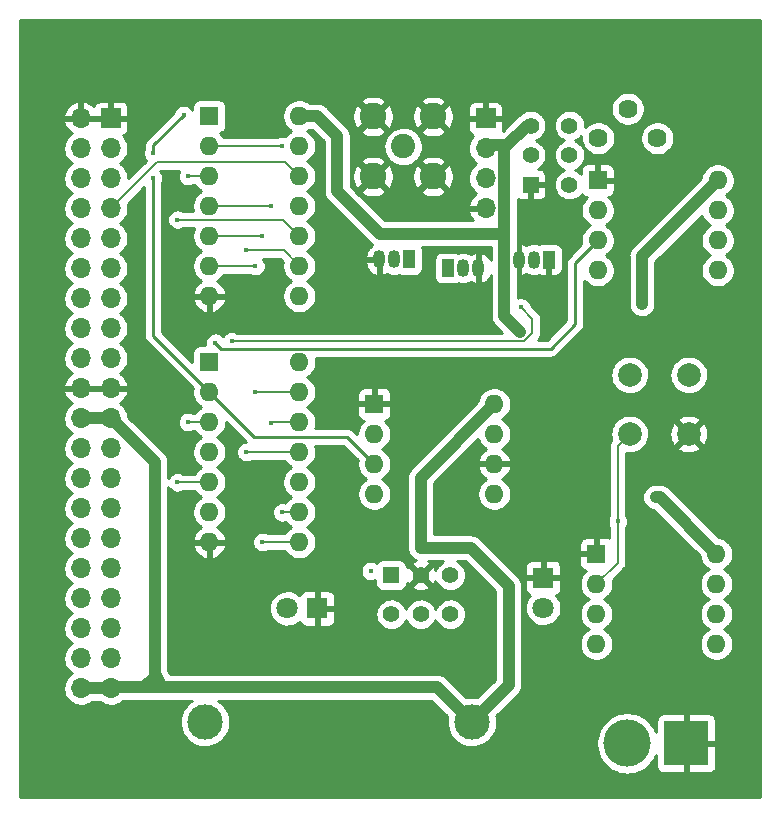
<source format=gbr>
%TF.GenerationSoftware,KiCad,Pcbnew,(5.99.0-2101-geb1ff80d5)*%
%TF.CreationDate,2020-11-29T13:35:49+01:00*%
%TF.ProjectId,CLK_stdln,434c4b5f-7374-4646-9c6e-2e6b69636164,rev?*%
%TF.SameCoordinates,Original*%
%TF.FileFunction,Copper,L2,Bot*%
%TF.FilePolarity,Positive*%
%FSLAX46Y46*%
G04 Gerber Fmt 4.6, Leading zero omitted, Abs format (unit mm)*
G04 Created by KiCad (PCBNEW (5.99.0-2101-geb1ff80d5)) date 2020-11-29 13:35:49*
%MOMM*%
%LPD*%
G01*
G04 APERTURE LIST*
%TA.AperFunction,ComponentPad*%
%ADD10O,1.600000X1.600000*%
%TD*%
%TA.AperFunction,ComponentPad*%
%ADD11R,1.600000X1.600000*%
%TD*%
%TA.AperFunction,ComponentPad*%
%ADD12C,1.400000*%
%TD*%
%TA.AperFunction,ComponentPad*%
%ADD13R,1.400000X1.400000*%
%TD*%
%TA.AperFunction,ComponentPad*%
%ADD14C,2.250000*%
%TD*%
%TA.AperFunction,ComponentPad*%
%ADD15C,2.050000*%
%TD*%
%TA.AperFunction,ComponentPad*%
%ADD16C,2.000000*%
%TD*%
%TA.AperFunction,ComponentPad*%
%ADD17C,1.620000*%
%TD*%
%TA.AperFunction,ComponentPad*%
%ADD18R,1.050000X1.500000*%
%TD*%
%TA.AperFunction,ComponentPad*%
%ADD19O,1.050000X1.500000*%
%TD*%
%TA.AperFunction,ComponentPad*%
%ADD20O,1.700000X1.700000*%
%TD*%
%TA.AperFunction,ComponentPad*%
%ADD21R,1.700000X1.700000*%
%TD*%
%TA.AperFunction,ComponentPad*%
%ADD22C,4.000000*%
%TD*%
%TA.AperFunction,ComponentPad*%
%ADD23R,3.800000X3.800000*%
%TD*%
%TA.AperFunction,ComponentPad*%
%ADD24C,3.000000*%
%TD*%
%TA.AperFunction,ComponentPad*%
%ADD25C,1.800000*%
%TD*%
%TA.AperFunction,ComponentPad*%
%ADD26R,1.800000X1.800000*%
%TD*%
%TA.AperFunction,ViaPad*%
%ADD27C,0.800000*%
%TD*%
%TA.AperFunction,ViaPad*%
%ADD28C,0.450000*%
%TD*%
%TA.AperFunction,Conductor*%
%ADD29C,1.000000*%
%TD*%
%TA.AperFunction,Conductor*%
%ADD30C,0.250000*%
%TD*%
%TA.AperFunction,Conductor*%
%ADD31C,0.200000*%
%TD*%
%TA.AperFunction,Conductor*%
%ADD32C,0.254000*%
%TD*%
G04 APERTURE END LIST*
D10*
%TO.P,U3,8,VCC*%
%TO.N,+5V*%
X205060000Y-100700000D03*
%TO.P,U3,4,R*%
X194900000Y-108320000D03*
%TO.P,U3,7,DIS*%
%TO.N,Net-(R1-Pad2)*%
X205060000Y-103240000D03*
%TO.P,U3,3,Q*%
%TO.N,NE555A*%
X194900000Y-105780000D03*
%TO.P,U3,6,THR*%
%TO.N,Net-(C6-Pad1)*%
X205060000Y-105780000D03*
%TO.P,U3,2,TR*%
X194900000Y-103240000D03*
%TO.P,U3,5,CV*%
%TO.N,Net-(C8-Pad1)*%
X205060000Y-108320000D03*
D11*
%TO.P,U3,1,GND*%
%TO.N,GND*%
X194900000Y-100700000D03*
%TD*%
D12*
%TO.P,SW2,6*%
%TO.N,N/C*%
X182412500Y-137430000D03*
%TO.P,SW2,5*%
X179912500Y-137430000D03*
%TO.P,SW2,4*%
X177412500Y-137430000D03*
%TO.P,SW2,3,C*%
%TO.N,Net-(R8-Pad2)*%
X182412500Y-134130000D03*
%TO.P,SW2,2,B*%
%TO.N,GND*%
X179912500Y-134130000D03*
D13*
%TO.P,SW2,1,A*%
%TO.N,Net-(R6-Pad2)*%
X177412500Y-134130000D03*
%TD*%
D14*
%TO.P,J2,2,Ext*%
%TO.N,GND*%
X175884000Y-100368000D03*
X175884000Y-95288000D03*
X180964000Y-95288000D03*
X180964000Y-100368000D03*
D15*
%TO.P,J2,1,In*%
%TO.N,Net-(J1-Pad3)*%
X178424000Y-97828000D03*
%TD*%
D10*
%TO.P,U1,14,VCC*%
%TO.N,+5V*%
X169640000Y-116090000D03*
%TO.P,U1,7,GND*%
%TO.N,GND*%
X162020000Y-131330000D03*
%TO.P,U1,13*%
%TO.N,Net-(U1-Pad13)*%
X169640000Y-118630000D03*
%TO.P,U1,6*%
%TO.N,CLK*%
X162020000Y-128790000D03*
%TO.P,U1,12*%
%TO.N,Net-(U1-Pad12)*%
X169640000Y-121170000D03*
%TO.P,U1,5*%
%TO.N,Net-(U1-Pad5)*%
X162020000Y-126250000D03*
%TO.P,U1,11*%
%TO.N,Net-(U1-Pad11)*%
X169640000Y-123710000D03*
%TO.P,U1,4*%
%TO.N,Net-(Q3-Pad1)*%
X162020000Y-123710000D03*
%TO.P,U1,10*%
%TO.N,NE555B*%
X169640000Y-126250000D03*
%TO.P,U1,3*%
%TO.N,Net-(U1-Pad3)*%
X162020000Y-121170000D03*
%TO.P,U1,9*%
%TO.N,Net-(U1-Pad9)*%
X169640000Y-128790000D03*
%TO.P,U1,2*%
%TO.N,NE555C*%
X162020000Y-118630000D03*
%TO.P,U1,8*%
%TO.N,Net-(U1-Pad8)*%
X169640000Y-131330000D03*
D11*
%TO.P,U1,1*%
%TO.N,NE555A*%
X162020000Y-116090000D03*
%TD*%
D10*
%TO.P,U2,14,VCC*%
%TO.N,+5V*%
X169640000Y-95258000D03*
%TO.P,U2,7,GND*%
%TO.N,GND*%
X162020000Y-110498000D03*
%TO.P,U2,13*%
%TO.N,CLK*%
X169640000Y-97798000D03*
%TO.P,U2,6*%
%TO.N,Net-(U1-Pad13)*%
X162020000Y-107958000D03*
%TO.P,U2,12*%
%TO.N,~CLK*%
X169640000Y-100338000D03*
%TO.P,U2,5*%
%TO.N,Net-(U1-Pad8)*%
X162020000Y-105418000D03*
%TO.P,U2,11*%
%TO.N,HLT*%
X169640000Y-102878000D03*
%TO.P,U2,4*%
%TO.N,Net-(U1-Pad12)*%
X162020000Y-102878000D03*
%TO.P,U2,10*%
%TO.N,Net-(U1-Pad5)*%
X169640000Y-105418000D03*
%TO.P,U2,3*%
%TO.N,Net-(U1-Pad3)*%
X162020000Y-100338000D03*
%TO.P,U2,9*%
%TO.N,Net-(U1-Pad11)*%
X169640000Y-107958000D03*
%TO.P,U2,2*%
%TO.N,Net-(U1-Pad9)*%
X162020000Y-97798000D03*
%TO.P,U2,8*%
%TO.N,NE555_CLK*%
X169640000Y-110498000D03*
D11*
%TO.P,U2,1*%
%TO.N,NE555C*%
X162020000Y-95258000D03*
%TD*%
D10*
%TO.P,U4,8,VCC*%
%TO.N,+5V*%
X204952000Y-132324000D03*
%TO.P,U4,4,R*%
X194792000Y-139944000D03*
%TO.P,U4,7,DIS*%
%TO.N,Net-(C7-Pad1)*%
X204952000Y-134864000D03*
%TO.P,U4,3,Q*%
%TO.N,NE555B*%
X194792000Y-137404000D03*
%TO.P,U4,6,THR*%
%TO.N,Net-(C7-Pad1)*%
X204952000Y-137404000D03*
%TO.P,U4,2,TR*%
%TO.N,Net-(R3-Pad2)*%
X194792000Y-134864000D03*
%TO.P,U4,5,CV*%
%TO.N,Net-(C3-Pad1)*%
X204952000Y-139944000D03*
D11*
%TO.P,U4,1,GND*%
%TO.N,GND*%
X194792000Y-132324000D03*
%TD*%
D10*
%TO.P,U5,8,VCC*%
%TO.N,+5V*%
X186142500Y-119630000D03*
%TO.P,U5,4,R*%
%TO.N,Net-(R8-Pad2)*%
X175982500Y-127250000D03*
%TO.P,U5,7,DIS*%
%TO.N,Net-(U5-Pad7)*%
X186142500Y-122170000D03*
%TO.P,U5,3,Q*%
%TO.N,NE555C*%
X175982500Y-124710000D03*
%TO.P,U5,6,THR*%
%TO.N,GND*%
X186142500Y-124710000D03*
%TO.P,U5,2,TR*%
%TO.N,Net-(R6-Pad2)*%
X175982500Y-122170000D03*
%TO.P,U5,5,CV*%
%TO.N,Net-(C9-Pad1)*%
X186142500Y-127250000D03*
D11*
%TO.P,U5,1,GND*%
%TO.N,GND*%
X175982500Y-119630000D03*
%TD*%
D12*
%TO.P,SW3,6*%
%TO.N,N/C*%
X192510000Y-96060000D03*
%TO.P,SW3,5*%
X192510000Y-98560000D03*
%TO.P,SW3,4*%
X192510000Y-101060000D03*
%TO.P,SW3,3,C*%
%TO.N,+5V*%
X189210000Y-96060000D03*
%TO.P,SW3,2,B*%
%TO.N,HLT*%
X189210000Y-98560000D03*
D13*
%TO.P,SW3,1,A*%
%TO.N,GND*%
X189210000Y-101060000D03*
%TD*%
D16*
%TO.P,SW1,3*%
%TO.N,N/C*%
X202612000Y-117174000D03*
%TO.P,SW1,4*%
X197612000Y-117174000D03*
%TO.P,SW1,2,2*%
%TO.N,Net-(R3-Pad2)*%
X197612000Y-122174000D03*
%TO.P,SW1,1,1*%
%TO.N,GND*%
X202612000Y-122174000D03*
%TD*%
D17*
%TO.P,RV1,1,1*%
%TO.N,Net-(RV1-Pad1)*%
X194950000Y-97130000D03*
%TO.P,RV1,2,2*%
%TO.N,Net-(R1-Pad1)*%
X197450000Y-94630000D03*
%TO.P,RV1,3,3*%
%TO.N,Net-(C6-Pad1)*%
X199950000Y-97130000D03*
%TD*%
D18*
%TO.P,Q3,1,C*%
%TO.N,Net-(Q3-Pad1)*%
X190762000Y-107402000D03*
D19*
%TO.P,Q3,3,E*%
%TO.N,GND*%
X188222000Y-107402000D03*
%TO.P,Q3,2,B*%
%TO.N,Net-(Q3-Pad2)*%
X189492000Y-107402000D03*
%TD*%
D18*
%TO.P,Q2,1,C*%
%TO.N,Net-(Q1-Pad1)*%
X182234000Y-108116000D03*
D19*
%TO.P,Q2,3,E*%
%TO.N,GND*%
X184774000Y-108116000D03*
%TO.P,Q2,2,B*%
%TO.N,Net-(Q2-Pad2)*%
X183504000Y-108116000D03*
%TD*%
D18*
%TO.P,Q1,1,C*%
%TO.N,Net-(Q1-Pad1)*%
X178932000Y-107396000D03*
D19*
%TO.P,Q1,3,E*%
%TO.N,GND*%
X176392000Y-107396000D03*
%TO.P,Q1,2,B*%
%TO.N,Net-(Q1-Pad2)*%
X177662000Y-107396000D03*
%TD*%
D20*
%TO.P,J4,40,Pin_40*%
%TO.N,+5V*%
X151140000Y-143700000D03*
%TO.P,J4,39,Pin_39*%
X153680000Y-143700000D03*
%TO.P,J4,38,Pin_38*%
%TO.N,Net-(J4-Pad38)*%
X151140000Y-141160000D03*
%TO.P,J4,37,Pin_37*%
%TO.N,Net-(J4-Pad37)*%
X153680000Y-141160000D03*
%TO.P,J4,36,Pin_36*%
%TO.N,Net-(J4-Pad36)*%
X151140000Y-138620000D03*
%TO.P,J4,35,Pin_35*%
%TO.N,Net-(J4-Pad35)*%
X153680000Y-138620000D03*
%TO.P,J4,34,Pin_34*%
%TO.N,Net-(J4-Pad34)*%
X151140000Y-136080000D03*
%TO.P,J4,33,Pin_33*%
%TO.N,Net-(J4-Pad33)*%
X153680000Y-136080000D03*
%TO.P,J4,32,Pin_32*%
%TO.N,Net-(J4-Pad32)*%
X151140000Y-133540000D03*
%TO.P,J4,31,Pin_31*%
%TO.N,Net-(J4-Pad31)*%
X153680000Y-133540000D03*
%TO.P,J4,30,Pin_30*%
%TO.N,Net-(J4-Pad30)*%
X151140000Y-131000000D03*
%TO.P,J4,29,Pin_29*%
%TO.N,Net-(J4-Pad29)*%
X153680000Y-131000000D03*
%TO.P,J4,28,Pin_28*%
%TO.N,Net-(J4-Pad28)*%
X151140000Y-128460000D03*
%TO.P,J4,27,Pin_27*%
%TO.N,Net-(J4-Pad27)*%
X153680000Y-128460000D03*
%TO.P,J4,26,Pin_26*%
%TO.N,Net-(J4-Pad26)*%
X151140000Y-125920000D03*
%TO.P,J4,25,Pin_25*%
%TO.N,Net-(J4-Pad25)*%
X153680000Y-125920000D03*
%TO.P,J4,24,Pin_24*%
%TO.N,Net-(J4-Pad24)*%
X151140000Y-123380000D03*
%TO.P,J4,23,Pin_23*%
%TO.N,Net-(J4-Pad23)*%
X153680000Y-123380000D03*
%TO.P,J4,22,Pin_22*%
%TO.N,+5V*%
X151140000Y-120840000D03*
%TO.P,J4,21,Pin_21*%
X153680000Y-120840000D03*
%TO.P,J4,20,Pin_20*%
%TO.N,GND*%
X151140000Y-118300000D03*
%TO.P,J4,19,Pin_19*%
X153680000Y-118300000D03*
%TO.P,J4,18,Pin_18*%
%TO.N,Net-(J4-Pad18)*%
X151140000Y-115760000D03*
%TO.P,J4,17,Pin_17*%
%TO.N,Net-(J4-Pad17)*%
X153680000Y-115760000D03*
%TO.P,J4,16,Pin_16*%
%TO.N,Net-(J4-Pad16)*%
X151140000Y-113220000D03*
%TO.P,J4,15,Pin_15*%
%TO.N,Net-(J4-Pad15)*%
X153680000Y-113220000D03*
%TO.P,J4,14,Pin_14*%
%TO.N,Net-(J4-Pad14)*%
X151140000Y-110680000D03*
%TO.P,J4,13,Pin_13*%
%TO.N,Net-(J4-Pad13)*%
X153680000Y-110680000D03*
%TO.P,J4,12,Pin_12*%
%TO.N,Net-(J4-Pad12)*%
X151140000Y-108140000D03*
%TO.P,J4,11,Pin_11*%
%TO.N,Net-(J4-Pad11)*%
X153680000Y-108140000D03*
%TO.P,J4,10,Pin_10*%
%TO.N,Net-(J4-Pad10)*%
X151140000Y-105600000D03*
%TO.P,J4,9,Pin_9*%
%TO.N,Net-(J4-Pad9)*%
X153680000Y-105600000D03*
%TO.P,J4,8,Pin_8*%
%TO.N,Net-(J4-Pad8)*%
X151140000Y-103060000D03*
%TO.P,J4,7,Pin_7*%
%TO.N,~CLK*%
X153680000Y-103060000D03*
%TO.P,J4,6,Pin_6*%
%TO.N,Net-(J4-Pad6)*%
X151140000Y-100520000D03*
%TO.P,J4,5,Pin_5*%
%TO.N,CLK*%
X153680000Y-100520000D03*
%TO.P,J4,4,Pin_4*%
%TO.N,Net-(J4-Pad4)*%
X151140000Y-97980000D03*
%TO.P,J4,3,Pin_3*%
%TO.N,Net-(J4-Pad3)*%
X153680000Y-97980000D03*
%TO.P,J4,2,Pin_2*%
%TO.N,GND*%
X151140000Y-95440000D03*
D21*
%TO.P,J4,1,Pin_1*%
X153680000Y-95440000D03*
%TD*%
D22*
%TO.P,J3,2,Pin_2*%
%TO.N,Net-(F1-Pad1)*%
X197400000Y-148370000D03*
D23*
%TO.P,J3,1,Pin_1*%
%TO.N,GND*%
X202400000Y-148370000D03*
%TD*%
D20*
%TO.P,J1,4,Pin_4*%
%TO.N,GND*%
X185402000Y-103078000D03*
%TO.P,J1,3,Pin_3*%
%TO.N,Net-(J1-Pad3)*%
X185402000Y-100538000D03*
%TO.P,J1,2,Pin_2*%
%TO.N,+5V*%
X185402000Y-97998000D03*
D21*
%TO.P,J1,1,Pin_1*%
%TO.N,GND*%
X185402000Y-95458000D03*
%TD*%
D24*
%TO.P,F1,2*%
%TO.N,+5V*%
X184240000Y-146550000D03*
%TO.P,F1,1*%
%TO.N,Net-(F1-Pad1)*%
X161640000Y-146550000D03*
%TD*%
D25*
%TO.P,D274,2,A*%
%TO.N,Net-(D274-Pad2)*%
X190280000Y-136890000D03*
D26*
%TO.P,D274,1,K*%
%TO.N,GND*%
X190280000Y-134350000D03*
%TD*%
D25*
%TO.P,D1,2,A*%
%TO.N,Net-(D1-Pad2)*%
X168610000Y-136940000D03*
D26*
%TO.P,D1,1,K*%
%TO.N,GND*%
X171150000Y-136940000D03*
%TD*%
D27*
%TO.N,GND*%
X171555000Y-102495000D03*
D28*
X173140000Y-94660000D03*
X189470000Y-142550000D03*
X184360000Y-116260000D03*
X173380000Y-115980000D03*
X205050000Y-97090000D03*
X194670000Y-111110000D03*
X202670000Y-111200000D03*
X203260000Y-127380000D03*
%TO.N,NE555C*%
X159830000Y-95160000D03*
%TO.N,Net-(R6-Pad2)*%
X175681120Y-133771120D03*
%TO.N,GND*%
X201640000Y-142670000D03*
X196880000Y-142500000D03*
X186340000Y-131420000D03*
%TO.N,NE555A*%
X162520000Y-114440000D03*
%TO.N,NE555C*%
X157280000Y-98410000D03*
X157260000Y-100520000D03*
D27*
%TO.N,+5V*%
X187350000Y-140420000D03*
X187350000Y-142690000D03*
D28*
%TO.N,Net-(Q3-Pad1)*%
X163900000Y-114320000D03*
%TO.N,Net-(U1-Pad11)*%
X165150000Y-123710000D03*
X165140000Y-106630000D03*
%TO.N,Net-(U1-Pad5)*%
X159310000Y-126260000D03*
X159310000Y-104020000D03*
%TO.N,Net-(U1-Pad13)*%
X165920000Y-118630000D03*
X165922000Y-107958000D03*
D27*
%TO.N,+5V*%
X199822000Y-127524000D03*
D28*
%TO.N,Net-(U1-Pad8)*%
X166510000Y-131330000D03*
X166492000Y-105418000D03*
%TO.N,Net-(U1-Pad12)*%
X167272000Y-121208000D03*
X167272000Y-102878000D03*
%TO.N,Net-(U1-Pad3)*%
X160200000Y-121170000D03*
X160202000Y-100338000D03*
%TO.N,Net-(U1-Pad9)*%
X168182000Y-128798000D03*
X168182000Y-97798000D03*
%TO.N,Net-(Q3-Pad1)*%
X188415000Y-111451000D03*
D27*
%TO.N,+5V*%
X172830000Y-96995000D03*
X188330000Y-113501000D03*
D28*
%TO.N,Net-(R3-Pad2)*%
X196592000Y-129574000D03*
D27*
%TO.N,+5V*%
X179907500Y-131805000D03*
X198642500Y-111150000D03*
%TD*%
D29*
%TO.N,+5V*%
X187206990Y-97743010D02*
X188890000Y-96060000D01*
X186996990Y-97743010D02*
X187206990Y-97743010D01*
X188890000Y-96060000D02*
X189210000Y-96060000D01*
X186996990Y-99592990D02*
X186996990Y-97743010D01*
X185656990Y-97743010D02*
X185402000Y-97998000D01*
X186996990Y-97743010D02*
X185656990Y-97743010D01*
X184135000Y-131805000D02*
X187350000Y-135020000D01*
X179907500Y-131805000D02*
X184135000Y-131805000D01*
X187350000Y-135020000D02*
X187350000Y-140420000D01*
D30*
%TO.N,NE555A*%
X162520000Y-114440000D02*
X162510000Y-114430000D01*
X192990000Y-107690000D02*
X192990000Y-112870000D01*
X194900000Y-105780000D02*
X192990000Y-107690000D01*
X163020000Y-114940000D02*
X162520000Y-114440000D01*
X192990000Y-112870000D02*
X190920000Y-114940000D01*
X190920000Y-114940000D02*
X163020000Y-114940000D01*
%TO.N,NE555C*%
X157280000Y-97710000D02*
X159830000Y-95160000D01*
X157280000Y-98410000D02*
X157280000Y-97710000D01*
X162020000Y-118620000D02*
X157260000Y-113860000D01*
X157260000Y-113860000D02*
X157260000Y-100520000D01*
X162020000Y-118630000D02*
X162020000Y-118620000D01*
X175982500Y-124710000D02*
X175970000Y-124710000D01*
X175970000Y-124710000D02*
X173690000Y-122430000D01*
X173690000Y-122430000D02*
X165820000Y-122430000D01*
X165820000Y-122430000D02*
X162020000Y-118630000D01*
D29*
%TO.N,+5V*%
X157960000Y-143420000D02*
X157410000Y-142470000D01*
X157400000Y-142720000D02*
X157400000Y-124560000D01*
X156520000Y-143600000D02*
X157400000Y-142720000D01*
X157400000Y-124560000D02*
X153680000Y-120840000D01*
X153680000Y-120840000D02*
X151140000Y-120840000D01*
X181290000Y-143600000D02*
X156520000Y-143600000D01*
X156520000Y-143600000D02*
X153780000Y-143600000D01*
X151140000Y-143700000D02*
X153680000Y-143700000D01*
X153780000Y-143600000D02*
X153680000Y-143700000D01*
X184240000Y-146550000D02*
X181290000Y-143600000D01*
X187350000Y-140420000D02*
X187350000Y-142690000D01*
X187350000Y-142690000D02*
X187350000Y-143440000D01*
X187350000Y-143440000D02*
X184240000Y-146550000D01*
D31*
%TO.N,~CLK*%
X153680000Y-103050000D02*
X157600000Y-99130000D01*
X153680000Y-103060000D02*
X153680000Y-103050000D01*
X157600000Y-99130000D02*
X168432000Y-99130000D01*
X168432000Y-99130000D02*
X169640000Y-100338000D01*
%TO.N,Net-(U1-Pad11)*%
X169640000Y-123710000D02*
X165150000Y-123710000D01*
X169640000Y-107958000D02*
X169640000Y-107950000D01*
X169640000Y-107950000D02*
X168320000Y-106630000D01*
X168320000Y-106630000D02*
X165140000Y-106630000D01*
%TO.N,Net-(U1-Pad5)*%
X159310000Y-126260000D02*
X162010000Y-126260000D01*
X162010000Y-126260000D02*
X162020000Y-126250000D01*
X169618000Y-105418000D02*
X168220000Y-104020000D01*
X168220000Y-104020000D02*
X159310000Y-104020000D01*
X169640000Y-105418000D02*
X169618000Y-105418000D01*
X169640000Y-105418000D02*
X169288000Y-105418000D01*
%TO.N,Net-(U1-Pad13)*%
X169640000Y-118630000D02*
X165920000Y-118630000D01*
X162020000Y-107958000D02*
X165922000Y-107958000D01*
D29*
%TO.N,+5V*%
X199822000Y-127524000D02*
X200152000Y-127524000D01*
X200152000Y-127524000D02*
X204952000Y-132324000D01*
D31*
%TO.N,Net-(U1-Pad8)*%
X169640000Y-131330000D02*
X166510000Y-131330000D01*
X162020000Y-105418000D02*
X166492000Y-105418000D01*
%TO.N,Net-(U1-Pad12)*%
X169640000Y-121170000D02*
X167310000Y-121170000D01*
X167310000Y-121170000D02*
X167272000Y-121208000D01*
%TO.N,Net-(U1-Pad9)*%
X168182000Y-128798000D02*
X169632000Y-128798000D01*
X169632000Y-128798000D02*
X169640000Y-128790000D01*
%TO.N,Net-(U1-Pad12)*%
X162020000Y-102878000D02*
X167272000Y-102878000D01*
%TO.N,Net-(U1-Pad3)*%
X162020000Y-121170000D02*
X160200000Y-121170000D01*
X162020000Y-100338000D02*
X160202000Y-100338000D01*
%TO.N,Net-(U1-Pad9)*%
X162020000Y-97798000D02*
X168182000Y-97798000D01*
%TO.N,Net-(Q3-Pad1)*%
X189370000Y-112406000D02*
X189370000Y-113630000D01*
X188415000Y-111451000D02*
X189370000Y-112406000D01*
X189370000Y-113630000D02*
X188680000Y-114320000D01*
X188680000Y-114320000D02*
X163900000Y-114320000D01*
%TO.N,NE555A*%
X194900000Y-105780000D02*
X194900000Y-105850000D01*
D29*
%TO.N,+5V*%
X185402000Y-97998000D02*
X185552000Y-97998000D01*
X172830000Y-96920000D02*
X171168000Y-95258000D01*
X172830000Y-96995000D02*
X172830000Y-96920000D01*
X171168000Y-95258000D02*
X169640000Y-95258000D01*
X172836000Y-101612000D02*
X172836000Y-97001000D01*
X172836000Y-97001000D02*
X172830000Y-96995000D01*
X186996990Y-105209010D02*
X176433010Y-105209010D01*
X176433010Y-105209010D02*
X172836000Y-101612000D01*
X186996990Y-105209010D02*
X186996990Y-99592990D01*
X186996990Y-112167990D02*
X186996990Y-105209010D01*
X188330000Y-113501000D02*
X186996990Y-112167990D01*
D31*
%TO.N,Net-(R3-Pad2)*%
X196592000Y-129574000D02*
X196592000Y-123194000D01*
X196592000Y-123194000D02*
X197612000Y-122174000D01*
X194792000Y-134864000D02*
X196592000Y-133064000D01*
X196592000Y-133064000D02*
X196592000Y-129574000D01*
%TO.N,Net-(C7-Pad1)*%
X204932000Y-134864000D02*
X204952000Y-134864000D01*
D29*
%TO.N,+5V*%
X179907500Y-131805000D02*
X179907500Y-125865000D01*
X179907500Y-125865000D02*
X186142500Y-119630000D01*
D31*
%TO.N,Net-(C7-Pad1)*%
X204952000Y-134244000D02*
X204952000Y-134864000D01*
X204952000Y-134434000D02*
X204952000Y-134864000D01*
D29*
%TO.N,+5V*%
X198642500Y-111150000D02*
X198642500Y-107117500D01*
X198642500Y-107117500D02*
X205060000Y-100700000D01*
%TD*%
%TO.N,Net-(Q3-Pad1)*%
D32*
X190890000Y-107274001D02*
X190889999Y-108720028D01*
X190933066Y-108763095D01*
X190925886Y-109247803D01*
X190609778Y-109242257D01*
X190625220Y-108728808D01*
X190634000Y-108720028D01*
X190634000Y-108436887D01*
X190647545Y-107986508D01*
X190634000Y-107972549D01*
X190634000Y-107842899D01*
X190650655Y-107684441D01*
X190651000Y-107677851D01*
X190651000Y-107274000D01*
X190890000Y-107274001D01*
%TA.AperFunction,Conductor*%
G36*
X190890000Y-107274001D02*
G01*
X190889999Y-108720028D01*
X190933066Y-108763095D01*
X190925886Y-109247803D01*
X190609778Y-109242257D01*
X190625220Y-108728808D01*
X190634000Y-108720028D01*
X190634000Y-108436887D01*
X190647545Y-107986508D01*
X190634000Y-107972549D01*
X190634000Y-107842899D01*
X190650655Y-107684441D01*
X190651000Y-107677851D01*
X190651000Y-107274000D01*
X190890000Y-107274001D01*
G37*
%TD.AperFunction*%
%TD*%
%TO.N,GND*%
X208676001Y-152906000D02*
X145994000Y-152906000D01*
X145994000Y-97971043D01*
X149651109Y-97971043D01*
X149669188Y-98211497D01*
X149670885Y-98222034D01*
X149729221Y-98456005D01*
X149732669Y-98466104D01*
X149829591Y-98686900D01*
X149834692Y-98696275D01*
X149967430Y-98897584D01*
X149974038Y-98905965D01*
X150138798Y-99082032D01*
X150146722Y-99089180D01*
X150338792Y-99234968D01*
X150347808Y-99240679D01*
X150364166Y-99249194D01*
X150363032Y-99249882D01*
X150168199Y-99391957D01*
X150160138Y-99398952D01*
X149992029Y-99571822D01*
X149985263Y-99580074D01*
X149848683Y-99778798D01*
X149843403Y-99788073D01*
X149742260Y-100006968D01*
X149738618Y-100017000D01*
X149675802Y-100249807D01*
X149673903Y-100260309D01*
X149651211Y-100500372D01*
X149651109Y-100511043D01*
X149669188Y-100751497D01*
X149670885Y-100762034D01*
X149729221Y-100996005D01*
X149732669Y-101006104D01*
X149829591Y-101226900D01*
X149834692Y-101236275D01*
X149967430Y-101437584D01*
X149974038Y-101445965D01*
X150138798Y-101622032D01*
X150146722Y-101629180D01*
X150338792Y-101774968D01*
X150347808Y-101780679D01*
X150364166Y-101789194D01*
X150363032Y-101789882D01*
X150168199Y-101931957D01*
X150160138Y-101938952D01*
X149992029Y-102111822D01*
X149985263Y-102120074D01*
X149848683Y-102318798D01*
X149843403Y-102328073D01*
X149742260Y-102546968D01*
X149738618Y-102557000D01*
X149675802Y-102789807D01*
X149673903Y-102800309D01*
X149651211Y-103040372D01*
X149651109Y-103051043D01*
X149669188Y-103291497D01*
X149670885Y-103302034D01*
X149729221Y-103536005D01*
X149732669Y-103546104D01*
X149829591Y-103766900D01*
X149834692Y-103776275D01*
X149967430Y-103977584D01*
X149974038Y-103985965D01*
X150138798Y-104162032D01*
X150146722Y-104169180D01*
X150338792Y-104314968D01*
X150347808Y-104320679D01*
X150364166Y-104329194D01*
X150363032Y-104329882D01*
X150168199Y-104471957D01*
X150160138Y-104478952D01*
X149992029Y-104651822D01*
X149985263Y-104660074D01*
X149848683Y-104858798D01*
X149843403Y-104868073D01*
X149742260Y-105086968D01*
X149738618Y-105097000D01*
X149675802Y-105329807D01*
X149673903Y-105340309D01*
X149651211Y-105580372D01*
X149651109Y-105591043D01*
X149669188Y-105831497D01*
X149670885Y-105842034D01*
X149729221Y-106076005D01*
X149732669Y-106086104D01*
X149829591Y-106306900D01*
X149834692Y-106316275D01*
X149967430Y-106517584D01*
X149974038Y-106525965D01*
X150138798Y-106702032D01*
X150146722Y-106709180D01*
X150338792Y-106854968D01*
X150347808Y-106860679D01*
X150364166Y-106869194D01*
X150363032Y-106869882D01*
X150168199Y-107011957D01*
X150160138Y-107018952D01*
X149992029Y-107191822D01*
X149985263Y-107200074D01*
X149848683Y-107398798D01*
X149843403Y-107408073D01*
X149742260Y-107626968D01*
X149738618Y-107637000D01*
X149675802Y-107869807D01*
X149673903Y-107880309D01*
X149651211Y-108120372D01*
X149651109Y-108131043D01*
X149669188Y-108371497D01*
X149670885Y-108382034D01*
X149729221Y-108616005D01*
X149732669Y-108626104D01*
X149829591Y-108846900D01*
X149834692Y-108856275D01*
X149967430Y-109057584D01*
X149974038Y-109065965D01*
X150138798Y-109242032D01*
X150146722Y-109249180D01*
X150338792Y-109394968D01*
X150347808Y-109400679D01*
X150364166Y-109409194D01*
X150363032Y-109409882D01*
X150168199Y-109551957D01*
X150160138Y-109558952D01*
X149992029Y-109731822D01*
X149985263Y-109740074D01*
X149848683Y-109938798D01*
X149843403Y-109948073D01*
X149742260Y-110166968D01*
X149738618Y-110177000D01*
X149675802Y-110409807D01*
X149673903Y-110420309D01*
X149651211Y-110660372D01*
X149651109Y-110671043D01*
X149669188Y-110911497D01*
X149670885Y-110922034D01*
X149729221Y-111156005D01*
X149732669Y-111166104D01*
X149829591Y-111386900D01*
X149834692Y-111396275D01*
X149967430Y-111597584D01*
X149974038Y-111605965D01*
X150138798Y-111782032D01*
X150146722Y-111789180D01*
X150338792Y-111934968D01*
X150347808Y-111940679D01*
X150364166Y-111949194D01*
X150363032Y-111949882D01*
X150168199Y-112091957D01*
X150160138Y-112098952D01*
X149992029Y-112271822D01*
X149985263Y-112280074D01*
X149848683Y-112478798D01*
X149843403Y-112488073D01*
X149742260Y-112706968D01*
X149738618Y-112717000D01*
X149675802Y-112949807D01*
X149673903Y-112960309D01*
X149651211Y-113200372D01*
X149651109Y-113211043D01*
X149669188Y-113451497D01*
X149670885Y-113462034D01*
X149729221Y-113696005D01*
X149732669Y-113706104D01*
X149829591Y-113926900D01*
X149834692Y-113936275D01*
X149967430Y-114137584D01*
X149974038Y-114145965D01*
X150138798Y-114322032D01*
X150146722Y-114329180D01*
X150338792Y-114474968D01*
X150347808Y-114480679D01*
X150364166Y-114489194D01*
X150363032Y-114489882D01*
X150168199Y-114631957D01*
X150160138Y-114638952D01*
X149992029Y-114811822D01*
X149985263Y-114820074D01*
X149848683Y-115018798D01*
X149843403Y-115028073D01*
X149742260Y-115246968D01*
X149738618Y-115257000D01*
X149675802Y-115489807D01*
X149673903Y-115500309D01*
X149651211Y-115740372D01*
X149651109Y-115751043D01*
X149669188Y-115991497D01*
X149670885Y-116002034D01*
X149729221Y-116236005D01*
X149732669Y-116246104D01*
X149829591Y-116466900D01*
X149834692Y-116476275D01*
X149967430Y-116677584D01*
X149974038Y-116685965D01*
X150138798Y-116862032D01*
X150146722Y-116869180D01*
X150338792Y-117014968D01*
X150347808Y-117020679D01*
X150364166Y-117029194D01*
X150363032Y-117029882D01*
X150168199Y-117171957D01*
X150160138Y-117178952D01*
X149992029Y-117351822D01*
X149985263Y-117360074D01*
X149848683Y-117558798D01*
X149843403Y-117568073D01*
X149742260Y-117786968D01*
X149738619Y-117797000D01*
X149664085Y-118073233D01*
X149739734Y-118172000D01*
X155072863Y-118172000D01*
X155148373Y-118082487D01*
X155122499Y-117931114D01*
X155119817Y-117920784D01*
X155039723Y-117693343D01*
X155035339Y-117683612D01*
X154918067Y-117472916D01*
X154912107Y-117464064D01*
X154761013Y-117276140D01*
X154753647Y-117268417D01*
X154573049Y-117108638D01*
X154564486Y-117102267D01*
X154447888Y-117029973D01*
X154541330Y-116974491D01*
X154550012Y-116968286D01*
X154733645Y-116812004D01*
X154741158Y-116804424D01*
X154895833Y-116619435D01*
X154901962Y-116610698D01*
X155023256Y-116402294D01*
X155027825Y-116392650D01*
X155112272Y-116166787D01*
X155115151Y-116156511D01*
X155160392Y-115919351D01*
X155161507Y-115908128D01*
X155164077Y-115640341D01*
X155163178Y-115629099D01*
X155122499Y-115391114D01*
X155119817Y-115380784D01*
X155039723Y-115153343D01*
X155035339Y-115143612D01*
X154918067Y-114932916D01*
X154912107Y-114924064D01*
X154761013Y-114736140D01*
X154753647Y-114728417D01*
X154573049Y-114568638D01*
X154564486Y-114562267D01*
X154447888Y-114489973D01*
X154541330Y-114434491D01*
X154550012Y-114428286D01*
X154733645Y-114272004D01*
X154741158Y-114264424D01*
X154895833Y-114079435D01*
X154901962Y-114070698D01*
X155023256Y-113862294D01*
X155027825Y-113852650D01*
X155112272Y-113626787D01*
X155115151Y-113616511D01*
X155160392Y-113379351D01*
X155161507Y-113368128D01*
X155164077Y-113100341D01*
X155163178Y-113089099D01*
X155122499Y-112851114D01*
X155119817Y-112840784D01*
X155039723Y-112613343D01*
X155035339Y-112603612D01*
X154918067Y-112392916D01*
X154912107Y-112384064D01*
X154761013Y-112196140D01*
X154753647Y-112188417D01*
X154573049Y-112028638D01*
X154564486Y-112022267D01*
X154447888Y-111949973D01*
X154541330Y-111894491D01*
X154550012Y-111888286D01*
X154733645Y-111732004D01*
X154741158Y-111724424D01*
X154895833Y-111539435D01*
X154901962Y-111530698D01*
X155023256Y-111322294D01*
X155027825Y-111312650D01*
X155112272Y-111086787D01*
X155115151Y-111076511D01*
X155160392Y-110839351D01*
X155161507Y-110828128D01*
X155164077Y-110560341D01*
X155163178Y-110549099D01*
X155122499Y-110311114D01*
X155119817Y-110300784D01*
X155039723Y-110073343D01*
X155035339Y-110063612D01*
X154918067Y-109852916D01*
X154912107Y-109844064D01*
X154761013Y-109656140D01*
X154753647Y-109648417D01*
X154573049Y-109488638D01*
X154564486Y-109482267D01*
X154447888Y-109409973D01*
X154541330Y-109354491D01*
X154550012Y-109348286D01*
X154733645Y-109192004D01*
X154741158Y-109184424D01*
X154895833Y-108999435D01*
X154901962Y-108990698D01*
X155023256Y-108782294D01*
X155027825Y-108772650D01*
X155112272Y-108546787D01*
X155115151Y-108536511D01*
X155160392Y-108299351D01*
X155161507Y-108288128D01*
X155164077Y-108020341D01*
X155163178Y-108009099D01*
X155122499Y-107771114D01*
X155119817Y-107760784D01*
X155039723Y-107533343D01*
X155035339Y-107523612D01*
X154918067Y-107312916D01*
X154912107Y-107304064D01*
X154761013Y-107116140D01*
X154753647Y-107108417D01*
X154573049Y-106948638D01*
X154564486Y-106942267D01*
X154447888Y-106869973D01*
X154541330Y-106814491D01*
X154550012Y-106808286D01*
X154733645Y-106652004D01*
X154741158Y-106644424D01*
X154895833Y-106459435D01*
X154901962Y-106450698D01*
X155023256Y-106242294D01*
X155027825Y-106232650D01*
X155112272Y-106006787D01*
X155115151Y-105996511D01*
X155160392Y-105759351D01*
X155161507Y-105748128D01*
X155164077Y-105480341D01*
X155163178Y-105469099D01*
X155122499Y-105231114D01*
X155119817Y-105220784D01*
X155039723Y-104993343D01*
X155035339Y-104983612D01*
X154918067Y-104772916D01*
X154912107Y-104764064D01*
X154761013Y-104576140D01*
X154753647Y-104568417D01*
X154573049Y-104408638D01*
X154564486Y-104402267D01*
X154447888Y-104329973D01*
X154541330Y-104274491D01*
X154550012Y-104268286D01*
X154733645Y-104112004D01*
X154741158Y-104104424D01*
X154895833Y-103919435D01*
X154901962Y-103910698D01*
X155023256Y-103702294D01*
X155027825Y-103692650D01*
X155112272Y-103466787D01*
X155115151Y-103456511D01*
X155160392Y-103219351D01*
X155161507Y-103208128D01*
X155164077Y-102940341D01*
X155163178Y-102929099D01*
X155122499Y-102691114D01*
X155119817Y-102680784D01*
X155112071Y-102658789D01*
X156499001Y-101271859D01*
X156499000Y-113915178D01*
X156499001Y-113915190D01*
X156499001Y-113970489D01*
X156502103Y-113990077D01*
X156517736Y-114038191D01*
X156525653Y-114088176D01*
X156531782Y-114107037D01*
X156554753Y-114152120D01*
X156570390Y-114200245D01*
X156579394Y-114217917D01*
X156609138Y-114258855D01*
X156632106Y-114303933D01*
X156643763Y-114319978D01*
X156800190Y-114476406D01*
X156800197Y-114476411D01*
X160622324Y-118298539D01*
X160586959Y-118499103D01*
X160586000Y-118510064D01*
X160586000Y-118749936D01*
X160586959Y-118760897D01*
X160628613Y-118997126D01*
X160631460Y-119007753D01*
X160713502Y-119233160D01*
X160718152Y-119243132D01*
X160838088Y-119450868D01*
X160844399Y-119459881D01*
X160998587Y-119643634D01*
X161006366Y-119651413D01*
X161190119Y-119805601D01*
X161199132Y-119811912D01*
X161351705Y-119900000D01*
X161199132Y-119988088D01*
X161190119Y-119994399D01*
X161006366Y-120148587D01*
X160998587Y-120156366D01*
X160844399Y-120340119D01*
X160838088Y-120349132D01*
X160789090Y-120434000D01*
X160659967Y-120434000D01*
X160457463Y-120340430D01*
X160440263Y-120335286D01*
X160214282Y-120301513D01*
X160196329Y-120301404D01*
X159969952Y-120332413D01*
X159952690Y-120337346D01*
X159744116Y-120430646D01*
X159728933Y-120440226D01*
X159554929Y-120588316D01*
X159543045Y-120601773D01*
X159417598Y-120792747D01*
X159409968Y-120808998D01*
X159343164Y-121027504D01*
X159340402Y-121045243D01*
X159337610Y-121273717D01*
X159339938Y-121291519D01*
X159401384Y-121511593D01*
X159408614Y-121528025D01*
X159529357Y-121722007D01*
X159540909Y-121735750D01*
X159711244Y-121888046D01*
X159726188Y-121897994D01*
X159932421Y-121996362D01*
X159949557Y-122001716D01*
X160175109Y-122038247D01*
X160193059Y-122038576D01*
X160419797Y-122010335D01*
X160437118Y-122005613D01*
X160646817Y-121914868D01*
X160661259Y-121906000D01*
X160789090Y-121906000D01*
X160838088Y-121990868D01*
X160844399Y-121999881D01*
X160998587Y-122183634D01*
X161006366Y-122191413D01*
X161190119Y-122345601D01*
X161199132Y-122351912D01*
X161351705Y-122440000D01*
X161199132Y-122528088D01*
X161190119Y-122534399D01*
X161006366Y-122688587D01*
X160998587Y-122696366D01*
X160844399Y-122880119D01*
X160838088Y-122889132D01*
X160718152Y-123096868D01*
X160713502Y-123106840D01*
X160631460Y-123332247D01*
X160628613Y-123342874D01*
X160586959Y-123579103D01*
X160586000Y-123590064D01*
X160586000Y-123829936D01*
X160586959Y-123840897D01*
X160628613Y-124077126D01*
X160631460Y-124087753D01*
X160713502Y-124313160D01*
X160718152Y-124323132D01*
X160838088Y-124530868D01*
X160844399Y-124539881D01*
X160998587Y-124723634D01*
X161006366Y-124731413D01*
X161190119Y-124885601D01*
X161199132Y-124891912D01*
X161351705Y-124980000D01*
X161199132Y-125068088D01*
X161190119Y-125074399D01*
X161006366Y-125228587D01*
X160998587Y-125236366D01*
X160844399Y-125420119D01*
X160838088Y-125429132D01*
X160783317Y-125524000D01*
X159769967Y-125524000D01*
X159567463Y-125430430D01*
X159550263Y-125425286D01*
X159324282Y-125391513D01*
X159306329Y-125391404D01*
X159079952Y-125422413D01*
X159062690Y-125427346D01*
X158854116Y-125520646D01*
X158838933Y-125530226D01*
X158664929Y-125678316D01*
X158653045Y-125691773D01*
X158536000Y-125869956D01*
X158536000Y-124599387D01*
X158542248Y-124507744D01*
X158541453Y-124492572D01*
X158524246Y-124393976D01*
X158512224Y-124294633D01*
X158508600Y-124279880D01*
X158500670Y-124258895D01*
X158496812Y-124236787D01*
X158492421Y-124222243D01*
X158452194Y-124130605D01*
X158416820Y-124036991D01*
X158409782Y-124023528D01*
X158397073Y-124005036D01*
X158387987Y-123984338D01*
X158380050Y-123970998D01*
X158324155Y-123898939D01*
X158262715Y-123809542D01*
X158252668Y-123798146D01*
X158179506Y-123732961D01*
X155163833Y-120717288D01*
X155163178Y-120709099D01*
X155122499Y-120471114D01*
X155119817Y-120460784D01*
X155039723Y-120233343D01*
X155035339Y-120223612D01*
X154918067Y-120012916D01*
X154912107Y-120004064D01*
X154761013Y-119816140D01*
X154753647Y-119808417D01*
X154573049Y-119648638D01*
X154564486Y-119642267D01*
X154447888Y-119569973D01*
X154541330Y-119514491D01*
X154550012Y-119508286D01*
X154733645Y-119352004D01*
X154741158Y-119344424D01*
X154895833Y-119159435D01*
X154901962Y-119150698D01*
X155023256Y-118942294D01*
X155027825Y-118932650D01*
X155112272Y-118706787D01*
X155115151Y-118696511D01*
X155148943Y-118519369D01*
X155073356Y-118428000D01*
X149742272Y-118428000D01*
X149666602Y-118524853D01*
X149729221Y-118776005D01*
X149732669Y-118786104D01*
X149829591Y-119006900D01*
X149834692Y-119016275D01*
X149967430Y-119217584D01*
X149974038Y-119225965D01*
X150138798Y-119402032D01*
X150146722Y-119409180D01*
X150338792Y-119554968D01*
X150347808Y-119560679D01*
X150364166Y-119569194D01*
X150363032Y-119569882D01*
X150168199Y-119711957D01*
X150160138Y-119718952D01*
X149992029Y-119891822D01*
X149985263Y-119900074D01*
X149848683Y-120098798D01*
X149843403Y-120108073D01*
X149742260Y-120326968D01*
X149738618Y-120337000D01*
X149675802Y-120569807D01*
X149673903Y-120580309D01*
X149651211Y-120820372D01*
X149651109Y-120831043D01*
X149669188Y-121071497D01*
X149670885Y-121082034D01*
X149729221Y-121316005D01*
X149732669Y-121326104D01*
X149829591Y-121546900D01*
X149834692Y-121556275D01*
X149967430Y-121757584D01*
X149974038Y-121765965D01*
X150138798Y-121942032D01*
X150146722Y-121949180D01*
X150338792Y-122094968D01*
X150347808Y-122100679D01*
X150364166Y-122109194D01*
X150363032Y-122109882D01*
X150168199Y-122251957D01*
X150160138Y-122258952D01*
X149992029Y-122431822D01*
X149985263Y-122440074D01*
X149848683Y-122638798D01*
X149843403Y-122648073D01*
X149742260Y-122866968D01*
X149738618Y-122877000D01*
X149675802Y-123109807D01*
X149673903Y-123120309D01*
X149651211Y-123360372D01*
X149651109Y-123371043D01*
X149669188Y-123611497D01*
X149670885Y-123622034D01*
X149729221Y-123856005D01*
X149732669Y-123866104D01*
X149829591Y-124086900D01*
X149834692Y-124096275D01*
X149967430Y-124297584D01*
X149974038Y-124305965D01*
X150138798Y-124482032D01*
X150146722Y-124489180D01*
X150338792Y-124634968D01*
X150347808Y-124640679D01*
X150364166Y-124649194D01*
X150363032Y-124649882D01*
X150168199Y-124791957D01*
X150160138Y-124798952D01*
X149992029Y-124971822D01*
X149985263Y-124980074D01*
X149848683Y-125178798D01*
X149843403Y-125188073D01*
X149742260Y-125406968D01*
X149738618Y-125417000D01*
X149675802Y-125649807D01*
X149673903Y-125660309D01*
X149651211Y-125900372D01*
X149651109Y-125911043D01*
X149669188Y-126151497D01*
X149670885Y-126162034D01*
X149729221Y-126396005D01*
X149732669Y-126406104D01*
X149829591Y-126626900D01*
X149834692Y-126636275D01*
X149967430Y-126837584D01*
X149974038Y-126845965D01*
X150138798Y-127022032D01*
X150146722Y-127029180D01*
X150338792Y-127174968D01*
X150347808Y-127180679D01*
X150364166Y-127189194D01*
X150363032Y-127189882D01*
X150168199Y-127331957D01*
X150160138Y-127338952D01*
X149992029Y-127511822D01*
X149985263Y-127520074D01*
X149848683Y-127718798D01*
X149843403Y-127728073D01*
X149742260Y-127946968D01*
X149738618Y-127957000D01*
X149675802Y-128189807D01*
X149673903Y-128200309D01*
X149651211Y-128440372D01*
X149651109Y-128451043D01*
X149669188Y-128691497D01*
X149670885Y-128702034D01*
X149729221Y-128936005D01*
X149732669Y-128946104D01*
X149829591Y-129166900D01*
X149834692Y-129176275D01*
X149967430Y-129377584D01*
X149974038Y-129385965D01*
X150138798Y-129562032D01*
X150146722Y-129569180D01*
X150338792Y-129714968D01*
X150347808Y-129720679D01*
X150364166Y-129729194D01*
X150363032Y-129729882D01*
X150168199Y-129871957D01*
X150160138Y-129878952D01*
X149992029Y-130051822D01*
X149985263Y-130060074D01*
X149848683Y-130258798D01*
X149843403Y-130268073D01*
X149742260Y-130486968D01*
X149738618Y-130497000D01*
X149675802Y-130729807D01*
X149673903Y-130740309D01*
X149651211Y-130980372D01*
X149651109Y-130991043D01*
X149669188Y-131231497D01*
X149670885Y-131242034D01*
X149729221Y-131476005D01*
X149732669Y-131486104D01*
X149829591Y-131706900D01*
X149834692Y-131716275D01*
X149967430Y-131917584D01*
X149974038Y-131925965D01*
X150138798Y-132102032D01*
X150146722Y-132109180D01*
X150338792Y-132254968D01*
X150347808Y-132260679D01*
X150364166Y-132269194D01*
X150363032Y-132269882D01*
X150168199Y-132411957D01*
X150160138Y-132418952D01*
X149992029Y-132591822D01*
X149985263Y-132600074D01*
X149848683Y-132798798D01*
X149843403Y-132808073D01*
X149742260Y-133026968D01*
X149738618Y-133037000D01*
X149675802Y-133269807D01*
X149673903Y-133280309D01*
X149651211Y-133520372D01*
X149651109Y-133531043D01*
X149669188Y-133771497D01*
X149670885Y-133782034D01*
X149729221Y-134016005D01*
X149732669Y-134026104D01*
X149829591Y-134246900D01*
X149834692Y-134256275D01*
X149967430Y-134457584D01*
X149974038Y-134465965D01*
X150138798Y-134642032D01*
X150146722Y-134649180D01*
X150338792Y-134794968D01*
X150347808Y-134800679D01*
X150364166Y-134809194D01*
X150363032Y-134809882D01*
X150168199Y-134951957D01*
X150160138Y-134958952D01*
X149992029Y-135131822D01*
X149985263Y-135140074D01*
X149848683Y-135338798D01*
X149843403Y-135348073D01*
X149742260Y-135566968D01*
X149738618Y-135577000D01*
X149675802Y-135809807D01*
X149673903Y-135820309D01*
X149651211Y-136060372D01*
X149651109Y-136071043D01*
X149669188Y-136311497D01*
X149670885Y-136322034D01*
X149729221Y-136556005D01*
X149732669Y-136566104D01*
X149829591Y-136786900D01*
X149834692Y-136796275D01*
X149967430Y-136997584D01*
X149974038Y-137005965D01*
X150138798Y-137182032D01*
X150146722Y-137189180D01*
X150338792Y-137334968D01*
X150347808Y-137340679D01*
X150364166Y-137349194D01*
X150363032Y-137349882D01*
X150168199Y-137491957D01*
X150160138Y-137498952D01*
X149992029Y-137671822D01*
X149985263Y-137680074D01*
X149848683Y-137878798D01*
X149843403Y-137888073D01*
X149742260Y-138106968D01*
X149738618Y-138117000D01*
X149675802Y-138349807D01*
X149673903Y-138360309D01*
X149651211Y-138600372D01*
X149651109Y-138611043D01*
X149669188Y-138851497D01*
X149670885Y-138862034D01*
X149729221Y-139096005D01*
X149732669Y-139106104D01*
X149829591Y-139326900D01*
X149834692Y-139336275D01*
X149967430Y-139537584D01*
X149974038Y-139545965D01*
X150138798Y-139722032D01*
X150146722Y-139729180D01*
X150338792Y-139874968D01*
X150347808Y-139880679D01*
X150364166Y-139889194D01*
X150363032Y-139889882D01*
X150168199Y-140031957D01*
X150160138Y-140038952D01*
X149992029Y-140211822D01*
X149985263Y-140220074D01*
X149848683Y-140418798D01*
X149843403Y-140428073D01*
X149742260Y-140646968D01*
X149738618Y-140657000D01*
X149675802Y-140889807D01*
X149673903Y-140900309D01*
X149651211Y-141140372D01*
X149651109Y-141151043D01*
X149669188Y-141391497D01*
X149670885Y-141402034D01*
X149729221Y-141636005D01*
X149732669Y-141646104D01*
X149829591Y-141866900D01*
X149834692Y-141876275D01*
X149967430Y-142077584D01*
X149974038Y-142085965D01*
X150138798Y-142262032D01*
X150146722Y-142269180D01*
X150338792Y-142414968D01*
X150347808Y-142420679D01*
X150364166Y-142429194D01*
X150363032Y-142429882D01*
X150168199Y-142571957D01*
X150160138Y-142578952D01*
X149992029Y-142751822D01*
X149985263Y-142760074D01*
X149848683Y-142958798D01*
X149843403Y-142968073D01*
X149742260Y-143186968D01*
X149738618Y-143197000D01*
X149675802Y-143429807D01*
X149673903Y-143440309D01*
X149651211Y-143680372D01*
X149651109Y-143691043D01*
X149669188Y-143931497D01*
X149670885Y-143942034D01*
X149729221Y-144176005D01*
X149732669Y-144186104D01*
X149829591Y-144406900D01*
X149834692Y-144416275D01*
X149967430Y-144617584D01*
X149974038Y-144625965D01*
X150138798Y-144802032D01*
X150146722Y-144809180D01*
X150338792Y-144954968D01*
X150347808Y-144960679D01*
X150561696Y-145072021D01*
X150571545Y-145076131D01*
X150801134Y-145149844D01*
X150811535Y-145152236D01*
X151050262Y-145186212D01*
X151060917Y-145186817D01*
X151301956Y-145180084D01*
X151312561Y-145178885D01*
X151549019Y-145131636D01*
X151559270Y-145128667D01*
X151784387Y-145042253D01*
X151793991Y-145037600D01*
X152001330Y-144914491D01*
X152010012Y-144908286D01*
X152094949Y-144836000D01*
X152722057Y-144836000D01*
X152878792Y-144954968D01*
X152887808Y-144960679D01*
X153101696Y-145072021D01*
X153111545Y-145076131D01*
X153341134Y-145149844D01*
X153351535Y-145152236D01*
X153590262Y-145186212D01*
X153600917Y-145186817D01*
X153841956Y-145180084D01*
X153852561Y-145178885D01*
X154089019Y-145131636D01*
X154099270Y-145128667D01*
X154324387Y-145042253D01*
X154333991Y-145037600D01*
X154541330Y-144914491D01*
X154550012Y-144908286D01*
X154733645Y-144752004D01*
X154741158Y-144744424D01*
X154748202Y-144736000D01*
X156480597Y-144736000D01*
X156572256Y-144742249D01*
X156587427Y-144741454D01*
X156618677Y-144736000D01*
X160513941Y-144736000D01*
X160447588Y-144774309D01*
X160440293Y-144779230D01*
X160212064Y-144957542D01*
X160205525Y-144963430D01*
X160004334Y-145171769D01*
X159998677Y-145178510D01*
X159828439Y-145412823D01*
X159823775Y-145420286D01*
X159687805Y-145676011D01*
X159684226Y-145684050D01*
X159585167Y-145956209D01*
X159582741Y-145964668D01*
X159522525Y-146247965D01*
X159521300Y-146256680D01*
X159501097Y-146545600D01*
X159501097Y-146554400D01*
X159521300Y-146843320D01*
X159522525Y-146852035D01*
X159582741Y-147135332D01*
X159585167Y-147143791D01*
X159684226Y-147415950D01*
X159687805Y-147423989D01*
X159823775Y-147679714D01*
X159828439Y-147687177D01*
X159998677Y-147921490D01*
X160004334Y-147928231D01*
X160205525Y-148136570D01*
X160212064Y-148142458D01*
X160440293Y-148320770D01*
X160447588Y-148325691D01*
X160698411Y-148470504D01*
X160706321Y-148474362D01*
X160974858Y-148582858D01*
X160983228Y-148585578D01*
X161264250Y-148655644D01*
X161272916Y-148657172D01*
X161560956Y-148687447D01*
X161569751Y-148687754D01*
X161859201Y-148677646D01*
X161867953Y-148676726D01*
X162153178Y-148626433D01*
X162161716Y-148624304D01*
X162437168Y-148534804D01*
X162445327Y-148531508D01*
X162705641Y-148404544D01*
X162713263Y-148400144D01*
X162953373Y-148238187D01*
X162960308Y-148232769D01*
X163175541Y-148038972D01*
X163181654Y-148032642D01*
X163367823Y-147810776D01*
X163372995Y-147803656D01*
X163526474Y-147558039D01*
X163530605Y-147550269D01*
X163648406Y-147285682D01*
X163651416Y-147277413D01*
X163731248Y-146999007D01*
X163733077Y-146990399D01*
X163773386Y-146703592D01*
X163774000Y-146694813D01*
X163774000Y-146405187D01*
X163773386Y-146396408D01*
X163733077Y-146109601D01*
X163731248Y-146100993D01*
X163651416Y-145822587D01*
X163648406Y-145814318D01*
X163530605Y-145549731D01*
X163526474Y-145541961D01*
X163372995Y-145296344D01*
X163367823Y-145289224D01*
X163181654Y-145067358D01*
X163175541Y-145061028D01*
X162960308Y-144867231D01*
X162953373Y-144861813D01*
X162766848Y-144736000D01*
X180819455Y-144736000D01*
X182159143Y-146075689D01*
X182122525Y-146247965D01*
X182121300Y-146256680D01*
X182101097Y-146545600D01*
X182101097Y-146554400D01*
X182121300Y-146843320D01*
X182122525Y-146852035D01*
X182182741Y-147135332D01*
X182185167Y-147143791D01*
X182284226Y-147415950D01*
X182287805Y-147423989D01*
X182423775Y-147679714D01*
X182428439Y-147687177D01*
X182598677Y-147921490D01*
X182604334Y-147928231D01*
X182805525Y-148136570D01*
X182812064Y-148142458D01*
X183040293Y-148320770D01*
X183047588Y-148325691D01*
X183298411Y-148470504D01*
X183306321Y-148474362D01*
X183574858Y-148582858D01*
X183583228Y-148585578D01*
X183864250Y-148655644D01*
X183872916Y-148657172D01*
X184160956Y-148687447D01*
X184169751Y-148687754D01*
X184459201Y-148677646D01*
X184467953Y-148676726D01*
X184753178Y-148626433D01*
X184761716Y-148624304D01*
X185037168Y-148534804D01*
X185045327Y-148531508D01*
X185305641Y-148404544D01*
X185313263Y-148400144D01*
X185553373Y-148238187D01*
X185560308Y-148232769D01*
X185587539Y-148208250D01*
X194766001Y-148208250D01*
X194766001Y-148531750D01*
X194766498Y-148539653D01*
X194807043Y-148860601D01*
X194808527Y-148868381D01*
X194888978Y-149181717D01*
X194891426Y-149189249D01*
X195010514Y-149490030D01*
X195013886Y-149497196D01*
X195169732Y-149780681D01*
X195173975Y-149787367D01*
X195364124Y-150049084D01*
X195369172Y-150055186D01*
X195590622Y-150291007D01*
X195596396Y-150296429D01*
X195845656Y-150502635D01*
X195852063Y-150507290D01*
X196125202Y-150680629D01*
X196132142Y-150684444D01*
X196424853Y-150822183D01*
X196432216Y-150825098D01*
X196739883Y-150925066D01*
X196747553Y-150927035D01*
X197065322Y-150987653D01*
X197073180Y-150988646D01*
X197396040Y-151008958D01*
X197403960Y-151008958D01*
X197726820Y-150988646D01*
X197734678Y-150987653D01*
X198052447Y-150927035D01*
X198060117Y-150925066D01*
X198367784Y-150825098D01*
X198375147Y-150822183D01*
X198667858Y-150684444D01*
X198674798Y-150680629D01*
X198947937Y-150507290D01*
X198954344Y-150502635D01*
X199203604Y-150296429D01*
X199209378Y-150291007D01*
X199430828Y-150055186D01*
X199435876Y-150049084D01*
X199626025Y-149787367D01*
X199630268Y-149780681D01*
X199786114Y-149497196D01*
X199789486Y-149490030D01*
X199858163Y-149316572D01*
X199858163Y-150278258D01*
X199860319Y-150294634D01*
X199935137Y-150573859D01*
X199947880Y-150598339D01*
X200078990Y-150754590D01*
X200095879Y-150768761D01*
X200270120Y-150869359D01*
X200290837Y-150876900D01*
X200483538Y-150910878D01*
X200494499Y-150911837D01*
X202198191Y-150911837D01*
X202272000Y-150838028D01*
X202527999Y-150838028D01*
X202601808Y-150911837D01*
X204308258Y-150911837D01*
X204324634Y-150909681D01*
X204603859Y-150834863D01*
X204628339Y-150822120D01*
X204784590Y-150691010D01*
X204798761Y-150674121D01*
X204899359Y-150499880D01*
X204906900Y-150479163D01*
X204940878Y-150286462D01*
X204941837Y-150275501D01*
X204941837Y-148571809D01*
X204868028Y-148498000D01*
X202601809Y-148497999D01*
X202528000Y-148571808D01*
X202527999Y-150838028D01*
X202272000Y-150838028D01*
X202272001Y-148571808D01*
X202272000Y-148571807D01*
X202272000Y-148168191D01*
X202527999Y-148168191D01*
X202601808Y-148242000D01*
X204868028Y-148242001D01*
X204941837Y-148168192D01*
X204941837Y-146461742D01*
X204939681Y-146445366D01*
X204864863Y-146166142D01*
X204852120Y-146141662D01*
X204721010Y-145985410D01*
X204704121Y-145971239D01*
X204529880Y-145870641D01*
X204509163Y-145863100D01*
X204316462Y-145829122D01*
X204305501Y-145828163D01*
X202601809Y-145828163D01*
X202528000Y-145901972D01*
X202527999Y-148168191D01*
X202272000Y-148168191D01*
X202272001Y-145901972D01*
X202198192Y-145828163D01*
X200491742Y-145828163D01*
X200475366Y-145830319D01*
X200196142Y-145905137D01*
X200171662Y-145917880D01*
X200015410Y-146048990D01*
X200001239Y-146065879D01*
X199900641Y-146240120D01*
X199893100Y-146260837D01*
X199859122Y-146453538D01*
X199858163Y-146464499D01*
X199858163Y-147423428D01*
X199789486Y-147249970D01*
X199786114Y-147242804D01*
X199630268Y-146959319D01*
X199626025Y-146952633D01*
X199435876Y-146690916D01*
X199430828Y-146684814D01*
X199209378Y-146448993D01*
X199203604Y-146443571D01*
X198954344Y-146237365D01*
X198947937Y-146232710D01*
X198674798Y-146059371D01*
X198667858Y-146055556D01*
X198375147Y-145917817D01*
X198367784Y-145914902D01*
X198060117Y-145814934D01*
X198052447Y-145812965D01*
X197734678Y-145752347D01*
X197726820Y-145751354D01*
X197403960Y-145731042D01*
X197396040Y-145731042D01*
X197073180Y-145751354D01*
X197065322Y-145752347D01*
X196747553Y-145812965D01*
X196739883Y-145814934D01*
X196432216Y-145914902D01*
X196424853Y-145917817D01*
X196132142Y-146055556D01*
X196125202Y-146059371D01*
X195852063Y-146232710D01*
X195845656Y-146237365D01*
X195596396Y-146443571D01*
X195590622Y-146448993D01*
X195369172Y-146684814D01*
X195364124Y-146690916D01*
X195173975Y-146952633D01*
X195169732Y-146959319D01*
X195013886Y-147242804D01*
X195010514Y-147249970D01*
X194891426Y-147550751D01*
X194888978Y-147558283D01*
X194808527Y-147871619D01*
X194807043Y-147879399D01*
X194766498Y-148200347D01*
X194766001Y-148208250D01*
X185587539Y-148208250D01*
X185775541Y-148038972D01*
X185781654Y-148032642D01*
X185967823Y-147810776D01*
X185972995Y-147803656D01*
X186126474Y-147558039D01*
X186130605Y-147550269D01*
X186248406Y-147285682D01*
X186251416Y-147277413D01*
X186331248Y-146999007D01*
X186333077Y-146990399D01*
X186373386Y-146703592D01*
X186374000Y-146694813D01*
X186374000Y-146405187D01*
X186373386Y-146396408D01*
X186333077Y-146109601D01*
X186331248Y-146100994D01*
X186323293Y-146073252D01*
X188125398Y-144271147D01*
X188194642Y-144210742D01*
X188204808Y-144199452D01*
X188262370Y-144117550D01*
X188324103Y-144038819D01*
X188331972Y-144025825D01*
X188341204Y-144005379D01*
X188354109Y-143987017D01*
X188361288Y-143973629D01*
X188397639Y-143880391D01*
X188438824Y-143789178D01*
X188443367Y-143774680D01*
X188447456Y-143752619D01*
X188455666Y-143731559D01*
X188459488Y-143716513D01*
X188470921Y-143626009D01*
X188490684Y-143519378D01*
X188491638Y-143504216D01*
X188486000Y-143406430D01*
X188486000Y-135059403D01*
X188492249Y-134967744D01*
X188491454Y-134952573D01*
X188474244Y-134853966D01*
X188462224Y-134754634D01*
X188458600Y-134739880D01*
X188450671Y-134718895D01*
X188446812Y-134696787D01*
X188442421Y-134682244D01*
X188402190Y-134590597D01*
X188387534Y-134551808D01*
X188738163Y-134551808D01*
X188738163Y-135258258D01*
X188740319Y-135274634D01*
X188815137Y-135553859D01*
X188827880Y-135578339D01*
X188958990Y-135734590D01*
X188975879Y-135748761D01*
X189150120Y-135849359D01*
X189151657Y-135849918D01*
X189093225Y-135910005D01*
X189086459Y-135918257D01*
X188945073Y-136123974D01*
X188939793Y-136133249D01*
X188835090Y-136359847D01*
X188831448Y-136369879D01*
X188766422Y-136610878D01*
X188764523Y-136621380D01*
X188741032Y-136869891D01*
X188740930Y-136880562D01*
X188759646Y-137129477D01*
X188761343Y-137140013D01*
X188821731Y-137382218D01*
X188825179Y-137392317D01*
X188925512Y-137620884D01*
X188930613Y-137630258D01*
X189068023Y-137838650D01*
X189074630Y-137847031D01*
X189245187Y-138029294D01*
X189253112Y-138036442D01*
X189451941Y-138187361D01*
X189460957Y-138193071D01*
X189682371Y-138308332D01*
X189692220Y-138312442D01*
X189929889Y-138388749D01*
X189940290Y-138391140D01*
X190187417Y-138426312D01*
X190198072Y-138426917D01*
X190447593Y-138419948D01*
X190458198Y-138418749D01*
X190702977Y-138369837D01*
X190713228Y-138366868D01*
X190946267Y-138277413D01*
X190955871Y-138272760D01*
X191170506Y-138145319D01*
X191179188Y-138139114D01*
X191369283Y-137977331D01*
X191376796Y-137969752D01*
X191536914Y-137778254D01*
X191543042Y-137769517D01*
X191668606Y-137553779D01*
X191673175Y-137544134D01*
X191760593Y-137310323D01*
X191763471Y-137300046D01*
X191810302Y-137054553D01*
X191811417Y-137043330D01*
X191814078Y-136766098D01*
X191813179Y-136754856D01*
X191771070Y-136508508D01*
X191768389Y-136498178D01*
X191685476Y-136262732D01*
X191681092Y-136253001D01*
X191559694Y-136034892D01*
X191553734Y-136026039D01*
X191401654Y-135836890D01*
X191483859Y-135814863D01*
X191508339Y-135802120D01*
X191664590Y-135671010D01*
X191678761Y-135654121D01*
X191779359Y-135479880D01*
X191786900Y-135459163D01*
X191820878Y-135266462D01*
X191821837Y-135255501D01*
X191821837Y-134551809D01*
X191748028Y-134478000D01*
X190481808Y-134477999D01*
X190481807Y-134478000D01*
X188811972Y-134477999D01*
X188738163Y-134551808D01*
X188387534Y-134551808D01*
X188366820Y-134496991D01*
X188359782Y-134483528D01*
X188347074Y-134465037D01*
X188337988Y-134444339D01*
X188330052Y-134430998D01*
X188274145Y-134358924D01*
X188212715Y-134269542D01*
X188202667Y-134258146D01*
X188129516Y-134192970D01*
X187381045Y-133444499D01*
X188738163Y-133444499D01*
X188738163Y-134148191D01*
X188811972Y-134222000D01*
X190078191Y-134222001D01*
X190152000Y-134148192D01*
X190152000Y-134148191D01*
X190407999Y-134148191D01*
X190481808Y-134222000D01*
X191748028Y-134222001D01*
X191821837Y-134148192D01*
X191821837Y-133441742D01*
X191819681Y-133425366D01*
X191744863Y-133146142D01*
X191732120Y-133121662D01*
X191601010Y-132965410D01*
X191584121Y-132951239D01*
X191409880Y-132850641D01*
X191389163Y-132843100D01*
X191196462Y-132809122D01*
X191185501Y-132808163D01*
X190481809Y-132808163D01*
X190408000Y-132881972D01*
X190407999Y-134148191D01*
X190152000Y-134148191D01*
X190152001Y-132881972D01*
X190078192Y-132808163D01*
X189371742Y-132808163D01*
X189355366Y-132810319D01*
X189076142Y-132885137D01*
X189051662Y-132897880D01*
X188895410Y-133028990D01*
X188881239Y-133045879D01*
X188780641Y-133220120D01*
X188773100Y-133240837D01*
X188739122Y-133433538D01*
X188738163Y-133444499D01*
X187381045Y-133444499D01*
X186462355Y-132525809D01*
X193350163Y-132525809D01*
X193350163Y-133132258D01*
X193352319Y-133148634D01*
X193427137Y-133427859D01*
X193439880Y-133452339D01*
X193570990Y-133608590D01*
X193587879Y-133622761D01*
X193762120Y-133723359D01*
X193782837Y-133730900D01*
X193889132Y-133749643D01*
X193778366Y-133842587D01*
X193770587Y-133850366D01*
X193616399Y-134034119D01*
X193610088Y-134043132D01*
X193490152Y-134250868D01*
X193485502Y-134260840D01*
X193403460Y-134486247D01*
X193400613Y-134496874D01*
X193358959Y-134733103D01*
X193358000Y-134744064D01*
X193358000Y-134983936D01*
X193358959Y-134994897D01*
X193400613Y-135231126D01*
X193403460Y-135241753D01*
X193485502Y-135467160D01*
X193490152Y-135477132D01*
X193610088Y-135684868D01*
X193616399Y-135693881D01*
X193770587Y-135877634D01*
X193778366Y-135885413D01*
X193962119Y-136039601D01*
X193971132Y-136045912D01*
X194123705Y-136134000D01*
X193971132Y-136222088D01*
X193962119Y-136228399D01*
X193778366Y-136382587D01*
X193770587Y-136390366D01*
X193616399Y-136574119D01*
X193610088Y-136583132D01*
X193490152Y-136790868D01*
X193485502Y-136800840D01*
X193403460Y-137026247D01*
X193400613Y-137036874D01*
X193358959Y-137273103D01*
X193358000Y-137284064D01*
X193358000Y-137523936D01*
X193358959Y-137534897D01*
X193400613Y-137771126D01*
X193403460Y-137781753D01*
X193485502Y-138007160D01*
X193490152Y-138017132D01*
X193610088Y-138224868D01*
X193616399Y-138233881D01*
X193770587Y-138417634D01*
X193778366Y-138425413D01*
X193962119Y-138579601D01*
X193971132Y-138585912D01*
X194123705Y-138674000D01*
X193971132Y-138762088D01*
X193962119Y-138768399D01*
X193778366Y-138922587D01*
X193770587Y-138930366D01*
X193616399Y-139114119D01*
X193610088Y-139123132D01*
X193490152Y-139330868D01*
X193485502Y-139340840D01*
X193403460Y-139566247D01*
X193400613Y-139576874D01*
X193358959Y-139813103D01*
X193358000Y-139824064D01*
X193358000Y-140063936D01*
X193358959Y-140074897D01*
X193400613Y-140311126D01*
X193403460Y-140321753D01*
X193485502Y-140547160D01*
X193490152Y-140557132D01*
X193610088Y-140764868D01*
X193616399Y-140773881D01*
X193770587Y-140957634D01*
X193778366Y-140965413D01*
X193962119Y-141119601D01*
X193971132Y-141125912D01*
X194178868Y-141245848D01*
X194188840Y-141250498D01*
X194414247Y-141332540D01*
X194424874Y-141335387D01*
X194661103Y-141377041D01*
X194672064Y-141378000D01*
X194911936Y-141378000D01*
X194922897Y-141377041D01*
X195159126Y-141335387D01*
X195169753Y-141332540D01*
X195395160Y-141250498D01*
X195405132Y-141245848D01*
X195612868Y-141125912D01*
X195621881Y-141119601D01*
X195805634Y-140965413D01*
X195813413Y-140957634D01*
X195967601Y-140773881D01*
X195973912Y-140764868D01*
X196093848Y-140557132D01*
X196098498Y-140547160D01*
X196180540Y-140321753D01*
X196183387Y-140311126D01*
X196225041Y-140074897D01*
X196226000Y-140063936D01*
X196226000Y-139824064D01*
X196225041Y-139813103D01*
X196183387Y-139576874D01*
X196180540Y-139566247D01*
X196098498Y-139340840D01*
X196093848Y-139330868D01*
X195973912Y-139123132D01*
X195967601Y-139114119D01*
X195813413Y-138930366D01*
X195805634Y-138922587D01*
X195621881Y-138768399D01*
X195612868Y-138762088D01*
X195460295Y-138674000D01*
X195612868Y-138585912D01*
X195621881Y-138579601D01*
X195805634Y-138425413D01*
X195813413Y-138417634D01*
X195967601Y-138233881D01*
X195973912Y-138224868D01*
X196093848Y-138017132D01*
X196098498Y-138007160D01*
X196180540Y-137781753D01*
X196183387Y-137771126D01*
X196225041Y-137534897D01*
X196226000Y-137523936D01*
X196226000Y-137284064D01*
X196225041Y-137273103D01*
X196183387Y-137036874D01*
X196180540Y-137026247D01*
X196098498Y-136800840D01*
X196093848Y-136790868D01*
X195973912Y-136583132D01*
X195967601Y-136574119D01*
X195813413Y-136390366D01*
X195805634Y-136382587D01*
X195621881Y-136228399D01*
X195612868Y-136222088D01*
X195460295Y-136134000D01*
X195612868Y-136045912D01*
X195621881Y-136039601D01*
X195805634Y-135885413D01*
X195813413Y-135877634D01*
X195967601Y-135693881D01*
X195973912Y-135684868D01*
X196093848Y-135477132D01*
X196098498Y-135467160D01*
X196180540Y-135241753D01*
X196183387Y-135231126D01*
X196225041Y-134994897D01*
X196226000Y-134983936D01*
X196226000Y-134744064D01*
X196225041Y-134733103D01*
X196185875Y-134510985D01*
X197149535Y-133547327D01*
X197149555Y-133547304D01*
X197187758Y-133509101D01*
X197199416Y-133493056D01*
X197221485Y-133449745D01*
X197250052Y-133410424D01*
X197259055Y-133392754D01*
X197274075Y-133346530D01*
X197296144Y-133303217D01*
X197302272Y-133284356D01*
X197309878Y-133236338D01*
X197324896Y-133190119D01*
X197327998Y-133170531D01*
X197327998Y-133116840D01*
X197328000Y-133116814D01*
X197328000Y-130022660D01*
X197369735Y-129960785D01*
X197377563Y-129944628D01*
X197447149Y-129726584D01*
X197450143Y-129708098D01*
X197453163Y-129460907D01*
X197450621Y-129442354D01*
X197386383Y-129222676D01*
X197378952Y-129206333D01*
X197328000Y-129126661D01*
X197328000Y-127647875D01*
X198685287Y-127647875D01*
X198687033Y-127662967D01*
X198747647Y-127915443D01*
X198752942Y-127929683D01*
X198872031Y-128160414D01*
X198880570Y-128172979D01*
X199051259Y-128368642D01*
X199062549Y-128378808D01*
X199274982Y-128528109D01*
X199288371Y-128535288D01*
X199530440Y-128629667D01*
X199545486Y-128633488D01*
X199670769Y-128649314D01*
X203528080Y-132506625D01*
X203560612Y-132691125D01*
X203563460Y-132701753D01*
X203645502Y-132927160D01*
X203650152Y-132937132D01*
X203770088Y-133144868D01*
X203776399Y-133153881D01*
X203930587Y-133337634D01*
X203938366Y-133345413D01*
X204122119Y-133499601D01*
X204131132Y-133505912D01*
X204283705Y-133594000D01*
X204131132Y-133682088D01*
X204122119Y-133688399D01*
X203938366Y-133842587D01*
X203930587Y-133850366D01*
X203776399Y-134034119D01*
X203770088Y-134043132D01*
X203650152Y-134250868D01*
X203645502Y-134260840D01*
X203563460Y-134486247D01*
X203560613Y-134496874D01*
X203518959Y-134733103D01*
X203518000Y-134744064D01*
X203518000Y-134983936D01*
X203518959Y-134994897D01*
X203560613Y-135231126D01*
X203563460Y-135241753D01*
X203645502Y-135467160D01*
X203650152Y-135477132D01*
X203770088Y-135684868D01*
X203776399Y-135693881D01*
X203930587Y-135877634D01*
X203938366Y-135885413D01*
X204122119Y-136039601D01*
X204131132Y-136045912D01*
X204283705Y-136134000D01*
X204131132Y-136222088D01*
X204122119Y-136228399D01*
X203938366Y-136382587D01*
X203930587Y-136390366D01*
X203776399Y-136574119D01*
X203770088Y-136583132D01*
X203650152Y-136790868D01*
X203645502Y-136800840D01*
X203563460Y-137026247D01*
X203560613Y-137036874D01*
X203518959Y-137273103D01*
X203518000Y-137284064D01*
X203518000Y-137523936D01*
X203518959Y-137534897D01*
X203560613Y-137771126D01*
X203563460Y-137781753D01*
X203645502Y-138007160D01*
X203650152Y-138017132D01*
X203770088Y-138224868D01*
X203776399Y-138233881D01*
X203930587Y-138417634D01*
X203938366Y-138425413D01*
X204122119Y-138579601D01*
X204131132Y-138585912D01*
X204283705Y-138674000D01*
X204131132Y-138762088D01*
X204122119Y-138768399D01*
X203938366Y-138922587D01*
X203930587Y-138930366D01*
X203776399Y-139114119D01*
X203770088Y-139123132D01*
X203650152Y-139330868D01*
X203645502Y-139340840D01*
X203563460Y-139566247D01*
X203560613Y-139576874D01*
X203518959Y-139813103D01*
X203518000Y-139824064D01*
X203518000Y-140063936D01*
X203518959Y-140074897D01*
X203560613Y-140311126D01*
X203563460Y-140321753D01*
X203645502Y-140547160D01*
X203650152Y-140557132D01*
X203770088Y-140764868D01*
X203776399Y-140773881D01*
X203930587Y-140957634D01*
X203938366Y-140965413D01*
X204122119Y-141119601D01*
X204131132Y-141125912D01*
X204338868Y-141245848D01*
X204348840Y-141250498D01*
X204574247Y-141332540D01*
X204584874Y-141335387D01*
X204821103Y-141377041D01*
X204832064Y-141378000D01*
X205071936Y-141378000D01*
X205082897Y-141377041D01*
X205319126Y-141335387D01*
X205329753Y-141332540D01*
X205555160Y-141250498D01*
X205565132Y-141245848D01*
X205772868Y-141125912D01*
X205781881Y-141119601D01*
X205965634Y-140965413D01*
X205973413Y-140957634D01*
X206127601Y-140773881D01*
X206133912Y-140764868D01*
X206253848Y-140557132D01*
X206258498Y-140547160D01*
X206340540Y-140321753D01*
X206343387Y-140311126D01*
X206385041Y-140074897D01*
X206386000Y-140063936D01*
X206386000Y-139824064D01*
X206385041Y-139813103D01*
X206343387Y-139576874D01*
X206340540Y-139566247D01*
X206258498Y-139340840D01*
X206253848Y-139330868D01*
X206133912Y-139123132D01*
X206127601Y-139114119D01*
X205973413Y-138930366D01*
X205965634Y-138922587D01*
X205781881Y-138768399D01*
X205772868Y-138762088D01*
X205620295Y-138674000D01*
X205772868Y-138585912D01*
X205781881Y-138579601D01*
X205965634Y-138425413D01*
X205973413Y-138417634D01*
X206127601Y-138233881D01*
X206133912Y-138224868D01*
X206253848Y-138017132D01*
X206258498Y-138007160D01*
X206340540Y-137781753D01*
X206343387Y-137771126D01*
X206385041Y-137534897D01*
X206386000Y-137523936D01*
X206386000Y-137284064D01*
X206385041Y-137273103D01*
X206343387Y-137036874D01*
X206340540Y-137026247D01*
X206258498Y-136800840D01*
X206253848Y-136790868D01*
X206133912Y-136583132D01*
X206127601Y-136574119D01*
X205973413Y-136390366D01*
X205965634Y-136382587D01*
X205781881Y-136228399D01*
X205772868Y-136222088D01*
X205620295Y-136134000D01*
X205772868Y-136045912D01*
X205781881Y-136039601D01*
X205965634Y-135885413D01*
X205973413Y-135877634D01*
X206127601Y-135693881D01*
X206133912Y-135684868D01*
X206253848Y-135477132D01*
X206258498Y-135467160D01*
X206340540Y-135241753D01*
X206343387Y-135231126D01*
X206385041Y-134994897D01*
X206386000Y-134983936D01*
X206386000Y-134744064D01*
X206385041Y-134733103D01*
X206343387Y-134496874D01*
X206340540Y-134486247D01*
X206258498Y-134260840D01*
X206253848Y-134250868D01*
X206133912Y-134043132D01*
X206127601Y-134034119D01*
X205973413Y-133850366D01*
X205965634Y-133842587D01*
X205781881Y-133688399D01*
X205772868Y-133682088D01*
X205620295Y-133594000D01*
X205772868Y-133505912D01*
X205781881Y-133499601D01*
X205965634Y-133345413D01*
X205973413Y-133337634D01*
X206127601Y-133153881D01*
X206133912Y-133144868D01*
X206253848Y-132937132D01*
X206258498Y-132927160D01*
X206340540Y-132701753D01*
X206343387Y-132691126D01*
X206385041Y-132454897D01*
X206386000Y-132443936D01*
X206386000Y-132204064D01*
X206385041Y-132193103D01*
X206343387Y-131956874D01*
X206340540Y-131946247D01*
X206258498Y-131720840D01*
X206253848Y-131710868D01*
X206133912Y-131503132D01*
X206127601Y-131494119D01*
X205973413Y-131310366D01*
X205965634Y-131302587D01*
X205781881Y-131148399D01*
X205772868Y-131142088D01*
X205565132Y-131022152D01*
X205555160Y-131017502D01*
X205329753Y-130935460D01*
X205319125Y-130932612D01*
X205134625Y-130900080D01*
X200983147Y-126748602D01*
X200922741Y-126679357D01*
X200911451Y-126669192D01*
X200829554Y-126611635D01*
X200750818Y-126549897D01*
X200737822Y-126542027D01*
X200717382Y-126532798D01*
X200699019Y-126519892D01*
X200685630Y-126512712D01*
X200592370Y-126476352D01*
X200501175Y-126435176D01*
X200486678Y-126430633D01*
X200464624Y-126426546D01*
X200443560Y-126418333D01*
X200428514Y-126414512D01*
X200338002Y-126403078D01*
X200231377Y-126383316D01*
X200216215Y-126382362D01*
X200118429Y-126388000D01*
X199756907Y-126388000D01*
X199749332Y-126388457D01*
X199556633Y-126411776D01*
X199541880Y-126415400D01*
X199298991Y-126507180D01*
X199285527Y-126514218D01*
X199071542Y-126661285D01*
X199060146Y-126671333D01*
X198887418Y-126865199D01*
X198878748Y-126877674D01*
X198757249Y-127107144D01*
X198751805Y-127121327D01*
X198688551Y-127373156D01*
X198686647Y-127388228D01*
X198685287Y-127647875D01*
X197328000Y-127647875D01*
X197328000Y-123784618D01*
X197384561Y-123797054D01*
X197394589Y-123798428D01*
X197646983Y-123812539D01*
X197657101Y-123812292D01*
X197908504Y-123785869D01*
X197918453Y-123784007D01*
X198162398Y-123717728D01*
X198171920Y-123714300D01*
X198402131Y-123609873D01*
X198410983Y-123604966D01*
X198621536Y-123465074D01*
X198629489Y-123458815D01*
X198733433Y-123362562D01*
X201604458Y-123362562D01*
X201619683Y-123484798D01*
X201883874Y-123642287D01*
X201892955Y-123646756D01*
X202127991Y-123739813D01*
X202137670Y-123742772D01*
X202384561Y-123797054D01*
X202394589Y-123798428D01*
X202646983Y-123812539D01*
X202657101Y-123812292D01*
X202908504Y-123785869D01*
X202918453Y-123784007D01*
X203162398Y-123717728D01*
X203171920Y-123714300D01*
X203402131Y-123609873D01*
X203410983Y-123604966D01*
X203603429Y-123477105D01*
X203615287Y-123358306D01*
X202664191Y-122407210D01*
X202559809Y-122407210D01*
X201604458Y-123362562D01*
X198733433Y-123362562D01*
X198814968Y-123287061D01*
X198821819Y-123279610D01*
X198977451Y-123080411D01*
X198983023Y-123071961D01*
X199104804Y-122850441D01*
X199108953Y-122841209D01*
X199193751Y-122603068D01*
X199196370Y-122593292D01*
X199242063Y-122344332D01*
X199243097Y-122333599D01*
X199244895Y-122161898D01*
X200973132Y-122161898D01*
X200990766Y-122414071D01*
X200992279Y-122424078D01*
X201050004Y-122670187D01*
X201053098Y-122679824D01*
X201149428Y-122913538D01*
X201154023Y-122922556D01*
X201303671Y-123165806D01*
X201424930Y-123180051D01*
X202378790Y-122226191D01*
X202378790Y-122121809D01*
X202845210Y-122121809D01*
X202845210Y-122226191D01*
X203794939Y-123175920D01*
X203908245Y-123168990D01*
X203977451Y-123080411D01*
X203983023Y-123071961D01*
X204104804Y-122850441D01*
X204108953Y-122841209D01*
X204193751Y-122603068D01*
X204196370Y-122593292D01*
X204242063Y-122344332D01*
X204243097Y-122333599D01*
X204246082Y-122048596D01*
X204245273Y-122037844D01*
X204204804Y-121787981D01*
X204202390Y-121778152D01*
X204122597Y-121538287D01*
X204118642Y-121528971D01*
X204001527Y-121304949D01*
X203996134Y-121296385D01*
X203909494Y-121180570D01*
X203794680Y-121172339D01*
X202845210Y-122121809D01*
X202378790Y-122121809D01*
X201426753Y-121169772D01*
X201306967Y-121182573D01*
X201170019Y-121395075D01*
X201165236Y-121403994D01*
X201064032Y-121635639D01*
X201060737Y-121645209D01*
X200997871Y-121890056D01*
X200996148Y-121900030D01*
X200973238Y-122151777D01*
X200973132Y-122161898D01*
X199244895Y-122161898D01*
X199246082Y-122048596D01*
X199245273Y-122037844D01*
X199204804Y-121787981D01*
X199202390Y-121778152D01*
X199122597Y-121538287D01*
X199118642Y-121528971D01*
X199001527Y-121304949D01*
X198996134Y-121296384D01*
X198844708Y-121093969D01*
X198838014Y-121086377D01*
X198738863Y-120990627D01*
X201609646Y-120990627D01*
X202559809Y-121940790D01*
X202664191Y-121940790D01*
X203614278Y-120990703D01*
X203603808Y-120873392D01*
X203440775Y-120760081D01*
X203432028Y-120754990D01*
X203204056Y-120645764D01*
X203194607Y-120642137D01*
X202952103Y-120570765D01*
X202942196Y-120568695D01*
X202691402Y-120537011D01*
X202681290Y-120536552D01*
X202428656Y-120545374D01*
X202418601Y-120546538D01*
X202170628Y-120595639D01*
X202160889Y-120598394D01*
X201923956Y-120686508D01*
X201914783Y-120690786D01*
X201694984Y-120815649D01*
X201686614Y-120821338D01*
X201615729Y-120878330D01*
X201609646Y-120990627D01*
X198738863Y-120990627D01*
X198656174Y-120910776D01*
X198648353Y-120904351D01*
X198440775Y-120760081D01*
X198432028Y-120754990D01*
X198204056Y-120645764D01*
X198194607Y-120642137D01*
X197952103Y-120570765D01*
X197942196Y-120568695D01*
X197691402Y-120537011D01*
X197681290Y-120536552D01*
X197428656Y-120545374D01*
X197418601Y-120546538D01*
X197170628Y-120595639D01*
X197160889Y-120598394D01*
X196923956Y-120686508D01*
X196914783Y-120690786D01*
X196694984Y-120815649D01*
X196686613Y-120821338D01*
X196489606Y-120979737D01*
X196482252Y-120986691D01*
X196313104Y-121174548D01*
X196306956Y-121182589D01*
X196170019Y-121395075D01*
X196165236Y-121403994D01*
X196064032Y-121635639D01*
X196060737Y-121645209D01*
X195997871Y-121890056D01*
X195996148Y-121900030D01*
X195973238Y-122151777D01*
X195973132Y-122161898D01*
X195990766Y-122414071D01*
X195992279Y-122424078D01*
X196050004Y-122670187D01*
X196053098Y-122679825D01*
X196056664Y-122688476D01*
X196034465Y-122710675D01*
X196034452Y-122710690D01*
X195996243Y-122748899D01*
X195984585Y-122764944D01*
X195962518Y-122808252D01*
X195933947Y-122847577D01*
X195924943Y-122865248D01*
X195909923Y-122911476D01*
X195887857Y-122954783D01*
X195881729Y-122973645D01*
X195874125Y-123021650D01*
X195859104Y-123067881D01*
X195856001Y-123087470D01*
X195856001Y-123145997D01*
X195856000Y-129126106D01*
X195809598Y-129196747D01*
X195801968Y-129212998D01*
X195735164Y-129431504D01*
X195732402Y-129449243D01*
X195729610Y-129677717D01*
X195731938Y-129695519D01*
X195793384Y-129915593D01*
X195800614Y-129932026D01*
X195856001Y-130021008D01*
X195856001Y-130944341D01*
X195821880Y-130924641D01*
X195801163Y-130917100D01*
X195608462Y-130883122D01*
X195597501Y-130882163D01*
X194993809Y-130882163D01*
X194920000Y-130955972D01*
X194920000Y-132452000D01*
X193423972Y-132452000D01*
X193350163Y-132525809D01*
X186462355Y-132525809D01*
X185455045Y-131518499D01*
X193350163Y-131518499D01*
X193350163Y-132122191D01*
X193423972Y-132196000D01*
X194590191Y-132196000D01*
X194664000Y-132122191D01*
X194664000Y-130955972D01*
X194590191Y-130882163D01*
X193983742Y-130882163D01*
X193967366Y-130884319D01*
X193688142Y-130959137D01*
X193663662Y-130971880D01*
X193507410Y-131102990D01*
X193493239Y-131119879D01*
X193392641Y-131294120D01*
X193385100Y-131314837D01*
X193351122Y-131507538D01*
X193350163Y-131518499D01*
X185455045Y-131518499D01*
X184966147Y-131029602D01*
X184905741Y-130960357D01*
X184894451Y-130950192D01*
X184812554Y-130892635D01*
X184733818Y-130830897D01*
X184720822Y-130823027D01*
X184700382Y-130813798D01*
X184682019Y-130800892D01*
X184668630Y-130793712D01*
X184575370Y-130757352D01*
X184484175Y-130716176D01*
X184469678Y-130711633D01*
X184447624Y-130707546D01*
X184426560Y-130699333D01*
X184411514Y-130695512D01*
X184321002Y-130684078D01*
X184214377Y-130664316D01*
X184199215Y-130663362D01*
X184101429Y-130669000D01*
X181043500Y-130669000D01*
X181043500Y-127130064D01*
X184708500Y-127130064D01*
X184708500Y-127369936D01*
X184709459Y-127380897D01*
X184751113Y-127617126D01*
X184753960Y-127627753D01*
X184836002Y-127853160D01*
X184840652Y-127863132D01*
X184960588Y-128070868D01*
X184966899Y-128079881D01*
X185121087Y-128263634D01*
X185128866Y-128271413D01*
X185312619Y-128425601D01*
X185321632Y-128431912D01*
X185529368Y-128551848D01*
X185539340Y-128556498D01*
X185764747Y-128638540D01*
X185775374Y-128641387D01*
X186011603Y-128683041D01*
X186022564Y-128684000D01*
X186262436Y-128684000D01*
X186273397Y-128683041D01*
X186509626Y-128641387D01*
X186520253Y-128638540D01*
X186745660Y-128556498D01*
X186755632Y-128551848D01*
X186963368Y-128431912D01*
X186972381Y-128425601D01*
X187156134Y-128271413D01*
X187163913Y-128263634D01*
X187318101Y-128079881D01*
X187324412Y-128070868D01*
X187444348Y-127863132D01*
X187448998Y-127853160D01*
X187531040Y-127627753D01*
X187533887Y-127617126D01*
X187575541Y-127380897D01*
X187576500Y-127369936D01*
X187576500Y-127130064D01*
X187575541Y-127119103D01*
X187533887Y-126882874D01*
X187531040Y-126872247D01*
X187448998Y-126646840D01*
X187444348Y-126636868D01*
X187324412Y-126429132D01*
X187318101Y-126420119D01*
X187163913Y-126236366D01*
X187156134Y-126228587D01*
X186972381Y-126074399D01*
X186963368Y-126068088D01*
X186810795Y-125980000D01*
X186963368Y-125891912D01*
X186972381Y-125885601D01*
X187156134Y-125731413D01*
X187163913Y-125723634D01*
X187318101Y-125539881D01*
X187324412Y-125530868D01*
X187444348Y-125323132D01*
X187448998Y-125313160D01*
X187531040Y-125087753D01*
X187533887Y-125077126D01*
X187560180Y-124928018D01*
X187484646Y-124838000D01*
X184800354Y-124838000D01*
X184724820Y-124928018D01*
X184751113Y-125077126D01*
X184753960Y-125087753D01*
X184836002Y-125313160D01*
X184840652Y-125323132D01*
X184960588Y-125530868D01*
X184966899Y-125539881D01*
X185121087Y-125723634D01*
X185128866Y-125731413D01*
X185312619Y-125885601D01*
X185321632Y-125891912D01*
X185474205Y-125980000D01*
X185321632Y-126068088D01*
X185312619Y-126074399D01*
X185128866Y-126228587D01*
X185121087Y-126236366D01*
X184966899Y-126420119D01*
X184960588Y-126429132D01*
X184840652Y-126636868D01*
X184836002Y-126646840D01*
X184753960Y-126872247D01*
X184751113Y-126882874D01*
X184709459Y-127119103D01*
X184708500Y-127130064D01*
X181043500Y-127130064D01*
X181043500Y-126335545D01*
X184774596Y-122604450D01*
X184836002Y-122773160D01*
X184840652Y-122783132D01*
X184960588Y-122990868D01*
X184966899Y-122999881D01*
X185121087Y-123183634D01*
X185128866Y-123191413D01*
X185312619Y-123345601D01*
X185321632Y-123351912D01*
X185474205Y-123440000D01*
X185321632Y-123528088D01*
X185312619Y-123534399D01*
X185128866Y-123688587D01*
X185121087Y-123696366D01*
X184966899Y-123880119D01*
X184960588Y-123889132D01*
X184840652Y-124096868D01*
X184836002Y-124106840D01*
X184753960Y-124332247D01*
X184751113Y-124342874D01*
X184724820Y-124491982D01*
X184800354Y-124582000D01*
X187484646Y-124582000D01*
X187560180Y-124491982D01*
X187533887Y-124342874D01*
X187531040Y-124332247D01*
X187448998Y-124106840D01*
X187444348Y-124096868D01*
X187324412Y-123889132D01*
X187318101Y-123880119D01*
X187163913Y-123696366D01*
X187156134Y-123688587D01*
X186972381Y-123534399D01*
X186963368Y-123528088D01*
X186810795Y-123440000D01*
X186963368Y-123351912D01*
X186972381Y-123345601D01*
X187156134Y-123191413D01*
X187163913Y-123183634D01*
X187318101Y-122999881D01*
X187324412Y-122990868D01*
X187444348Y-122783132D01*
X187448998Y-122773160D01*
X187531040Y-122547753D01*
X187533887Y-122537126D01*
X187575541Y-122300897D01*
X187576500Y-122289936D01*
X187576500Y-122050064D01*
X187575541Y-122039103D01*
X187533887Y-121802874D01*
X187531040Y-121792247D01*
X187448998Y-121566840D01*
X187444348Y-121556868D01*
X187324412Y-121349132D01*
X187318101Y-121340119D01*
X187163913Y-121156366D01*
X187156134Y-121148587D01*
X186972381Y-120994399D01*
X186963368Y-120988088D01*
X186810795Y-120900000D01*
X186963368Y-120811912D01*
X186972381Y-120805601D01*
X187156134Y-120651413D01*
X187163913Y-120643634D01*
X187318101Y-120459881D01*
X187324412Y-120450868D01*
X187444348Y-120243132D01*
X187448998Y-120233160D01*
X187531040Y-120007753D01*
X187533887Y-119997126D01*
X187575541Y-119760897D01*
X187576500Y-119749936D01*
X187576500Y-119510064D01*
X187575541Y-119499103D01*
X187533887Y-119262874D01*
X187531040Y-119252247D01*
X187448998Y-119026840D01*
X187444348Y-119016868D01*
X187324412Y-118809132D01*
X187318101Y-118800119D01*
X187163913Y-118616366D01*
X187156134Y-118608587D01*
X186972381Y-118454399D01*
X186963368Y-118448088D01*
X186755632Y-118328152D01*
X186745660Y-118323502D01*
X186520253Y-118241460D01*
X186509626Y-118238613D01*
X186273397Y-118196959D01*
X186262436Y-118196000D01*
X186022564Y-118196000D01*
X186011603Y-118196959D01*
X185775374Y-118238613D01*
X185764747Y-118241460D01*
X185539340Y-118323502D01*
X185529368Y-118328152D01*
X185321632Y-118448088D01*
X185312619Y-118454399D01*
X185128866Y-118608587D01*
X185121087Y-118616366D01*
X184966899Y-118800119D01*
X184960588Y-118809132D01*
X184840652Y-119016868D01*
X184836002Y-119026840D01*
X184753960Y-119252247D01*
X184751112Y-119262875D01*
X184718580Y-119447375D01*
X179132095Y-125033860D01*
X179062858Y-125094259D01*
X179052693Y-125105549D01*
X178995145Y-125187433D01*
X178933397Y-125266182D01*
X178925527Y-125279177D01*
X178916296Y-125299622D01*
X178903393Y-125317982D01*
X178896214Y-125331370D01*
X178859856Y-125424620D01*
X178818676Y-125515825D01*
X178814133Y-125530321D01*
X178810044Y-125552383D01*
X178801834Y-125573440D01*
X178798013Y-125588486D01*
X178786581Y-125678981D01*
X178766816Y-125785623D01*
X178765862Y-125800785D01*
X178771501Y-125898588D01*
X178771500Y-131792747D01*
X178770787Y-131928875D01*
X178772533Y-131943967D01*
X178787551Y-132006520D01*
X178795276Y-132070365D01*
X178798900Y-132085118D01*
X178819522Y-132139693D01*
X178833147Y-132196444D01*
X178838442Y-132210683D01*
X178867946Y-132267846D01*
X178890680Y-132328008D01*
X178897718Y-132341471D01*
X178930768Y-132389561D01*
X178957531Y-132441414D01*
X178966071Y-132453979D01*
X179008355Y-132502451D01*
X179044785Y-132555458D01*
X179054833Y-132566855D01*
X179098400Y-132605671D01*
X179136758Y-132649642D01*
X179148049Y-132659808D01*
X179200676Y-132696794D01*
X179248699Y-132739582D01*
X179261174Y-132748252D01*
X179312740Y-132775554D01*
X179360481Y-132809108D01*
X179373871Y-132816288D01*
X179433801Y-132839654D01*
X179481592Y-132864958D01*
X179303409Y-132937672D01*
X179293436Y-132942820D01*
X179138329Y-133041254D01*
X179125051Y-133161531D01*
X179860309Y-133896790D01*
X179964691Y-133896790D01*
X180703892Y-133157589D01*
X180686150Y-133032928D01*
X180518934Y-132941000D01*
X181796962Y-132941000D01*
X181793436Y-132942820D01*
X181601892Y-133064377D01*
X181592988Y-133071210D01*
X181425998Y-133224765D01*
X181418445Y-133233066D01*
X181281286Y-133413766D01*
X181275322Y-133423273D01*
X181172330Y-133625407D01*
X181168144Y-133635820D01*
X181160940Y-133659681D01*
X181123371Y-133558661D01*
X181118539Y-133548532D01*
X181004972Y-133356500D01*
X180882492Y-133341027D01*
X180145710Y-134077809D01*
X180145710Y-134182191D01*
X180880439Y-134916920D01*
X180999238Y-134905062D01*
X181086454Y-134773791D01*
X181091809Y-134763928D01*
X181162096Y-134601507D01*
X181239893Y-134776242D01*
X181245351Y-134786048D01*
X181372865Y-134973680D01*
X181379973Y-134982364D01*
X181538698Y-135144450D01*
X181547233Y-135151739D01*
X181732153Y-135283154D01*
X181741842Y-135288816D01*
X181947110Y-135385408D01*
X181957650Y-135389265D01*
X182176779Y-135447980D01*
X182187835Y-135449910D01*
X182413899Y-135468893D01*
X182425122Y-135468834D01*
X182650974Y-135447485D01*
X182662009Y-135445440D01*
X182880512Y-135384432D01*
X182891010Y-135380465D01*
X183095256Y-135281729D01*
X183104886Y-135275966D01*
X183288420Y-135142621D01*
X183296877Y-135135243D01*
X183453896Y-134971506D01*
X183460913Y-134962747D01*
X183586455Y-134773790D01*
X183591809Y-134763928D01*
X183681907Y-134555727D01*
X183685431Y-134545072D01*
X183737423Y-134323401D01*
X183739070Y-134310631D01*
X183746705Y-134019044D01*
X183745729Y-134006206D01*
X183705409Y-133782118D01*
X183702447Y-133771292D01*
X183623371Y-133558661D01*
X183618539Y-133548532D01*
X183503058Y-133353264D01*
X183496509Y-133344150D01*
X183348275Y-133172419D01*
X183340215Y-133164609D01*
X183163913Y-133021841D01*
X183154597Y-133015582D01*
X183018934Y-132941000D01*
X183664455Y-132941000D01*
X186214000Y-135490546D01*
X186214001Y-140357347D01*
X186214000Y-140357363D01*
X186214001Y-142627347D01*
X186214000Y-142627363D01*
X186214000Y-142969454D01*
X184716377Y-144467078D01*
X184467953Y-144423274D01*
X184459201Y-144422354D01*
X184169751Y-144412246D01*
X184160956Y-144412553D01*
X183872916Y-144442828D01*
X183864251Y-144444356D01*
X183765518Y-144468973D01*
X182121147Y-142824602D01*
X182060741Y-142755357D01*
X182049451Y-142745192D01*
X181967554Y-142687635D01*
X181888818Y-142625897D01*
X181875822Y-142618027D01*
X181855382Y-142608798D01*
X181837019Y-142595892D01*
X181823630Y-142588712D01*
X181730370Y-142552352D01*
X181639175Y-142511176D01*
X181624678Y-142506633D01*
X181602624Y-142502546D01*
X181581560Y-142494333D01*
X181566514Y-142490512D01*
X181476002Y-142479078D01*
X181369377Y-142459316D01*
X181354215Y-142458362D01*
X181256429Y-142464000D01*
X158719174Y-142464000D01*
X158536000Y-142147609D01*
X158536000Y-136930562D01*
X167070930Y-136930562D01*
X167089646Y-137179477D01*
X167091343Y-137190013D01*
X167151731Y-137432218D01*
X167155179Y-137442317D01*
X167255512Y-137670884D01*
X167260613Y-137680258D01*
X167398023Y-137888650D01*
X167404630Y-137897031D01*
X167575187Y-138079294D01*
X167583112Y-138086442D01*
X167781941Y-138237361D01*
X167790957Y-138243071D01*
X168012371Y-138358332D01*
X168022220Y-138362442D01*
X168259889Y-138438749D01*
X168270290Y-138441140D01*
X168517417Y-138476312D01*
X168528072Y-138476917D01*
X168777593Y-138469948D01*
X168788198Y-138468749D01*
X169032977Y-138419837D01*
X169043228Y-138416868D01*
X169276267Y-138327413D01*
X169285871Y-138322760D01*
X169500506Y-138195319D01*
X169509188Y-138189114D01*
X169662338Y-138058773D01*
X169685137Y-138143859D01*
X169697880Y-138168339D01*
X169828990Y-138324590D01*
X169845879Y-138338761D01*
X170020120Y-138439359D01*
X170040837Y-138446900D01*
X170233538Y-138480878D01*
X170244499Y-138481837D01*
X170948191Y-138481837D01*
X171022000Y-138408028D01*
X171277999Y-138408028D01*
X171351808Y-138481837D01*
X172058258Y-138481837D01*
X172074634Y-138479681D01*
X172353859Y-138404863D01*
X172378339Y-138392120D01*
X172534590Y-138261010D01*
X172548761Y-138244121D01*
X172649359Y-138069880D01*
X172656900Y-138049163D01*
X172690878Y-137856462D01*
X172691837Y-137845501D01*
X172691837Y-137400561D01*
X176073930Y-137400561D01*
X176088175Y-137626974D01*
X176089873Y-137638068D01*
X176143986Y-137858378D01*
X176147621Y-137868996D01*
X176239893Y-138076242D01*
X176245351Y-138086048D01*
X176372865Y-138273680D01*
X176379973Y-138282364D01*
X176538698Y-138444450D01*
X176547233Y-138451739D01*
X176732153Y-138583154D01*
X176741842Y-138588816D01*
X176947110Y-138685408D01*
X176957650Y-138689265D01*
X177176779Y-138747980D01*
X177187835Y-138749910D01*
X177413899Y-138768893D01*
X177425122Y-138768834D01*
X177650974Y-138747485D01*
X177662009Y-138745440D01*
X177880512Y-138684432D01*
X177891010Y-138680465D01*
X178095256Y-138581729D01*
X178104886Y-138575966D01*
X178288420Y-138442621D01*
X178296877Y-138435243D01*
X178453896Y-138271506D01*
X178460913Y-138262747D01*
X178586455Y-138073790D01*
X178591809Y-138063928D01*
X178662096Y-137901507D01*
X178739893Y-138076242D01*
X178745351Y-138086048D01*
X178872865Y-138273680D01*
X178879973Y-138282364D01*
X179038698Y-138444450D01*
X179047233Y-138451739D01*
X179232153Y-138583154D01*
X179241842Y-138588816D01*
X179447110Y-138685408D01*
X179457650Y-138689265D01*
X179676779Y-138747980D01*
X179687835Y-138749910D01*
X179913899Y-138768893D01*
X179925122Y-138768834D01*
X180150974Y-138747485D01*
X180162009Y-138745440D01*
X180380512Y-138684432D01*
X180391010Y-138680465D01*
X180595256Y-138581729D01*
X180604886Y-138575966D01*
X180788420Y-138442621D01*
X180796877Y-138435243D01*
X180953896Y-138271506D01*
X180960913Y-138262747D01*
X181086455Y-138073790D01*
X181091809Y-138063928D01*
X181162096Y-137901507D01*
X181239893Y-138076242D01*
X181245351Y-138086048D01*
X181372865Y-138273680D01*
X181379973Y-138282364D01*
X181538698Y-138444450D01*
X181547233Y-138451739D01*
X181732153Y-138583154D01*
X181741842Y-138588816D01*
X181947110Y-138685408D01*
X181957650Y-138689265D01*
X182176779Y-138747980D01*
X182187835Y-138749910D01*
X182413899Y-138768893D01*
X182425122Y-138768834D01*
X182650974Y-138747485D01*
X182662009Y-138745440D01*
X182880512Y-138684432D01*
X182891010Y-138680465D01*
X183095256Y-138581729D01*
X183104886Y-138575966D01*
X183288420Y-138442621D01*
X183296877Y-138435243D01*
X183453896Y-138271506D01*
X183460913Y-138262747D01*
X183586455Y-138073790D01*
X183591809Y-138063928D01*
X183681907Y-137855727D01*
X183685431Y-137845072D01*
X183737423Y-137623401D01*
X183739070Y-137610631D01*
X183746705Y-137319044D01*
X183745729Y-137306206D01*
X183705409Y-137082118D01*
X183702447Y-137071292D01*
X183623371Y-136858661D01*
X183618539Y-136848532D01*
X183503058Y-136653264D01*
X183496509Y-136644150D01*
X183348275Y-136472419D01*
X183340215Y-136464609D01*
X183163913Y-136321841D01*
X183154597Y-136315582D01*
X182955799Y-136206291D01*
X182945522Y-136201780D01*
X182730512Y-136129421D01*
X182719600Y-136126801D01*
X182495173Y-136093661D01*
X182483969Y-136093015D01*
X182257222Y-136100140D01*
X182246080Y-136101489D01*
X182024178Y-136148656D01*
X182013452Y-136151956D01*
X181803409Y-136237672D01*
X181793436Y-136242820D01*
X181601892Y-136364377D01*
X181592988Y-136371210D01*
X181425998Y-136524765D01*
X181418445Y-136533066D01*
X181281286Y-136713766D01*
X181275322Y-136723273D01*
X181172330Y-136925407D01*
X181168144Y-136935820D01*
X181160940Y-136959681D01*
X181123371Y-136858661D01*
X181118539Y-136848532D01*
X181003058Y-136653264D01*
X180996509Y-136644150D01*
X180848275Y-136472419D01*
X180840215Y-136464609D01*
X180663913Y-136321841D01*
X180654597Y-136315582D01*
X180455799Y-136206291D01*
X180445522Y-136201780D01*
X180230512Y-136129421D01*
X180219600Y-136126801D01*
X179995173Y-136093661D01*
X179983969Y-136093015D01*
X179757222Y-136100140D01*
X179746080Y-136101489D01*
X179524178Y-136148656D01*
X179513452Y-136151956D01*
X179303409Y-136237672D01*
X179293436Y-136242820D01*
X179101892Y-136364377D01*
X179092988Y-136371210D01*
X178925998Y-136524765D01*
X178918445Y-136533066D01*
X178781286Y-136713766D01*
X178775322Y-136723273D01*
X178672330Y-136925407D01*
X178668144Y-136935820D01*
X178660940Y-136959681D01*
X178623371Y-136858661D01*
X178618539Y-136848532D01*
X178503058Y-136653264D01*
X178496509Y-136644150D01*
X178348275Y-136472419D01*
X178340215Y-136464609D01*
X178163913Y-136321841D01*
X178154597Y-136315582D01*
X177955799Y-136206291D01*
X177945522Y-136201780D01*
X177730512Y-136129421D01*
X177719600Y-136126801D01*
X177495173Y-136093661D01*
X177483969Y-136093015D01*
X177257222Y-136100140D01*
X177246080Y-136101489D01*
X177024178Y-136148656D01*
X177013452Y-136151956D01*
X176803409Y-136237672D01*
X176793436Y-136242820D01*
X176601892Y-136364377D01*
X176592988Y-136371210D01*
X176425998Y-136524765D01*
X176418445Y-136533066D01*
X176281286Y-136713766D01*
X176275322Y-136723273D01*
X176172330Y-136925407D01*
X176168144Y-136935820D01*
X176102574Y-137152997D01*
X176100298Y-137163987D01*
X176074224Y-137389342D01*
X176073930Y-137400561D01*
X172691837Y-137400561D01*
X172691837Y-137141809D01*
X172618028Y-137068000D01*
X171351809Y-137067999D01*
X171278000Y-137141808D01*
X171277999Y-138408028D01*
X171022000Y-138408028D01*
X171022001Y-137141808D01*
X171022000Y-137141807D01*
X171022000Y-136738191D01*
X171277999Y-136738191D01*
X171351808Y-136812000D01*
X172618028Y-136812001D01*
X172691837Y-136738192D01*
X172691837Y-136031742D01*
X172689681Y-136015366D01*
X172614863Y-135736142D01*
X172602120Y-135711662D01*
X172471010Y-135555410D01*
X172454121Y-135541239D01*
X172279880Y-135440641D01*
X172259163Y-135433100D01*
X172066462Y-135399122D01*
X172055501Y-135398163D01*
X171351809Y-135398163D01*
X171278000Y-135471972D01*
X171277999Y-136738191D01*
X171022000Y-136738191D01*
X171022001Y-135471972D01*
X170948192Y-135398163D01*
X170241742Y-135398163D01*
X170225366Y-135400319D01*
X169946142Y-135475137D01*
X169921662Y-135487880D01*
X169765410Y-135618990D01*
X169751239Y-135635879D01*
X169650641Y-135810120D01*
X169649998Y-135811886D01*
X169533003Y-135708378D01*
X169524440Y-135702007D01*
X169312291Y-135570470D01*
X169302778Y-135565633D01*
X169071500Y-135471721D01*
X169061308Y-135468556D01*
X168817513Y-135414954D01*
X168806934Y-135413552D01*
X168557592Y-135401794D01*
X168546928Y-135402194D01*
X168299170Y-135432614D01*
X168288725Y-135434806D01*
X168049635Y-135506537D01*
X168039709Y-135510457D01*
X167816123Y-135621446D01*
X167807000Y-135626982D01*
X167605311Y-135774056D01*
X167597250Y-135781051D01*
X167423225Y-135960005D01*
X167416459Y-135968257D01*
X167275073Y-136173974D01*
X167269793Y-136183249D01*
X167165090Y-136409847D01*
X167161448Y-136419879D01*
X167096422Y-136660878D01*
X167094523Y-136671380D01*
X167071032Y-136919891D01*
X167070930Y-136930562D01*
X158536000Y-136930562D01*
X158536000Y-133874837D01*
X174818730Y-133874837D01*
X174821058Y-133892639D01*
X174882504Y-134112713D01*
X174889734Y-134129145D01*
X175010477Y-134323127D01*
X175022029Y-134336870D01*
X175192364Y-134489166D01*
X175207308Y-134499114D01*
X175413541Y-134597482D01*
X175430677Y-134602836D01*
X175656229Y-134639367D01*
X175674179Y-134639696D01*
X175900917Y-134611455D01*
X175918238Y-134606733D01*
X176070663Y-134540773D01*
X176070663Y-134838258D01*
X176072819Y-134854634D01*
X176147637Y-135133859D01*
X176160380Y-135158339D01*
X176291490Y-135314590D01*
X176308379Y-135328761D01*
X176482620Y-135429359D01*
X176503337Y-135436900D01*
X176696038Y-135470878D01*
X176706999Y-135471837D01*
X178120758Y-135471837D01*
X178137134Y-135469681D01*
X178416359Y-135394863D01*
X178440839Y-135382120D01*
X178597090Y-135251010D01*
X178611261Y-135234121D01*
X178689930Y-135097862D01*
X179125657Y-135097862D01*
X179135445Y-135214426D01*
X179232152Y-135283153D01*
X179241842Y-135288816D01*
X179447110Y-135385408D01*
X179457650Y-135389265D01*
X179676779Y-135447980D01*
X179687835Y-135449910D01*
X179913899Y-135468893D01*
X179925122Y-135468834D01*
X180150974Y-135447485D01*
X180162009Y-135445440D01*
X180380512Y-135384432D01*
X180391010Y-135380465D01*
X180595256Y-135281729D01*
X180604886Y-135275965D01*
X180690392Y-135213841D01*
X180699507Y-135098026D01*
X179964691Y-134363210D01*
X179860309Y-134363210D01*
X179125657Y-135097862D01*
X178689930Y-135097862D01*
X178711859Y-135059880D01*
X178719400Y-135039163D01*
X178753378Y-134846462D01*
X178754337Y-134835501D01*
X178754337Y-134799271D01*
X178826626Y-134905640D01*
X178944681Y-134916800D01*
X179679290Y-134182191D01*
X179679290Y-134077809D01*
X178943866Y-133342385D01*
X178829557Y-133350176D01*
X178781288Y-133413763D01*
X178775322Y-133423272D01*
X178754337Y-133464458D01*
X178754337Y-133421742D01*
X178752181Y-133405366D01*
X178677363Y-133126142D01*
X178664620Y-133101662D01*
X178533510Y-132945410D01*
X178516621Y-132931239D01*
X178342380Y-132830641D01*
X178321663Y-132823100D01*
X178128962Y-132789122D01*
X178118001Y-132788163D01*
X176704242Y-132788163D01*
X176687866Y-132790319D01*
X176408642Y-132865137D01*
X176384162Y-132877880D01*
X176227910Y-133008990D01*
X176213739Y-133025879D01*
X176187927Y-133070587D01*
X176161067Y-133047156D01*
X176146002Y-133037391D01*
X175938583Y-132941550D01*
X175921383Y-132936406D01*
X175695402Y-132902633D01*
X175677449Y-132902524D01*
X175451072Y-132933533D01*
X175433810Y-132938466D01*
X175225236Y-133031766D01*
X175210053Y-133041346D01*
X175036049Y-133189436D01*
X175024165Y-133202893D01*
X174898718Y-133393867D01*
X174891088Y-133410118D01*
X174824284Y-133628624D01*
X174821522Y-133646363D01*
X174818730Y-133874837D01*
X158536000Y-133874837D01*
X158536000Y-131548018D01*
X160602320Y-131548018D01*
X160628613Y-131697126D01*
X160631460Y-131707753D01*
X160713502Y-131933160D01*
X160718152Y-131943132D01*
X160838088Y-132150868D01*
X160844399Y-132159881D01*
X160998587Y-132343634D01*
X161006366Y-132351413D01*
X161190119Y-132505601D01*
X161199132Y-132511912D01*
X161406868Y-132631848D01*
X161416840Y-132636498D01*
X161642247Y-132718540D01*
X161652874Y-132721387D01*
X161801982Y-132747680D01*
X161892000Y-132672146D01*
X161892000Y-131531809D01*
X162148000Y-131531809D01*
X162148000Y-132672146D01*
X162238018Y-132747680D01*
X162387126Y-132721387D01*
X162397753Y-132718540D01*
X162623160Y-132636498D01*
X162633132Y-132631848D01*
X162840868Y-132511912D01*
X162849881Y-132505601D01*
X163033634Y-132351413D01*
X163041413Y-132343634D01*
X163195601Y-132159881D01*
X163201912Y-132150868D01*
X163321848Y-131943132D01*
X163326498Y-131933160D01*
X163408540Y-131707753D01*
X163411387Y-131697126D01*
X163437680Y-131548018D01*
X163362146Y-131458000D01*
X162221809Y-131458000D01*
X162148000Y-131531809D01*
X161892000Y-131531809D01*
X161818191Y-131458000D01*
X160677854Y-131458000D01*
X160602320Y-131548018D01*
X158536000Y-131548018D01*
X158536000Y-126645957D01*
X158639357Y-126812007D01*
X158650909Y-126825750D01*
X158821244Y-126978046D01*
X158836188Y-126987994D01*
X159042421Y-127086362D01*
X159059557Y-127091716D01*
X159285109Y-127128247D01*
X159303059Y-127128576D01*
X159529797Y-127100335D01*
X159547118Y-127095613D01*
X159756817Y-127004868D01*
X159771259Y-126996000D01*
X160794864Y-126996000D01*
X160838088Y-127070868D01*
X160844399Y-127079881D01*
X160998587Y-127263634D01*
X161006366Y-127271413D01*
X161190119Y-127425601D01*
X161199132Y-127431912D01*
X161351705Y-127520000D01*
X161199132Y-127608088D01*
X161190119Y-127614399D01*
X161006366Y-127768587D01*
X160998587Y-127776366D01*
X160844399Y-127960119D01*
X160838088Y-127969132D01*
X160718152Y-128176868D01*
X160713502Y-128186840D01*
X160631460Y-128412247D01*
X160628613Y-128422874D01*
X160586959Y-128659103D01*
X160586000Y-128670064D01*
X160586000Y-128909936D01*
X160586959Y-128920897D01*
X160628613Y-129157126D01*
X160631460Y-129167753D01*
X160713502Y-129393160D01*
X160718152Y-129403132D01*
X160838088Y-129610868D01*
X160844399Y-129619881D01*
X160998587Y-129803634D01*
X161006366Y-129811413D01*
X161190119Y-129965601D01*
X161199132Y-129971912D01*
X161351705Y-130060000D01*
X161199132Y-130148088D01*
X161190119Y-130154399D01*
X161006366Y-130308587D01*
X160998587Y-130316366D01*
X160844399Y-130500119D01*
X160838088Y-130509132D01*
X160718152Y-130716868D01*
X160713502Y-130726840D01*
X160631460Y-130952247D01*
X160628613Y-130962874D01*
X160602320Y-131111982D01*
X160677854Y-131202000D01*
X163362146Y-131202000D01*
X163437680Y-131111982D01*
X163411387Y-130962874D01*
X163408540Y-130952247D01*
X163326498Y-130726840D01*
X163321848Y-130716868D01*
X163201912Y-130509132D01*
X163195601Y-130500119D01*
X163041413Y-130316366D01*
X163033634Y-130308587D01*
X162849881Y-130154399D01*
X162840868Y-130148088D01*
X162688295Y-130060000D01*
X162840868Y-129971912D01*
X162849881Y-129965601D01*
X163033634Y-129811413D01*
X163041413Y-129803634D01*
X163195601Y-129619881D01*
X163201912Y-129610868D01*
X163321848Y-129403132D01*
X163326498Y-129393160D01*
X163408540Y-129167753D01*
X163411387Y-129157126D01*
X163453041Y-128920897D01*
X163454000Y-128909936D01*
X163454000Y-128670064D01*
X163453041Y-128659103D01*
X163411387Y-128422874D01*
X163408540Y-128412247D01*
X163326498Y-128186840D01*
X163321848Y-128176868D01*
X163201912Y-127969132D01*
X163195601Y-127960119D01*
X163041413Y-127776366D01*
X163033634Y-127768587D01*
X162849881Y-127614399D01*
X162840868Y-127608088D01*
X162688295Y-127520000D01*
X162840868Y-127431912D01*
X162849881Y-127425601D01*
X163033634Y-127271413D01*
X163041413Y-127263634D01*
X163195601Y-127079881D01*
X163201912Y-127070868D01*
X163321848Y-126863132D01*
X163326498Y-126853160D01*
X163408540Y-126627753D01*
X163411387Y-126617126D01*
X163453041Y-126380897D01*
X163454000Y-126369936D01*
X163454000Y-126130064D01*
X163453041Y-126119103D01*
X163411387Y-125882874D01*
X163408540Y-125872247D01*
X163326498Y-125646840D01*
X163321848Y-125636868D01*
X163201912Y-125429132D01*
X163195601Y-125420119D01*
X163041413Y-125236366D01*
X163033634Y-125228587D01*
X162849881Y-125074399D01*
X162840868Y-125068088D01*
X162688295Y-124980000D01*
X162840868Y-124891912D01*
X162849881Y-124885601D01*
X163033634Y-124731413D01*
X163041413Y-124723634D01*
X163195601Y-124539881D01*
X163201912Y-124530868D01*
X163321848Y-124323132D01*
X163326498Y-124313160D01*
X163408540Y-124087753D01*
X163411387Y-124077126D01*
X163453041Y-123840897D01*
X163454000Y-123829936D01*
X163454000Y-123590064D01*
X163453041Y-123579103D01*
X163411387Y-123342874D01*
X163408540Y-123332247D01*
X163326498Y-123106840D01*
X163321848Y-123096868D01*
X163201912Y-122889132D01*
X163195601Y-122880119D01*
X163041413Y-122696366D01*
X163033634Y-122688587D01*
X162849881Y-122534399D01*
X162840868Y-122528088D01*
X162688295Y-122440000D01*
X162840868Y-122351912D01*
X162849881Y-122345601D01*
X163033634Y-122191413D01*
X163041413Y-122183634D01*
X163195601Y-121999881D01*
X163201912Y-121990868D01*
X163321848Y-121783132D01*
X163326498Y-121773160D01*
X163408540Y-121547753D01*
X163411387Y-121537126D01*
X163453041Y-121300897D01*
X163454000Y-121289936D01*
X163454000Y-121140215D01*
X165155241Y-122841458D01*
X165146329Y-122841404D01*
X164919952Y-122872413D01*
X164902690Y-122877346D01*
X164694116Y-122970646D01*
X164678933Y-122980226D01*
X164504929Y-123128316D01*
X164493045Y-123141773D01*
X164367598Y-123332747D01*
X164359968Y-123348998D01*
X164293164Y-123567504D01*
X164290402Y-123585243D01*
X164287610Y-123813717D01*
X164289938Y-123831519D01*
X164351384Y-124051593D01*
X164358614Y-124068025D01*
X164479357Y-124262007D01*
X164490909Y-124275750D01*
X164661244Y-124428046D01*
X164676188Y-124437994D01*
X164882421Y-124536362D01*
X164899557Y-124541716D01*
X165125109Y-124578247D01*
X165143059Y-124578576D01*
X165369797Y-124550335D01*
X165387118Y-124545613D01*
X165596817Y-124454868D01*
X165611259Y-124446000D01*
X168409090Y-124446000D01*
X168458088Y-124530868D01*
X168464399Y-124539881D01*
X168618587Y-124723634D01*
X168626366Y-124731413D01*
X168810119Y-124885601D01*
X168819132Y-124891912D01*
X168971705Y-124980000D01*
X168819132Y-125068088D01*
X168810119Y-125074399D01*
X168626366Y-125228587D01*
X168618587Y-125236366D01*
X168464399Y-125420119D01*
X168458088Y-125429132D01*
X168338152Y-125636868D01*
X168333502Y-125646840D01*
X168251460Y-125872247D01*
X168248613Y-125882874D01*
X168206959Y-126119103D01*
X168206000Y-126130064D01*
X168206000Y-126369936D01*
X168206959Y-126380897D01*
X168248613Y-126617126D01*
X168251460Y-126627753D01*
X168333502Y-126853160D01*
X168338152Y-126863132D01*
X168458088Y-127070868D01*
X168464399Y-127079881D01*
X168618587Y-127263634D01*
X168626366Y-127271413D01*
X168810119Y-127425601D01*
X168819132Y-127431912D01*
X168971705Y-127520000D01*
X168819132Y-127608088D01*
X168810119Y-127614399D01*
X168626366Y-127768587D01*
X168618587Y-127776366D01*
X168464399Y-127960119D01*
X168458089Y-127969132D01*
X168454486Y-127975372D01*
X168439463Y-127968430D01*
X168422263Y-127963286D01*
X168196282Y-127929513D01*
X168178329Y-127929404D01*
X167951952Y-127960413D01*
X167934690Y-127965346D01*
X167726116Y-128058646D01*
X167710933Y-128068226D01*
X167536929Y-128216316D01*
X167525045Y-128229773D01*
X167399598Y-128420747D01*
X167391968Y-128436998D01*
X167325164Y-128655504D01*
X167322402Y-128673243D01*
X167319610Y-128901717D01*
X167321938Y-128919519D01*
X167383384Y-129139593D01*
X167390614Y-129156025D01*
X167511357Y-129350007D01*
X167522909Y-129363750D01*
X167693244Y-129516046D01*
X167708188Y-129525994D01*
X167914421Y-129624362D01*
X167931557Y-129629716D01*
X168157109Y-129666247D01*
X168175059Y-129666576D01*
X168401797Y-129638335D01*
X168419118Y-129633613D01*
X168461249Y-129615382D01*
X168464399Y-129619881D01*
X168618587Y-129803634D01*
X168626366Y-129811413D01*
X168810119Y-129965601D01*
X168819132Y-129971912D01*
X168971705Y-130060000D01*
X168819132Y-130148088D01*
X168810119Y-130154399D01*
X168626366Y-130308587D01*
X168618587Y-130316366D01*
X168464399Y-130500119D01*
X168458088Y-130509132D01*
X168409090Y-130594000D01*
X166969967Y-130594000D01*
X166767463Y-130500430D01*
X166750263Y-130495286D01*
X166524282Y-130461513D01*
X166506329Y-130461404D01*
X166279952Y-130492413D01*
X166262690Y-130497346D01*
X166054116Y-130590646D01*
X166038933Y-130600226D01*
X165864929Y-130748316D01*
X165853045Y-130761773D01*
X165727598Y-130952747D01*
X165719968Y-130968998D01*
X165653164Y-131187504D01*
X165650402Y-131205243D01*
X165647610Y-131433717D01*
X165649938Y-131451519D01*
X165711384Y-131671593D01*
X165718614Y-131688025D01*
X165839357Y-131882007D01*
X165850909Y-131895750D01*
X166021244Y-132048046D01*
X166036188Y-132057994D01*
X166242421Y-132156362D01*
X166259557Y-132161716D01*
X166485109Y-132198247D01*
X166503059Y-132198576D01*
X166729797Y-132170335D01*
X166747118Y-132165613D01*
X166956817Y-132074868D01*
X166971259Y-132066000D01*
X168409090Y-132066000D01*
X168458088Y-132150868D01*
X168464399Y-132159881D01*
X168618587Y-132343634D01*
X168626366Y-132351413D01*
X168810119Y-132505601D01*
X168819132Y-132511912D01*
X169026868Y-132631848D01*
X169036840Y-132636498D01*
X169262247Y-132718540D01*
X169272874Y-132721387D01*
X169509103Y-132763041D01*
X169520064Y-132764000D01*
X169759936Y-132764000D01*
X169770897Y-132763041D01*
X170007126Y-132721387D01*
X170017753Y-132718540D01*
X170243160Y-132636498D01*
X170253132Y-132631848D01*
X170460868Y-132511912D01*
X170469881Y-132505601D01*
X170653634Y-132351413D01*
X170661413Y-132343634D01*
X170815601Y-132159881D01*
X170821912Y-132150868D01*
X170941848Y-131943132D01*
X170946498Y-131933160D01*
X171028540Y-131707753D01*
X171031387Y-131697126D01*
X171073041Y-131460897D01*
X171074000Y-131449936D01*
X171074000Y-131210064D01*
X171073041Y-131199103D01*
X171031387Y-130962874D01*
X171028540Y-130952247D01*
X170946498Y-130726840D01*
X170941848Y-130716868D01*
X170821912Y-130509132D01*
X170815601Y-130500119D01*
X170661413Y-130316366D01*
X170653634Y-130308587D01*
X170469881Y-130154399D01*
X170460868Y-130148088D01*
X170308295Y-130060000D01*
X170460868Y-129971912D01*
X170469881Y-129965601D01*
X170653634Y-129811413D01*
X170661413Y-129803634D01*
X170815601Y-129619881D01*
X170821912Y-129610868D01*
X170941848Y-129403132D01*
X170946498Y-129393160D01*
X171028540Y-129167753D01*
X171031387Y-129157126D01*
X171073041Y-128920897D01*
X171074000Y-128909936D01*
X171074000Y-128670064D01*
X171073041Y-128659103D01*
X171031387Y-128422874D01*
X171028540Y-128412247D01*
X170946498Y-128186840D01*
X170941848Y-128176868D01*
X170821912Y-127969132D01*
X170815601Y-127960119D01*
X170661413Y-127776366D01*
X170653634Y-127768587D01*
X170469881Y-127614399D01*
X170460868Y-127608088D01*
X170308295Y-127520000D01*
X170460868Y-127431912D01*
X170469881Y-127425601D01*
X170653634Y-127271413D01*
X170661413Y-127263634D01*
X170815601Y-127079881D01*
X170821912Y-127070868D01*
X170941848Y-126863132D01*
X170946498Y-126853160D01*
X171028540Y-126627753D01*
X171031387Y-126617126D01*
X171073041Y-126380897D01*
X171074000Y-126369936D01*
X171074000Y-126130064D01*
X171073041Y-126119103D01*
X171031387Y-125882874D01*
X171028540Y-125872247D01*
X170946498Y-125646840D01*
X170941848Y-125636868D01*
X170821912Y-125429132D01*
X170815601Y-125420119D01*
X170661413Y-125236366D01*
X170653634Y-125228587D01*
X170469881Y-125074399D01*
X170460868Y-125068088D01*
X170308295Y-124980000D01*
X170460868Y-124891912D01*
X170469881Y-124885601D01*
X170653634Y-124731413D01*
X170661413Y-124723634D01*
X170815601Y-124539881D01*
X170821912Y-124530868D01*
X170941848Y-124323132D01*
X170946498Y-124313160D01*
X171028540Y-124087753D01*
X171031387Y-124077126D01*
X171073041Y-123840897D01*
X171074000Y-123829936D01*
X171074000Y-123590064D01*
X171073041Y-123579103D01*
X171031387Y-123342874D01*
X171028540Y-123332247D01*
X170977130Y-123191000D01*
X173374786Y-123191000D01*
X174581452Y-124397666D01*
X174549459Y-124579103D01*
X174548500Y-124590064D01*
X174548500Y-124829936D01*
X174549459Y-124840897D01*
X174591113Y-125077126D01*
X174593960Y-125087753D01*
X174676002Y-125313160D01*
X174680652Y-125323132D01*
X174800588Y-125530868D01*
X174806899Y-125539881D01*
X174961087Y-125723634D01*
X174968866Y-125731413D01*
X175152619Y-125885601D01*
X175161632Y-125891912D01*
X175314205Y-125980000D01*
X175161632Y-126068088D01*
X175152619Y-126074399D01*
X174968866Y-126228587D01*
X174961087Y-126236366D01*
X174806899Y-126420119D01*
X174800588Y-126429132D01*
X174680652Y-126636868D01*
X174676002Y-126646840D01*
X174593960Y-126872247D01*
X174591113Y-126882874D01*
X174549459Y-127119103D01*
X174548500Y-127130064D01*
X174548500Y-127369936D01*
X174549459Y-127380897D01*
X174591113Y-127617126D01*
X174593960Y-127627753D01*
X174676002Y-127853160D01*
X174680652Y-127863132D01*
X174800588Y-128070868D01*
X174806899Y-128079881D01*
X174961087Y-128263634D01*
X174968866Y-128271413D01*
X175152619Y-128425601D01*
X175161632Y-128431912D01*
X175369368Y-128551848D01*
X175379340Y-128556498D01*
X175604747Y-128638540D01*
X175615374Y-128641387D01*
X175851603Y-128683041D01*
X175862564Y-128684000D01*
X176102436Y-128684000D01*
X176113397Y-128683041D01*
X176349626Y-128641387D01*
X176360253Y-128638540D01*
X176585660Y-128556498D01*
X176595632Y-128551848D01*
X176803368Y-128431912D01*
X176812381Y-128425601D01*
X176996134Y-128271413D01*
X177003913Y-128263634D01*
X177158101Y-128079881D01*
X177164412Y-128070868D01*
X177284348Y-127863132D01*
X177288998Y-127853160D01*
X177371040Y-127627753D01*
X177373887Y-127617126D01*
X177415541Y-127380897D01*
X177416500Y-127369936D01*
X177416500Y-127130064D01*
X177415541Y-127119103D01*
X177373887Y-126882874D01*
X177371040Y-126872247D01*
X177288998Y-126646840D01*
X177284348Y-126636868D01*
X177164412Y-126429132D01*
X177158101Y-126420119D01*
X177003913Y-126236366D01*
X176996134Y-126228587D01*
X176812381Y-126074399D01*
X176803368Y-126068088D01*
X176650795Y-125980000D01*
X176803368Y-125891912D01*
X176812381Y-125885601D01*
X176996134Y-125731413D01*
X177003913Y-125723634D01*
X177158101Y-125539881D01*
X177164412Y-125530868D01*
X177284348Y-125323132D01*
X177288998Y-125313160D01*
X177371040Y-125087753D01*
X177373887Y-125077126D01*
X177415541Y-124840897D01*
X177416500Y-124829936D01*
X177416500Y-124590064D01*
X177415541Y-124579103D01*
X177373887Y-124342874D01*
X177371040Y-124332247D01*
X177288998Y-124106840D01*
X177284348Y-124096868D01*
X177164412Y-123889132D01*
X177158101Y-123880119D01*
X177003913Y-123696366D01*
X176996134Y-123688587D01*
X176812381Y-123534399D01*
X176803368Y-123528088D01*
X176650795Y-123440000D01*
X176803368Y-123351912D01*
X176812381Y-123345601D01*
X176996134Y-123191413D01*
X177003913Y-123183634D01*
X177158101Y-122999881D01*
X177164412Y-122990868D01*
X177284348Y-122783132D01*
X177288998Y-122773160D01*
X177371040Y-122547753D01*
X177373887Y-122537126D01*
X177415541Y-122300897D01*
X177416500Y-122289936D01*
X177416500Y-122050064D01*
X177415541Y-122039103D01*
X177373887Y-121802874D01*
X177371040Y-121792247D01*
X177288998Y-121566840D01*
X177284348Y-121556868D01*
X177164412Y-121349132D01*
X177158101Y-121340119D01*
X177003913Y-121156366D01*
X176996134Y-121148587D01*
X176879113Y-121050394D01*
X177086359Y-120994863D01*
X177110839Y-120982120D01*
X177267090Y-120851010D01*
X177281261Y-120834121D01*
X177381859Y-120659880D01*
X177389400Y-120639163D01*
X177423378Y-120446462D01*
X177424337Y-120435501D01*
X177424337Y-119831809D01*
X177350528Y-119758000D01*
X174614472Y-119758000D01*
X174540663Y-119831809D01*
X174540663Y-120438258D01*
X174542819Y-120454634D01*
X174617637Y-120733859D01*
X174630380Y-120758339D01*
X174761490Y-120914590D01*
X174778379Y-120928761D01*
X174952620Y-121029359D01*
X174973337Y-121036900D01*
X175079632Y-121055643D01*
X174968866Y-121148587D01*
X174961087Y-121156366D01*
X174806899Y-121340119D01*
X174800588Y-121349132D01*
X174680652Y-121556868D01*
X174676002Y-121566840D01*
X174593960Y-121792247D01*
X174591113Y-121802874D01*
X174549459Y-122039103D01*
X174548500Y-122050064D01*
X174548500Y-122212285D01*
X174306410Y-121970195D01*
X174306407Y-121970191D01*
X174149980Y-121813764D01*
X174133934Y-121802106D01*
X174088847Y-121779133D01*
X174047916Y-121749394D01*
X174030244Y-121740389D01*
X173982126Y-121724755D01*
X173937039Y-121701782D01*
X173918176Y-121695653D01*
X173868193Y-121687737D01*
X173820078Y-121672103D01*
X173800489Y-121669001D01*
X173745191Y-121669001D01*
X173745179Y-121669000D01*
X170984409Y-121669000D01*
X171028540Y-121547753D01*
X171031387Y-121537126D01*
X171073041Y-121300897D01*
X171074000Y-121289936D01*
X171074000Y-121050064D01*
X171073041Y-121039103D01*
X171031387Y-120802874D01*
X171028540Y-120792247D01*
X170946498Y-120566840D01*
X170941848Y-120556868D01*
X170821912Y-120349132D01*
X170815601Y-120340119D01*
X170661413Y-120156366D01*
X170653634Y-120148587D01*
X170469881Y-119994399D01*
X170460868Y-119988088D01*
X170308295Y-119900000D01*
X170460868Y-119811912D01*
X170469881Y-119805601D01*
X170653634Y-119651413D01*
X170661413Y-119643634D01*
X170815601Y-119459881D01*
X170821912Y-119450868D01*
X170941848Y-119243132D01*
X170946498Y-119233160D01*
X171028540Y-119007753D01*
X171031387Y-118997126D01*
X171061826Y-118824499D01*
X174540663Y-118824499D01*
X174540663Y-119428191D01*
X174614472Y-119502000D01*
X175780691Y-119502000D01*
X175854500Y-119428191D01*
X175854500Y-118261972D01*
X176110500Y-118261972D01*
X176110500Y-119428191D01*
X176184309Y-119502000D01*
X177350528Y-119502000D01*
X177424337Y-119428191D01*
X177424337Y-118821742D01*
X177422181Y-118805366D01*
X177347363Y-118526142D01*
X177334620Y-118501662D01*
X177203510Y-118345410D01*
X177186621Y-118331239D01*
X177012380Y-118230641D01*
X176991663Y-118223100D01*
X176798962Y-118189122D01*
X176788001Y-118188163D01*
X176184309Y-118188163D01*
X176110500Y-118261972D01*
X175854500Y-118261972D01*
X175780691Y-118188163D01*
X175174242Y-118188163D01*
X175157866Y-118190319D01*
X174878642Y-118265137D01*
X174854162Y-118277880D01*
X174697910Y-118408990D01*
X174683739Y-118425879D01*
X174583141Y-118600120D01*
X174575600Y-118620837D01*
X174541622Y-118813538D01*
X174540663Y-118824499D01*
X171061826Y-118824499D01*
X171073041Y-118760897D01*
X171074000Y-118749936D01*
X171074000Y-118510064D01*
X171073041Y-118499103D01*
X171031387Y-118262874D01*
X171028540Y-118252247D01*
X170946498Y-118026840D01*
X170941848Y-118016868D01*
X170821912Y-117809132D01*
X170815601Y-117800119D01*
X170661413Y-117616366D01*
X170653634Y-117608587D01*
X170469881Y-117454399D01*
X170460868Y-117448088D01*
X170308295Y-117360000D01*
X170460868Y-117271912D01*
X170469881Y-117265601D01*
X170593468Y-117161898D01*
X195973132Y-117161898D01*
X195990766Y-117414071D01*
X195992279Y-117424078D01*
X196050004Y-117670187D01*
X196053098Y-117679824D01*
X196149428Y-117913538D01*
X196154023Y-117922556D01*
X196286480Y-118137862D01*
X196292458Y-118146030D01*
X196457634Y-118337390D01*
X196464841Y-118344497D01*
X196658489Y-118506986D01*
X196666739Y-118512849D01*
X196883873Y-118642287D01*
X196892955Y-118646756D01*
X197127991Y-118739813D01*
X197137670Y-118742772D01*
X197384561Y-118797054D01*
X197394589Y-118798428D01*
X197646983Y-118812539D01*
X197657101Y-118812292D01*
X197908504Y-118785869D01*
X197918453Y-118784007D01*
X198162398Y-118717728D01*
X198171920Y-118714300D01*
X198402131Y-118609873D01*
X198410983Y-118604966D01*
X198621536Y-118465074D01*
X198629489Y-118458815D01*
X198814968Y-118287061D01*
X198821819Y-118279610D01*
X198977451Y-118080411D01*
X198983023Y-118071961D01*
X199104804Y-117850441D01*
X199108953Y-117841209D01*
X199193751Y-117603068D01*
X199196370Y-117593292D01*
X199242063Y-117344332D01*
X199243097Y-117333599D01*
X199244895Y-117161898D01*
X200973132Y-117161898D01*
X200990766Y-117414071D01*
X200992279Y-117424078D01*
X201050004Y-117670187D01*
X201053098Y-117679824D01*
X201149428Y-117913538D01*
X201154023Y-117922556D01*
X201286480Y-118137862D01*
X201292458Y-118146030D01*
X201457634Y-118337390D01*
X201464841Y-118344497D01*
X201658489Y-118506986D01*
X201666739Y-118512849D01*
X201883873Y-118642287D01*
X201892955Y-118646756D01*
X202127991Y-118739813D01*
X202137670Y-118742772D01*
X202384561Y-118797054D01*
X202394589Y-118798428D01*
X202646983Y-118812539D01*
X202657101Y-118812292D01*
X202908504Y-118785869D01*
X202918453Y-118784007D01*
X203162398Y-118717728D01*
X203171920Y-118714300D01*
X203402131Y-118609873D01*
X203410983Y-118604966D01*
X203621536Y-118465074D01*
X203629489Y-118458815D01*
X203814968Y-118287061D01*
X203821819Y-118279610D01*
X203977451Y-118080411D01*
X203983023Y-118071961D01*
X204104804Y-117850441D01*
X204108953Y-117841209D01*
X204193751Y-117603068D01*
X204196370Y-117593292D01*
X204242063Y-117344332D01*
X204243097Y-117333599D01*
X204246082Y-117048596D01*
X204245273Y-117037844D01*
X204204804Y-116787981D01*
X204202390Y-116778152D01*
X204122597Y-116538287D01*
X204118642Y-116528971D01*
X204001527Y-116304949D01*
X203996134Y-116296384D01*
X203844708Y-116093969D01*
X203838014Y-116086377D01*
X203656174Y-115910776D01*
X203648353Y-115904351D01*
X203440775Y-115760081D01*
X203432028Y-115754990D01*
X203204056Y-115645764D01*
X203194607Y-115642137D01*
X202952103Y-115570765D01*
X202942196Y-115568695D01*
X202691402Y-115537011D01*
X202681290Y-115536552D01*
X202428656Y-115545374D01*
X202418601Y-115546538D01*
X202170628Y-115595639D01*
X202160889Y-115598394D01*
X201923956Y-115686508D01*
X201914783Y-115690786D01*
X201694984Y-115815649D01*
X201686613Y-115821338D01*
X201489606Y-115979737D01*
X201482252Y-115986691D01*
X201313104Y-116174548D01*
X201306956Y-116182589D01*
X201170019Y-116395075D01*
X201165236Y-116403994D01*
X201064032Y-116635639D01*
X201060737Y-116645209D01*
X200997871Y-116890056D01*
X200996148Y-116900030D01*
X200973238Y-117151777D01*
X200973132Y-117161898D01*
X199244895Y-117161898D01*
X199246082Y-117048596D01*
X199245273Y-117037844D01*
X199204804Y-116787981D01*
X199202390Y-116778152D01*
X199122597Y-116538287D01*
X199118642Y-116528971D01*
X199001527Y-116304949D01*
X198996134Y-116296384D01*
X198844708Y-116093969D01*
X198838014Y-116086377D01*
X198656174Y-115910776D01*
X198648353Y-115904351D01*
X198440775Y-115760081D01*
X198432028Y-115754990D01*
X198204056Y-115645764D01*
X198194607Y-115642137D01*
X197952103Y-115570765D01*
X197942196Y-115568695D01*
X197691402Y-115537011D01*
X197681290Y-115536552D01*
X197428656Y-115545374D01*
X197418601Y-115546538D01*
X197170628Y-115595639D01*
X197160889Y-115598394D01*
X196923956Y-115686508D01*
X196914783Y-115690786D01*
X196694984Y-115815649D01*
X196686613Y-115821338D01*
X196489606Y-115979737D01*
X196482252Y-115986691D01*
X196313104Y-116174548D01*
X196306956Y-116182589D01*
X196170019Y-116395075D01*
X196165236Y-116403994D01*
X196064032Y-116635639D01*
X196060737Y-116645209D01*
X195997871Y-116890056D01*
X195996148Y-116900030D01*
X195973238Y-117151777D01*
X195973132Y-117161898D01*
X170593468Y-117161898D01*
X170653634Y-117111413D01*
X170661413Y-117103634D01*
X170815601Y-116919881D01*
X170821912Y-116910868D01*
X170941848Y-116703132D01*
X170946498Y-116693160D01*
X171028540Y-116467753D01*
X171031387Y-116457126D01*
X171073041Y-116220897D01*
X171074000Y-116209936D01*
X171074000Y-115970064D01*
X171073041Y-115959103D01*
X171031387Y-115722874D01*
X171028540Y-115712247D01*
X171024446Y-115701000D01*
X190975179Y-115701000D01*
X190975191Y-115700999D01*
X191030489Y-115700999D01*
X191050078Y-115697897D01*
X191098193Y-115682263D01*
X191148176Y-115674347D01*
X191167039Y-115668218D01*
X191212126Y-115645245D01*
X191260244Y-115629611D01*
X191277916Y-115620606D01*
X191318847Y-115590867D01*
X191363934Y-115567894D01*
X191379980Y-115556236D01*
X191536407Y-115399809D01*
X191536412Y-115399802D01*
X193563444Y-113372771D01*
X193606237Y-113329979D01*
X193617894Y-113313934D01*
X193640862Y-113268856D01*
X193670606Y-113227918D01*
X193679610Y-113210246D01*
X193695247Y-113162121D01*
X193718218Y-113117038D01*
X193724347Y-113098177D01*
X193732264Y-113048192D01*
X193747897Y-113000078D01*
X193750999Y-112980490D01*
X193750999Y-112925191D01*
X193751000Y-112925179D01*
X193751000Y-109181583D01*
X193878587Y-109333634D01*
X193886366Y-109341413D01*
X194070119Y-109495601D01*
X194079132Y-109501912D01*
X194286868Y-109621848D01*
X194296840Y-109626498D01*
X194522247Y-109708540D01*
X194532874Y-109711387D01*
X194769103Y-109753041D01*
X194780064Y-109754000D01*
X195019936Y-109754000D01*
X195030897Y-109753041D01*
X195267126Y-109711387D01*
X195277753Y-109708540D01*
X195503160Y-109626498D01*
X195513132Y-109621848D01*
X195720868Y-109501912D01*
X195729881Y-109495601D01*
X195913634Y-109341413D01*
X195921413Y-109333634D01*
X196075601Y-109149881D01*
X196081912Y-109140868D01*
X196201848Y-108933132D01*
X196206498Y-108923160D01*
X196288540Y-108697753D01*
X196291387Y-108687126D01*
X196333041Y-108450897D01*
X196334000Y-108439936D01*
X196334000Y-108200064D01*
X196333041Y-108189103D01*
X196291387Y-107952874D01*
X196288540Y-107942247D01*
X196206498Y-107716840D01*
X196201848Y-107706868D01*
X196081912Y-107499132D01*
X196075601Y-107490119D01*
X195921413Y-107306366D01*
X195913634Y-107298587D01*
X195729881Y-107144399D01*
X195720868Y-107138088D01*
X195573985Y-107053285D01*
X197500862Y-107053285D01*
X197506501Y-107151087D01*
X197506500Y-111215092D01*
X197506957Y-111222667D01*
X197530276Y-111415366D01*
X197533900Y-111430119D01*
X197625680Y-111673008D01*
X197632718Y-111686472D01*
X197779785Y-111900458D01*
X197789832Y-111911854D01*
X197983699Y-112084582D01*
X197996174Y-112093252D01*
X198225644Y-112214751D01*
X198239827Y-112220195D01*
X198491656Y-112283449D01*
X198506728Y-112285353D01*
X198766374Y-112286713D01*
X198781466Y-112284967D01*
X199033942Y-112224353D01*
X199048181Y-112219058D01*
X199278914Y-112099969D01*
X199291479Y-112091430D01*
X199487142Y-111920741D01*
X199497308Y-111909451D01*
X199646609Y-111697018D01*
X199653788Y-111683629D01*
X199748167Y-111441560D01*
X199751988Y-111426514D01*
X199778003Y-111220583D01*
X199778500Y-111212680D01*
X199778500Y-107588045D01*
X203692096Y-103674450D01*
X203753502Y-103843160D01*
X203758152Y-103853132D01*
X203878088Y-104060868D01*
X203884399Y-104069881D01*
X204038587Y-104253634D01*
X204046366Y-104261413D01*
X204230119Y-104415601D01*
X204239132Y-104421912D01*
X204391705Y-104510000D01*
X204239132Y-104598088D01*
X204230119Y-104604399D01*
X204046366Y-104758587D01*
X204038587Y-104766366D01*
X203884399Y-104950119D01*
X203878088Y-104959132D01*
X203758152Y-105166868D01*
X203753502Y-105176840D01*
X203671460Y-105402247D01*
X203668613Y-105412874D01*
X203626959Y-105649103D01*
X203626000Y-105660064D01*
X203626000Y-105899936D01*
X203626959Y-105910897D01*
X203668613Y-106147126D01*
X203671460Y-106157753D01*
X203753502Y-106383160D01*
X203758152Y-106393132D01*
X203878088Y-106600868D01*
X203884399Y-106609881D01*
X204038587Y-106793634D01*
X204046366Y-106801413D01*
X204230119Y-106955601D01*
X204239132Y-106961912D01*
X204391705Y-107050000D01*
X204239132Y-107138088D01*
X204230119Y-107144399D01*
X204046366Y-107298587D01*
X204038587Y-107306366D01*
X203884399Y-107490119D01*
X203878088Y-107499132D01*
X203758152Y-107706868D01*
X203753502Y-107716840D01*
X203671460Y-107942247D01*
X203668613Y-107952874D01*
X203626959Y-108189103D01*
X203626000Y-108200064D01*
X203626000Y-108439936D01*
X203626959Y-108450897D01*
X203668613Y-108687126D01*
X203671460Y-108697753D01*
X203753502Y-108923160D01*
X203758152Y-108933132D01*
X203878088Y-109140868D01*
X203884399Y-109149881D01*
X204038587Y-109333634D01*
X204046366Y-109341413D01*
X204230119Y-109495601D01*
X204239132Y-109501912D01*
X204446868Y-109621848D01*
X204456840Y-109626498D01*
X204682247Y-109708540D01*
X204692874Y-109711387D01*
X204929103Y-109753041D01*
X204940064Y-109754000D01*
X205179936Y-109754000D01*
X205190897Y-109753041D01*
X205427126Y-109711387D01*
X205437753Y-109708540D01*
X205663160Y-109626498D01*
X205673132Y-109621848D01*
X205880868Y-109501912D01*
X205889881Y-109495601D01*
X206073634Y-109341413D01*
X206081413Y-109333634D01*
X206235601Y-109149881D01*
X206241912Y-109140868D01*
X206361848Y-108933132D01*
X206366498Y-108923160D01*
X206448540Y-108697753D01*
X206451387Y-108687126D01*
X206493041Y-108450897D01*
X206494000Y-108439936D01*
X206494000Y-108200064D01*
X206493041Y-108189103D01*
X206451387Y-107952874D01*
X206448540Y-107942247D01*
X206366498Y-107716840D01*
X206361848Y-107706868D01*
X206241912Y-107499132D01*
X206235601Y-107490119D01*
X206081413Y-107306366D01*
X206073634Y-107298587D01*
X205889881Y-107144399D01*
X205880868Y-107138088D01*
X205728295Y-107050000D01*
X205880868Y-106961912D01*
X205889881Y-106955601D01*
X206073634Y-106801413D01*
X206081413Y-106793634D01*
X206235601Y-106609881D01*
X206241912Y-106600868D01*
X206361848Y-106393132D01*
X206366498Y-106383160D01*
X206448540Y-106157753D01*
X206451387Y-106147126D01*
X206493041Y-105910897D01*
X206494000Y-105899936D01*
X206494000Y-105660064D01*
X206493041Y-105649103D01*
X206451387Y-105412874D01*
X206448540Y-105402247D01*
X206366498Y-105176840D01*
X206361848Y-105166868D01*
X206241912Y-104959132D01*
X206235601Y-104950119D01*
X206081413Y-104766366D01*
X206073634Y-104758587D01*
X205889881Y-104604399D01*
X205880868Y-104598088D01*
X205728295Y-104510000D01*
X205880868Y-104421912D01*
X205889881Y-104415601D01*
X206073634Y-104261413D01*
X206081413Y-104253634D01*
X206235601Y-104069881D01*
X206241912Y-104060868D01*
X206361848Y-103853132D01*
X206366498Y-103843160D01*
X206448540Y-103617753D01*
X206451387Y-103607126D01*
X206493041Y-103370897D01*
X206494000Y-103359936D01*
X206494000Y-103120064D01*
X206493041Y-103109103D01*
X206451387Y-102872874D01*
X206448540Y-102862247D01*
X206366498Y-102636840D01*
X206361848Y-102626868D01*
X206241912Y-102419132D01*
X206235601Y-102410119D01*
X206081413Y-102226366D01*
X206073634Y-102218587D01*
X205889881Y-102064399D01*
X205880868Y-102058088D01*
X205728295Y-101970000D01*
X205880868Y-101881912D01*
X205889881Y-101875601D01*
X206073634Y-101721413D01*
X206081413Y-101713634D01*
X206235601Y-101529881D01*
X206241912Y-101520868D01*
X206361848Y-101313132D01*
X206366498Y-101303160D01*
X206448540Y-101077753D01*
X206451387Y-101067126D01*
X206493041Y-100830897D01*
X206494000Y-100819936D01*
X206494000Y-100580064D01*
X206493041Y-100569103D01*
X206451387Y-100332874D01*
X206448540Y-100322247D01*
X206366498Y-100096840D01*
X206361848Y-100086868D01*
X206241912Y-99879132D01*
X206235601Y-99870119D01*
X206081413Y-99686366D01*
X206073634Y-99678587D01*
X205889881Y-99524399D01*
X205880868Y-99518088D01*
X205673132Y-99398152D01*
X205663160Y-99393502D01*
X205437753Y-99311460D01*
X205427126Y-99308613D01*
X205190897Y-99266959D01*
X205179936Y-99266000D01*
X204940064Y-99266000D01*
X204929103Y-99266959D01*
X204692874Y-99308613D01*
X204682247Y-99311460D01*
X204456840Y-99393502D01*
X204446868Y-99398152D01*
X204239132Y-99518088D01*
X204230119Y-99524399D01*
X204046366Y-99678587D01*
X204038587Y-99686366D01*
X203884399Y-99870119D01*
X203878088Y-99879132D01*
X203758152Y-100086868D01*
X203753502Y-100096840D01*
X203671460Y-100322247D01*
X203668612Y-100332875D01*
X203636080Y-100517375D01*
X197867095Y-106286360D01*
X197797858Y-106346759D01*
X197787693Y-106358049D01*
X197730145Y-106439933D01*
X197668397Y-106518682D01*
X197660527Y-106531677D01*
X197651296Y-106552122D01*
X197638393Y-106570482D01*
X197631214Y-106583870D01*
X197594856Y-106677120D01*
X197553676Y-106768325D01*
X197549133Y-106782821D01*
X197545044Y-106804883D01*
X197536834Y-106825940D01*
X197533013Y-106840986D01*
X197521581Y-106931481D01*
X197501816Y-107038123D01*
X197500862Y-107053285D01*
X195573985Y-107053285D01*
X195568295Y-107050000D01*
X195720868Y-106961912D01*
X195729881Y-106955601D01*
X195913634Y-106801413D01*
X195921413Y-106793634D01*
X196075601Y-106609881D01*
X196081912Y-106600868D01*
X196201848Y-106393132D01*
X196206498Y-106383160D01*
X196288540Y-106157753D01*
X196291387Y-106147126D01*
X196333041Y-105910897D01*
X196334000Y-105899936D01*
X196334000Y-105660064D01*
X196333041Y-105649103D01*
X196291387Y-105412874D01*
X196288540Y-105402247D01*
X196206498Y-105176840D01*
X196201848Y-105166868D01*
X196081912Y-104959132D01*
X196075601Y-104950119D01*
X195921413Y-104766366D01*
X195913634Y-104758587D01*
X195729881Y-104604399D01*
X195720868Y-104598088D01*
X195568295Y-104510000D01*
X195720868Y-104421912D01*
X195729881Y-104415601D01*
X195913634Y-104261413D01*
X195921413Y-104253634D01*
X196075601Y-104069881D01*
X196081912Y-104060868D01*
X196201848Y-103853132D01*
X196206498Y-103843160D01*
X196288540Y-103617753D01*
X196291387Y-103607126D01*
X196333041Y-103370897D01*
X196334000Y-103359936D01*
X196334000Y-103120064D01*
X196333041Y-103109103D01*
X196291387Y-102872874D01*
X196288540Y-102862247D01*
X196206498Y-102636840D01*
X196201848Y-102626868D01*
X196081912Y-102419132D01*
X196075601Y-102410119D01*
X195921413Y-102226366D01*
X195913634Y-102218587D01*
X195796613Y-102120394D01*
X196003859Y-102064863D01*
X196028339Y-102052120D01*
X196184590Y-101921010D01*
X196198761Y-101904121D01*
X196299359Y-101729880D01*
X196306900Y-101709163D01*
X196340878Y-101516462D01*
X196341837Y-101505501D01*
X196341837Y-100901809D01*
X196268028Y-100828000D01*
X194772000Y-100828000D01*
X194772000Y-99331972D01*
X195028000Y-99331972D01*
X195028000Y-100498191D01*
X195101809Y-100572000D01*
X196268028Y-100572000D01*
X196341837Y-100498191D01*
X196341837Y-99891742D01*
X196339681Y-99875366D01*
X196264863Y-99596142D01*
X196252120Y-99571662D01*
X196121010Y-99415410D01*
X196104121Y-99401239D01*
X195929880Y-99300641D01*
X195909163Y-99293100D01*
X195716462Y-99259122D01*
X195705501Y-99258163D01*
X195101809Y-99258163D01*
X195028000Y-99331972D01*
X194772000Y-99331972D01*
X194698191Y-99258163D01*
X194091742Y-99258163D01*
X194075366Y-99260319D01*
X193796142Y-99335137D01*
X193771662Y-99347880D01*
X193615410Y-99478990D01*
X193601239Y-99495879D01*
X193500641Y-99670120D01*
X193493100Y-99690837D01*
X193459122Y-99883538D01*
X193458163Y-99894499D01*
X193458163Y-100116771D01*
X193445775Y-100102419D01*
X193437715Y-100094609D01*
X193261413Y-99951841D01*
X193252097Y-99945582D01*
X193053299Y-99836291D01*
X193043022Y-99831780D01*
X192984353Y-99812036D01*
X192988510Y-99810465D01*
X193192756Y-99711729D01*
X193202386Y-99705966D01*
X193385920Y-99572621D01*
X193394377Y-99565243D01*
X193551396Y-99401506D01*
X193558413Y-99392747D01*
X193683955Y-99203790D01*
X193689309Y-99193928D01*
X193779407Y-98985727D01*
X193782931Y-98975072D01*
X193834923Y-98753401D01*
X193836570Y-98740631D01*
X193844205Y-98449044D01*
X193843229Y-98436206D01*
X193802909Y-98212118D01*
X193799947Y-98201292D01*
X193720871Y-97988661D01*
X193716039Y-97978532D01*
X193600558Y-97783264D01*
X193594009Y-97774150D01*
X193445775Y-97602419D01*
X193437715Y-97594609D01*
X193261413Y-97451841D01*
X193252097Y-97445582D01*
X193053299Y-97336291D01*
X193043022Y-97331780D01*
X192984353Y-97312036D01*
X192988510Y-97310465D01*
X193192756Y-97211729D01*
X193202386Y-97205966D01*
X193385920Y-97072621D01*
X193394377Y-97065243D01*
X193517845Y-96936492D01*
X193506960Y-96998228D01*
X193506001Y-97009189D01*
X193506001Y-97250811D01*
X193506960Y-97261772D01*
X193548916Y-97499723D01*
X193551764Y-97510351D01*
X193634404Y-97737402D01*
X193639054Y-97747374D01*
X193759865Y-97956625D01*
X193766176Y-97965638D01*
X193921489Y-98150732D01*
X193929268Y-98158511D01*
X194114362Y-98313824D01*
X194123375Y-98320135D01*
X194332626Y-98440946D01*
X194342598Y-98445596D01*
X194569649Y-98528236D01*
X194580277Y-98531084D01*
X194818228Y-98573040D01*
X194829189Y-98573999D01*
X195070811Y-98573999D01*
X195081772Y-98573040D01*
X195319723Y-98531084D01*
X195330351Y-98528236D01*
X195557402Y-98445596D01*
X195567374Y-98440946D01*
X195776625Y-98320135D01*
X195785638Y-98313824D01*
X195970732Y-98158511D01*
X195978511Y-98150732D01*
X196133824Y-97965638D01*
X196140135Y-97956625D01*
X196260946Y-97747374D01*
X196265596Y-97737402D01*
X196348236Y-97510351D01*
X196351084Y-97499723D01*
X196393040Y-97261772D01*
X196393999Y-97250811D01*
X196393999Y-97009189D01*
X198506001Y-97009189D01*
X198506001Y-97250811D01*
X198506960Y-97261772D01*
X198548916Y-97499723D01*
X198551764Y-97510351D01*
X198634404Y-97737402D01*
X198639054Y-97747374D01*
X198759865Y-97956625D01*
X198766176Y-97965638D01*
X198921489Y-98150732D01*
X198929268Y-98158511D01*
X199114362Y-98313824D01*
X199123375Y-98320135D01*
X199332626Y-98440946D01*
X199342598Y-98445596D01*
X199569649Y-98528236D01*
X199580277Y-98531084D01*
X199818228Y-98573040D01*
X199829189Y-98573999D01*
X200070811Y-98573999D01*
X200081772Y-98573040D01*
X200319723Y-98531084D01*
X200330351Y-98528236D01*
X200557402Y-98445596D01*
X200567374Y-98440946D01*
X200776625Y-98320135D01*
X200785638Y-98313824D01*
X200970732Y-98158511D01*
X200978511Y-98150732D01*
X201133824Y-97965638D01*
X201140135Y-97956625D01*
X201260946Y-97747374D01*
X201265596Y-97737402D01*
X201348236Y-97510351D01*
X201351084Y-97499723D01*
X201393040Y-97261772D01*
X201393999Y-97250811D01*
X201393999Y-97009189D01*
X201393040Y-96998228D01*
X201351084Y-96760277D01*
X201348236Y-96749649D01*
X201265596Y-96522598D01*
X201260946Y-96512626D01*
X201140135Y-96303375D01*
X201133824Y-96294362D01*
X200978511Y-96109268D01*
X200970732Y-96101489D01*
X200785638Y-95946176D01*
X200776625Y-95939865D01*
X200567374Y-95819054D01*
X200557402Y-95814404D01*
X200330351Y-95731764D01*
X200319723Y-95728916D01*
X200081772Y-95686960D01*
X200070811Y-95686001D01*
X199829189Y-95686001D01*
X199818228Y-95686960D01*
X199580277Y-95728916D01*
X199569649Y-95731764D01*
X199342598Y-95814404D01*
X199332626Y-95819054D01*
X199123375Y-95939865D01*
X199114362Y-95946176D01*
X198929268Y-96101489D01*
X198921489Y-96109268D01*
X198766176Y-96294362D01*
X198759865Y-96303375D01*
X198639054Y-96512626D01*
X198634404Y-96522598D01*
X198551764Y-96749649D01*
X198548916Y-96760277D01*
X198506960Y-96998228D01*
X198506001Y-97009189D01*
X196393999Y-97009189D01*
X196393040Y-96998228D01*
X196351084Y-96760277D01*
X196348236Y-96749649D01*
X196265596Y-96522598D01*
X196260946Y-96512626D01*
X196140135Y-96303375D01*
X196133824Y-96294362D01*
X195978511Y-96109268D01*
X195970732Y-96101489D01*
X195785638Y-95946176D01*
X195776625Y-95939865D01*
X195567374Y-95819054D01*
X195557402Y-95814404D01*
X195330351Y-95731764D01*
X195319723Y-95728916D01*
X195081772Y-95686960D01*
X195070811Y-95686001D01*
X194829189Y-95686001D01*
X194818228Y-95686960D01*
X194580277Y-95728916D01*
X194569649Y-95731764D01*
X194342598Y-95814404D01*
X194332626Y-95819054D01*
X194123375Y-95939865D01*
X194114362Y-95946176D01*
X193929268Y-96101489D01*
X193921489Y-96109268D01*
X193837385Y-96209499D01*
X193844205Y-95949044D01*
X193843229Y-95936206D01*
X193802909Y-95712118D01*
X193799947Y-95701292D01*
X193720871Y-95488661D01*
X193716039Y-95478532D01*
X193600558Y-95283264D01*
X193594009Y-95274150D01*
X193445775Y-95102419D01*
X193437715Y-95094609D01*
X193261413Y-94951841D01*
X193252097Y-94945582D01*
X193053299Y-94836291D01*
X193043022Y-94831780D01*
X192828012Y-94759421D01*
X192817100Y-94756801D01*
X192592673Y-94723661D01*
X192581469Y-94723015D01*
X192354722Y-94730140D01*
X192343580Y-94731489D01*
X192121678Y-94778656D01*
X192110952Y-94781956D01*
X191900909Y-94867672D01*
X191890936Y-94872820D01*
X191699392Y-94994377D01*
X191690488Y-95001210D01*
X191523498Y-95154765D01*
X191515945Y-95163066D01*
X191378786Y-95343766D01*
X191372822Y-95353273D01*
X191269830Y-95555407D01*
X191265644Y-95565820D01*
X191200074Y-95782997D01*
X191197798Y-95793987D01*
X191171724Y-96019342D01*
X191171430Y-96030561D01*
X191185675Y-96256974D01*
X191187373Y-96268068D01*
X191241486Y-96488378D01*
X191245121Y-96498996D01*
X191337393Y-96706242D01*
X191342851Y-96716048D01*
X191470365Y-96903680D01*
X191477473Y-96912364D01*
X191636198Y-97074450D01*
X191644733Y-97081739D01*
X191829653Y-97213154D01*
X191839342Y-97218816D01*
X192037350Y-97311992D01*
X191900909Y-97367672D01*
X191890936Y-97372820D01*
X191699392Y-97494377D01*
X191690488Y-97501210D01*
X191523498Y-97654765D01*
X191515945Y-97663066D01*
X191378786Y-97843766D01*
X191372822Y-97853273D01*
X191269830Y-98055407D01*
X191265644Y-98065820D01*
X191200074Y-98282997D01*
X191197798Y-98293987D01*
X191171724Y-98519342D01*
X191171430Y-98530561D01*
X191185675Y-98756974D01*
X191187373Y-98768068D01*
X191241486Y-98988378D01*
X191245121Y-98998996D01*
X191337393Y-99206242D01*
X191342851Y-99216048D01*
X191470365Y-99403680D01*
X191477473Y-99412364D01*
X191636198Y-99574450D01*
X191644733Y-99581739D01*
X191829653Y-99713154D01*
X191839342Y-99718816D01*
X192037350Y-99811992D01*
X191900909Y-99867672D01*
X191890936Y-99872820D01*
X191699392Y-99994377D01*
X191690488Y-100001210D01*
X191523498Y-100154765D01*
X191515945Y-100163066D01*
X191378786Y-100343766D01*
X191372822Y-100353273D01*
X191269830Y-100555407D01*
X191265644Y-100565820D01*
X191200074Y-100782997D01*
X191197798Y-100793987D01*
X191171724Y-101019342D01*
X191171430Y-101030561D01*
X191185675Y-101256974D01*
X191187373Y-101268068D01*
X191241486Y-101488378D01*
X191245121Y-101498996D01*
X191337393Y-101706242D01*
X191342851Y-101716048D01*
X191470365Y-101903680D01*
X191477473Y-101912364D01*
X191636198Y-102074450D01*
X191644733Y-102081739D01*
X191829653Y-102213154D01*
X191839342Y-102218816D01*
X192044610Y-102315408D01*
X192055150Y-102319265D01*
X192274279Y-102377980D01*
X192285335Y-102379910D01*
X192511399Y-102398893D01*
X192522622Y-102398834D01*
X192748474Y-102377485D01*
X192759509Y-102375440D01*
X192978012Y-102314432D01*
X192988510Y-102310465D01*
X193192756Y-102211729D01*
X193202386Y-102205966D01*
X193385920Y-102072621D01*
X193394377Y-102065243D01*
X193551396Y-101901506D01*
X193558413Y-101892747D01*
X193577641Y-101863807D01*
X193678990Y-101984590D01*
X193695879Y-101998761D01*
X193870120Y-102099359D01*
X193890837Y-102106900D01*
X193997132Y-102125643D01*
X193886366Y-102218587D01*
X193878587Y-102226366D01*
X193724399Y-102410119D01*
X193718088Y-102419132D01*
X193598152Y-102626868D01*
X193593502Y-102636840D01*
X193511460Y-102862247D01*
X193508613Y-102872874D01*
X193466959Y-103109103D01*
X193466000Y-103120064D01*
X193466000Y-103359936D01*
X193466959Y-103370897D01*
X193508613Y-103607126D01*
X193511460Y-103617753D01*
X193593502Y-103843160D01*
X193598152Y-103853132D01*
X193718088Y-104060868D01*
X193724399Y-104069881D01*
X193878587Y-104253634D01*
X193886366Y-104261413D01*
X194070119Y-104415601D01*
X194079132Y-104421912D01*
X194231705Y-104510000D01*
X194079132Y-104598088D01*
X194070119Y-104604399D01*
X193886366Y-104758587D01*
X193878587Y-104766366D01*
X193724399Y-104950119D01*
X193718088Y-104959132D01*
X193598152Y-105166868D01*
X193593502Y-105176840D01*
X193511460Y-105402247D01*
X193508613Y-105412874D01*
X193466959Y-105649103D01*
X193466000Y-105660064D01*
X193466000Y-105899936D01*
X193466959Y-105910897D01*
X193500825Y-106102960D01*
X192530197Y-107073589D01*
X192530190Y-107073594D01*
X192373763Y-107230022D01*
X192362106Y-107246067D01*
X192339138Y-107291145D01*
X192309394Y-107332083D01*
X192300390Y-107349755D01*
X192284753Y-107397880D01*
X192261782Y-107442963D01*
X192255653Y-107461824D01*
X192247736Y-107511809D01*
X192232103Y-107559923D01*
X192229001Y-107579511D01*
X192229001Y-107634810D01*
X192229000Y-107634822D01*
X192229001Y-112554784D01*
X190604786Y-114179000D01*
X189861862Y-114179000D01*
X189928054Y-114112808D01*
X189928071Y-114112788D01*
X189965758Y-114075101D01*
X189977416Y-114059056D01*
X189999485Y-114015745D01*
X190028052Y-113976424D01*
X190037055Y-113958754D01*
X190052075Y-113912530D01*
X190074144Y-113869217D01*
X190080272Y-113850356D01*
X190087878Y-113802338D01*
X190102896Y-113756119D01*
X190105998Y-113736531D01*
X190105998Y-113682840D01*
X190106000Y-113682814D01*
X190106000Y-112352792D01*
X190105999Y-112352780D01*
X190105999Y-112299469D01*
X190102897Y-112279881D01*
X190087877Y-112233656D01*
X190080272Y-112185644D01*
X190074143Y-112166782D01*
X190052076Y-112123474D01*
X190037057Y-112077247D01*
X190028053Y-112059576D01*
X189999484Y-112020254D01*
X189977416Y-111976943D01*
X189965758Y-111960897D01*
X189929843Y-111924984D01*
X189929837Y-111924976D01*
X189252713Y-111247853D01*
X189209383Y-111099676D01*
X189201952Y-111083333D01*
X189078849Y-110890841D01*
X189067130Y-110877240D01*
X188894947Y-110727036D01*
X188879882Y-110717271D01*
X188672463Y-110621430D01*
X188655263Y-110616286D01*
X188429282Y-110582513D01*
X188411329Y-110582404D01*
X188184952Y-110613413D01*
X188167690Y-110618346D01*
X188132990Y-110633868D01*
X188132990Y-107126149D01*
X188333000Y-107126149D01*
X188333000Y-107681050D01*
X188333301Y-107687202D01*
X188348974Y-107847045D01*
X188350000Y-107852226D01*
X188349999Y-108692197D01*
X188451045Y-108767789D01*
X188652327Y-108708549D01*
X188663754Y-108703932D01*
X188854206Y-108604367D01*
X188858055Y-108601848D01*
X189035252Y-108697659D01*
X189046614Y-108702435D01*
X189251910Y-108765984D01*
X189263983Y-108768463D01*
X189477711Y-108790927D01*
X189490036Y-108791013D01*
X189704057Y-108771535D01*
X189716163Y-108769225D01*
X189922327Y-108708549D01*
X189928589Y-108706019D01*
X190007120Y-108751359D01*
X190027837Y-108758900D01*
X190220538Y-108792878D01*
X190231499Y-108793837D01*
X191295258Y-108793837D01*
X191311634Y-108791681D01*
X191590859Y-108716863D01*
X191615339Y-108704120D01*
X191771590Y-108573010D01*
X191785761Y-108556121D01*
X191886359Y-108381880D01*
X191893900Y-108361163D01*
X191927878Y-108168462D01*
X191928837Y-108157501D01*
X191928837Y-106643742D01*
X191926681Y-106627366D01*
X191851863Y-106348142D01*
X191839120Y-106323662D01*
X191708010Y-106167410D01*
X191691121Y-106153239D01*
X191516880Y-106052641D01*
X191496163Y-106045100D01*
X191303462Y-106011122D01*
X191292501Y-106010163D01*
X190228742Y-106010163D01*
X190212366Y-106012319D01*
X189933142Y-106087137D01*
X189917344Y-106095361D01*
X189732090Y-106038016D01*
X189720017Y-106035537D01*
X189506289Y-106013073D01*
X189493964Y-106012987D01*
X189279943Y-106032465D01*
X189267837Y-106034775D01*
X189061673Y-106095451D01*
X189050246Y-106100068D01*
X188859794Y-106199633D01*
X188855946Y-106202152D01*
X188678748Y-106106341D01*
X188667386Y-106101565D01*
X188452459Y-106035034D01*
X188350000Y-106110573D01*
X188349999Y-106961107D01*
X188333345Y-107119559D01*
X188333000Y-107126149D01*
X188132990Y-107126149D01*
X188132990Y-105221261D01*
X188133703Y-105085136D01*
X188132990Y-105078974D01*
X188132990Y-102274414D01*
X188280120Y-102359359D01*
X188300837Y-102366900D01*
X188493538Y-102400878D01*
X188504499Y-102401837D01*
X189008191Y-102401837D01*
X189082000Y-102328028D01*
X189337999Y-102328028D01*
X189411808Y-102401837D01*
X189918258Y-102401837D01*
X189934634Y-102399681D01*
X190213859Y-102324863D01*
X190238339Y-102312120D01*
X190394590Y-102181010D01*
X190408761Y-102164121D01*
X190509359Y-101989880D01*
X190516900Y-101969163D01*
X190550878Y-101776462D01*
X190551837Y-101765501D01*
X190551837Y-101261809D01*
X190478028Y-101188000D01*
X189411809Y-101187999D01*
X189338000Y-101261808D01*
X189337999Y-102328028D01*
X189082000Y-102328028D01*
X189082001Y-101261808D01*
X189082000Y-101261807D01*
X189082001Y-100932000D01*
X190478028Y-100932001D01*
X190551837Y-100858192D01*
X190551837Y-100351742D01*
X190549681Y-100335366D01*
X190474863Y-100056142D01*
X190462120Y-100031662D01*
X190331010Y-99875410D01*
X190314121Y-99861239D01*
X190139880Y-99760641D01*
X190119163Y-99753100D01*
X189926462Y-99719122D01*
X189915501Y-99718163D01*
X189879447Y-99718163D01*
X189892756Y-99711729D01*
X189902386Y-99705966D01*
X190085920Y-99572621D01*
X190094377Y-99565243D01*
X190251396Y-99401506D01*
X190258413Y-99392747D01*
X190383955Y-99203790D01*
X190389309Y-99193928D01*
X190479407Y-98985727D01*
X190482931Y-98975072D01*
X190534923Y-98753401D01*
X190536570Y-98740631D01*
X190544205Y-98449044D01*
X190543229Y-98436206D01*
X190502909Y-98212118D01*
X190499947Y-98201292D01*
X190420871Y-97988661D01*
X190416039Y-97978532D01*
X190300558Y-97783264D01*
X190294009Y-97774150D01*
X190145775Y-97602419D01*
X190137715Y-97594609D01*
X189961413Y-97451841D01*
X189952097Y-97445582D01*
X189753299Y-97336291D01*
X189743022Y-97331780D01*
X189684353Y-97312036D01*
X189688510Y-97310465D01*
X189892756Y-97211729D01*
X189902386Y-97205966D01*
X190085920Y-97072621D01*
X190094377Y-97065243D01*
X190251396Y-96901506D01*
X190258413Y-96892747D01*
X190383955Y-96703790D01*
X190389309Y-96693928D01*
X190479407Y-96485727D01*
X190482931Y-96475072D01*
X190534923Y-96253401D01*
X190536570Y-96240631D01*
X190544205Y-95949044D01*
X190543229Y-95936206D01*
X190502909Y-95712118D01*
X190499947Y-95701292D01*
X190420871Y-95488661D01*
X190416039Y-95478532D01*
X190300558Y-95283264D01*
X190294009Y-95274150D01*
X190145775Y-95102419D01*
X190137715Y-95094609D01*
X189961413Y-94951841D01*
X189952097Y-94945582D01*
X189753299Y-94836291D01*
X189743022Y-94831780D01*
X189528012Y-94759421D01*
X189517100Y-94756801D01*
X189292673Y-94723661D01*
X189281469Y-94723015D01*
X189054722Y-94730140D01*
X189043580Y-94731489D01*
X188821678Y-94778656D01*
X188810952Y-94781956D01*
X188600909Y-94867672D01*
X188590936Y-94872820D01*
X188399392Y-94994378D01*
X188390488Y-95001210D01*
X188311937Y-95073441D01*
X188300999Y-95079948D01*
X188228924Y-95135855D01*
X188139542Y-95197285D01*
X188128146Y-95207333D01*
X188062970Y-95280484D01*
X186865880Y-96477574D01*
X186892878Y-96324462D01*
X186893837Y-96313501D01*
X186893837Y-95659809D01*
X186820028Y-95586000D01*
X183983972Y-95586000D01*
X183910163Y-95659809D01*
X183910163Y-96316258D01*
X183912319Y-96332634D01*
X183987137Y-96611859D01*
X183999880Y-96636339D01*
X184130990Y-96792590D01*
X184147879Y-96806761D01*
X184322120Y-96907359D01*
X184342837Y-96914900D01*
X184379029Y-96921282D01*
X184254029Y-97049822D01*
X184247263Y-97058074D01*
X184110683Y-97256798D01*
X184105403Y-97266073D01*
X184004260Y-97484968D01*
X184000618Y-97495000D01*
X183937802Y-97727807D01*
X183935903Y-97738309D01*
X183913211Y-97978372D01*
X183913109Y-97989043D01*
X183931188Y-98229497D01*
X183932885Y-98240034D01*
X183991221Y-98474005D01*
X183994669Y-98484104D01*
X184091591Y-98704900D01*
X184096692Y-98714275D01*
X184229430Y-98915584D01*
X184236038Y-98923965D01*
X184400798Y-99100032D01*
X184408722Y-99107180D01*
X184600792Y-99252968D01*
X184609808Y-99258679D01*
X184626166Y-99267194D01*
X184625032Y-99267882D01*
X184430199Y-99409957D01*
X184422138Y-99416952D01*
X184254029Y-99589822D01*
X184247263Y-99598074D01*
X184110683Y-99796798D01*
X184105403Y-99806073D01*
X184004260Y-100024968D01*
X184000618Y-100035000D01*
X183937802Y-100267807D01*
X183935903Y-100278309D01*
X183913211Y-100518372D01*
X183913109Y-100529043D01*
X183931188Y-100769497D01*
X183932885Y-100780034D01*
X183991221Y-101014005D01*
X183994669Y-101024104D01*
X184091591Y-101244900D01*
X184096692Y-101254275D01*
X184229430Y-101455584D01*
X184236038Y-101463965D01*
X184400798Y-101640032D01*
X184408722Y-101647180D01*
X184600792Y-101792968D01*
X184609808Y-101798679D01*
X184626166Y-101807194D01*
X184625032Y-101807882D01*
X184430199Y-101949957D01*
X184422138Y-101956952D01*
X184254029Y-102129822D01*
X184247263Y-102138074D01*
X184110683Y-102336798D01*
X184105403Y-102346073D01*
X184004260Y-102564968D01*
X184000619Y-102575000D01*
X183926085Y-102851233D01*
X184001734Y-102950000D01*
X185530000Y-102950000D01*
X185530000Y-103206000D01*
X184004272Y-103206000D01*
X183928602Y-103302853D01*
X183991221Y-103554005D01*
X183994669Y-103564104D01*
X184091591Y-103784900D01*
X184096692Y-103794275D01*
X184229430Y-103995584D01*
X184236038Y-104003965D01*
X184300649Y-104073010D01*
X176903555Y-104073010D01*
X174470780Y-101640235D01*
X174792784Y-101640235D01*
X174801899Y-101756051D01*
X174958066Y-101869512D01*
X174966508Y-101874685D01*
X175204354Y-101995874D01*
X175213501Y-101999663D01*
X175467377Y-102082153D01*
X175477005Y-102084464D01*
X175740659Y-102126222D01*
X175750530Y-102126999D01*
X176017470Y-102126999D01*
X176027341Y-102126222D01*
X176290995Y-102084464D01*
X176300623Y-102082153D01*
X176554499Y-101999663D01*
X176563646Y-101995874D01*
X176801492Y-101874685D01*
X176809934Y-101869512D01*
X176966101Y-101756051D01*
X176975216Y-101640235D01*
X179872784Y-101640235D01*
X179881899Y-101756051D01*
X180038066Y-101869512D01*
X180046508Y-101874685D01*
X180284354Y-101995874D01*
X180293501Y-101999663D01*
X180547377Y-102082153D01*
X180557005Y-102084464D01*
X180820659Y-102126222D01*
X180830530Y-102126999D01*
X181097470Y-102126999D01*
X181107341Y-102126222D01*
X181370995Y-102084464D01*
X181380623Y-102082153D01*
X181634499Y-101999663D01*
X181643646Y-101995874D01*
X181881492Y-101874685D01*
X181889934Y-101869512D01*
X182046101Y-101756051D01*
X182055216Y-101640235D01*
X181016191Y-100601210D01*
X180911809Y-100601210D01*
X179872784Y-101640235D01*
X176975216Y-101640235D01*
X175936191Y-100601210D01*
X175831809Y-100601210D01*
X174792784Y-101640235D01*
X174470780Y-101640235D01*
X173972000Y-101141455D01*
X173972000Y-100234530D01*
X174125001Y-100234530D01*
X174125001Y-100501470D01*
X174125778Y-100511341D01*
X174167536Y-100774995D01*
X174169847Y-100784623D01*
X174252337Y-101038499D01*
X174256126Y-101047646D01*
X174377315Y-101285492D01*
X174382488Y-101293934D01*
X174495949Y-101450101D01*
X174611765Y-101459216D01*
X175650790Y-100420191D01*
X175650790Y-100315809D01*
X176117210Y-100315809D01*
X176117210Y-100420191D01*
X177156235Y-101459216D01*
X177272051Y-101450101D01*
X177385512Y-101293934D01*
X177390685Y-101285492D01*
X177511874Y-101047646D01*
X177515663Y-101038499D01*
X177598153Y-100784623D01*
X177600464Y-100774995D01*
X177642222Y-100511341D01*
X177642999Y-100501470D01*
X177642999Y-100234530D01*
X179205001Y-100234530D01*
X179205001Y-100501470D01*
X179205778Y-100511341D01*
X179247536Y-100774995D01*
X179249847Y-100784623D01*
X179332337Y-101038499D01*
X179336126Y-101047646D01*
X179457315Y-101285492D01*
X179462488Y-101293934D01*
X179575949Y-101450101D01*
X179691765Y-101459216D01*
X180730790Y-100420191D01*
X180730790Y-100315809D01*
X181197210Y-100315809D01*
X181197210Y-100420191D01*
X182236235Y-101459216D01*
X182352051Y-101450101D01*
X182465512Y-101293934D01*
X182470685Y-101285492D01*
X182591874Y-101047646D01*
X182595663Y-101038499D01*
X182678153Y-100784623D01*
X182680464Y-100774995D01*
X182722222Y-100511341D01*
X182722999Y-100501470D01*
X182722999Y-100234530D01*
X182722222Y-100224659D01*
X182680464Y-99961005D01*
X182678153Y-99951377D01*
X182595663Y-99697501D01*
X182591874Y-99688354D01*
X182470685Y-99450508D01*
X182465512Y-99442066D01*
X182352051Y-99285899D01*
X182236235Y-99276784D01*
X181197210Y-100315809D01*
X180730790Y-100315809D01*
X179691765Y-99276784D01*
X179575949Y-99285899D01*
X179462488Y-99442066D01*
X179457315Y-99450508D01*
X179336126Y-99688354D01*
X179332337Y-99697501D01*
X179249847Y-99951377D01*
X179247536Y-99961005D01*
X179205778Y-100224659D01*
X179205001Y-100234530D01*
X177642999Y-100234530D01*
X177642222Y-100224659D01*
X177600464Y-99961005D01*
X177598153Y-99951377D01*
X177515663Y-99697501D01*
X177511874Y-99688354D01*
X177390685Y-99450508D01*
X177385512Y-99442066D01*
X177272051Y-99285899D01*
X177156235Y-99276784D01*
X176117210Y-100315809D01*
X175650790Y-100315809D01*
X174611765Y-99276784D01*
X174495949Y-99285899D01*
X174382488Y-99442066D01*
X174377315Y-99450508D01*
X174256126Y-99688354D01*
X174252337Y-99697501D01*
X174169847Y-99951377D01*
X174167536Y-99961005D01*
X174125778Y-100224659D01*
X174125001Y-100234530D01*
X173972000Y-100234530D01*
X173972000Y-99095765D01*
X174792784Y-99095765D01*
X175831809Y-100134790D01*
X175936191Y-100134790D01*
X176975216Y-99095765D01*
X176966101Y-98979949D01*
X176809934Y-98866488D01*
X176801492Y-98861315D01*
X176563646Y-98740126D01*
X176554499Y-98736337D01*
X176300623Y-98653847D01*
X176290995Y-98651536D01*
X176027341Y-98609778D01*
X176017470Y-98609001D01*
X175750530Y-98609001D01*
X175740659Y-98609778D01*
X175477005Y-98651536D01*
X175467377Y-98653847D01*
X175213501Y-98736337D01*
X175204354Y-98740126D01*
X174966508Y-98861315D01*
X174958066Y-98866488D01*
X174801899Y-98979949D01*
X174792784Y-99095765D01*
X173972000Y-99095765D01*
X173972000Y-97815636D01*
X176760051Y-97815636D01*
X176777966Y-98071821D01*
X176779479Y-98081828D01*
X176838122Y-98331854D01*
X176841216Y-98341491D01*
X176939080Y-98578925D01*
X176943675Y-98587943D01*
X177078240Y-98806676D01*
X177084218Y-98814844D01*
X177252023Y-99009249D01*
X177259230Y-99016356D01*
X177455958Y-99181431D01*
X177464209Y-99187294D01*
X177684800Y-99318792D01*
X177693881Y-99323261D01*
X177932658Y-99417799D01*
X177942337Y-99420758D01*
X178193157Y-99475904D01*
X178203185Y-99477278D01*
X178459595Y-99491614D01*
X178469714Y-99491367D01*
X178725119Y-99464523D01*
X178735067Y-99462661D01*
X178982895Y-99395327D01*
X178992417Y-99391899D01*
X179226291Y-99285810D01*
X179235143Y-99280903D01*
X179449047Y-99138786D01*
X179457001Y-99132526D01*
X179496699Y-99095765D01*
X179872784Y-99095765D01*
X180911809Y-100134790D01*
X181016191Y-100134790D01*
X182055216Y-99095765D01*
X182046101Y-98979949D01*
X181889934Y-98866488D01*
X181881492Y-98861315D01*
X181643646Y-98740126D01*
X181634499Y-98736337D01*
X181380623Y-98653847D01*
X181370995Y-98651536D01*
X181107341Y-98609778D01*
X181097470Y-98609001D01*
X180830530Y-98609001D01*
X180820659Y-98609778D01*
X180557005Y-98651536D01*
X180547377Y-98653847D01*
X180293501Y-98736337D01*
X180284354Y-98740126D01*
X180046508Y-98861315D01*
X180038066Y-98866488D01*
X179881899Y-98979949D01*
X179872784Y-99095765D01*
X179496699Y-99095765D01*
X179645431Y-98958037D01*
X179652282Y-98950587D01*
X179810390Y-98748217D01*
X179815962Y-98739768D01*
X179939682Y-98514722D01*
X179943831Y-98505490D01*
X180029978Y-98263559D01*
X180032597Y-98253783D01*
X180079017Y-98000866D01*
X180080051Y-97990133D01*
X180083083Y-97700583D01*
X180082274Y-97689832D01*
X180041162Y-97435998D01*
X180038748Y-97426169D01*
X179957685Y-97182487D01*
X179953730Y-97173171D01*
X179834751Y-96945583D01*
X179829358Y-96937018D01*
X179675522Y-96731382D01*
X179668828Y-96723790D01*
X179499463Y-96560235D01*
X179872784Y-96560235D01*
X179881899Y-96676051D01*
X180038066Y-96789512D01*
X180046508Y-96794685D01*
X180284354Y-96915874D01*
X180293501Y-96919663D01*
X180547377Y-97002153D01*
X180557005Y-97004464D01*
X180820659Y-97046222D01*
X180830530Y-97046999D01*
X181097470Y-97046999D01*
X181107341Y-97046222D01*
X181370995Y-97004464D01*
X181380623Y-97002153D01*
X181634499Y-96919663D01*
X181643646Y-96915874D01*
X181881492Y-96794685D01*
X181889934Y-96789512D01*
X182046101Y-96676051D01*
X182055216Y-96560235D01*
X181016191Y-95521210D01*
X180911809Y-95521210D01*
X179872784Y-96560235D01*
X179499463Y-96560235D01*
X179484094Y-96545394D01*
X179476272Y-96538969D01*
X179265392Y-96392404D01*
X179256645Y-96387313D01*
X179025044Y-96276348D01*
X179015595Y-96272720D01*
X178769232Y-96200213D01*
X178759325Y-96198143D01*
X178504539Y-96165955D01*
X178494428Y-96165496D01*
X178237773Y-96174459D01*
X178227719Y-96175623D01*
X177975799Y-96225504D01*
X177966060Y-96228259D01*
X177725356Y-96317776D01*
X177716182Y-96322054D01*
X177492886Y-96448904D01*
X177484515Y-96454593D01*
X177284372Y-96615512D01*
X177277018Y-96622467D01*
X177105178Y-96813314D01*
X177099031Y-96821355D01*
X176959914Y-97037222D01*
X176955131Y-97046142D01*
X176852317Y-97281473D01*
X176849022Y-97291043D01*
X176785155Y-97539787D01*
X176783432Y-97549760D01*
X176760157Y-97805515D01*
X176760051Y-97815636D01*
X173972000Y-97815636D01*
X173972000Y-97040388D01*
X173978248Y-96948744D01*
X173977453Y-96933573D01*
X173970483Y-96893639D01*
X173972249Y-96867744D01*
X173971454Y-96852572D01*
X173954243Y-96753958D01*
X173942224Y-96654635D01*
X173938600Y-96639881D01*
X173930670Y-96618896D01*
X173926812Y-96596788D01*
X173922421Y-96582244D01*
X173912760Y-96560235D01*
X174792784Y-96560235D01*
X174801899Y-96676051D01*
X174958066Y-96789512D01*
X174966508Y-96794685D01*
X175204354Y-96915874D01*
X175213501Y-96919663D01*
X175467377Y-97002153D01*
X175477005Y-97004464D01*
X175740659Y-97046222D01*
X175750530Y-97046999D01*
X176017470Y-97046999D01*
X176027341Y-97046222D01*
X176290995Y-97004464D01*
X176300623Y-97002153D01*
X176554499Y-96919663D01*
X176563646Y-96915874D01*
X176801492Y-96794685D01*
X176809934Y-96789512D01*
X176966101Y-96676051D01*
X176975216Y-96560235D01*
X175936191Y-95521210D01*
X175831809Y-95521210D01*
X174792784Y-96560235D01*
X173912760Y-96560235D01*
X173882192Y-96490598D01*
X173846820Y-96396990D01*
X173839781Y-96383526D01*
X173827071Y-96365034D01*
X173817989Y-96344341D01*
X173810051Y-96330999D01*
X173754147Y-96258928D01*
X173692715Y-96169542D01*
X173682667Y-96158146D01*
X173609516Y-96092970D01*
X172671076Y-95154530D01*
X174125001Y-95154530D01*
X174125001Y-95421470D01*
X174125778Y-95431341D01*
X174167536Y-95694995D01*
X174169847Y-95704623D01*
X174252337Y-95958499D01*
X174256126Y-95967646D01*
X174377315Y-96205492D01*
X174382488Y-96213934D01*
X174495949Y-96370101D01*
X174611765Y-96379216D01*
X175650790Y-95340191D01*
X175650790Y-95235809D01*
X176117210Y-95235809D01*
X176117210Y-95340191D01*
X177156235Y-96379216D01*
X177272051Y-96370101D01*
X177385512Y-96213934D01*
X177390685Y-96205492D01*
X177511874Y-95967646D01*
X177515663Y-95958499D01*
X177598153Y-95704623D01*
X177600464Y-95694995D01*
X177642222Y-95431341D01*
X177642999Y-95421470D01*
X177642999Y-95154530D01*
X179205001Y-95154530D01*
X179205001Y-95421470D01*
X179205778Y-95431341D01*
X179247536Y-95694995D01*
X179249847Y-95704623D01*
X179332337Y-95958499D01*
X179336126Y-95967646D01*
X179457315Y-96205492D01*
X179462488Y-96213934D01*
X179575949Y-96370101D01*
X179691765Y-96379216D01*
X180730790Y-95340191D01*
X180730790Y-95235809D01*
X181197210Y-95235809D01*
X181197210Y-95340191D01*
X182236235Y-96379216D01*
X182352051Y-96370101D01*
X182465512Y-96213934D01*
X182470685Y-96205492D01*
X182591874Y-95967646D01*
X182595663Y-95958499D01*
X182678153Y-95704623D01*
X182680464Y-95694995D01*
X182722222Y-95431341D01*
X182722999Y-95421470D01*
X182722999Y-95154530D01*
X182722222Y-95144659D01*
X182680464Y-94881005D01*
X182678153Y-94871377D01*
X182595663Y-94617501D01*
X182591874Y-94608354D01*
X182588891Y-94602499D01*
X183910163Y-94602499D01*
X183910163Y-95256191D01*
X183983972Y-95330000D01*
X185200191Y-95330000D01*
X185274000Y-95256191D01*
X185274000Y-94039972D01*
X185530000Y-94039972D01*
X185530000Y-95256191D01*
X185603809Y-95330000D01*
X186820028Y-95330000D01*
X186893837Y-95256191D01*
X186893837Y-94599742D01*
X186891681Y-94583366D01*
X186871806Y-94509189D01*
X196006001Y-94509189D01*
X196006001Y-94750811D01*
X196006960Y-94761772D01*
X196048916Y-94999723D01*
X196051764Y-95010351D01*
X196134404Y-95237402D01*
X196139054Y-95247374D01*
X196259865Y-95456625D01*
X196266176Y-95465638D01*
X196421489Y-95650732D01*
X196429268Y-95658511D01*
X196614362Y-95813824D01*
X196623375Y-95820135D01*
X196832626Y-95940946D01*
X196842598Y-95945596D01*
X197069649Y-96028236D01*
X197080277Y-96031084D01*
X197318228Y-96073040D01*
X197329189Y-96073999D01*
X197570811Y-96073999D01*
X197581772Y-96073040D01*
X197819723Y-96031084D01*
X197830351Y-96028236D01*
X198057402Y-95945596D01*
X198067374Y-95940946D01*
X198276625Y-95820135D01*
X198285638Y-95813824D01*
X198470732Y-95658511D01*
X198478511Y-95650732D01*
X198633824Y-95465638D01*
X198640135Y-95456625D01*
X198760946Y-95247374D01*
X198765596Y-95237402D01*
X198848236Y-95010351D01*
X198851084Y-94999723D01*
X198893040Y-94761772D01*
X198893999Y-94750811D01*
X198893999Y-94509189D01*
X198893040Y-94498228D01*
X198851084Y-94260277D01*
X198848236Y-94249649D01*
X198765596Y-94022598D01*
X198760946Y-94012626D01*
X198640135Y-93803375D01*
X198633824Y-93794362D01*
X198478511Y-93609268D01*
X198470732Y-93601489D01*
X198285638Y-93446176D01*
X198276625Y-93439865D01*
X198067374Y-93319054D01*
X198057402Y-93314404D01*
X197830351Y-93231764D01*
X197819723Y-93228916D01*
X197581772Y-93186960D01*
X197570811Y-93186001D01*
X197329189Y-93186001D01*
X197318228Y-93186960D01*
X197080277Y-93228916D01*
X197069649Y-93231764D01*
X196842598Y-93314404D01*
X196832626Y-93319054D01*
X196623375Y-93439865D01*
X196614362Y-93446176D01*
X196429268Y-93601489D01*
X196421489Y-93609268D01*
X196266176Y-93794362D01*
X196259865Y-93803375D01*
X196139054Y-94012626D01*
X196134404Y-94022598D01*
X196051764Y-94249649D01*
X196048916Y-94260277D01*
X196006960Y-94498228D01*
X196006001Y-94509189D01*
X186871806Y-94509189D01*
X186816863Y-94304142D01*
X186804120Y-94279662D01*
X186673010Y-94123410D01*
X186656121Y-94109239D01*
X186481880Y-94008641D01*
X186461163Y-94001100D01*
X186268462Y-93967122D01*
X186257501Y-93966163D01*
X185603809Y-93966163D01*
X185530000Y-94039972D01*
X185274000Y-94039972D01*
X185200191Y-93966163D01*
X184543742Y-93966163D01*
X184527366Y-93968319D01*
X184248142Y-94043137D01*
X184223662Y-94055880D01*
X184067410Y-94186990D01*
X184053239Y-94203879D01*
X183952641Y-94378120D01*
X183945100Y-94398837D01*
X183911122Y-94591538D01*
X183910163Y-94602499D01*
X182588891Y-94602499D01*
X182470685Y-94370508D01*
X182465512Y-94362066D01*
X182352051Y-94205899D01*
X182236235Y-94196784D01*
X181197210Y-95235809D01*
X180730790Y-95235809D01*
X179691765Y-94196784D01*
X179575949Y-94205899D01*
X179462488Y-94362066D01*
X179457315Y-94370508D01*
X179336126Y-94608354D01*
X179332337Y-94617501D01*
X179249847Y-94871377D01*
X179247536Y-94881005D01*
X179205778Y-95144659D01*
X179205001Y-95154530D01*
X177642999Y-95154530D01*
X177642222Y-95144659D01*
X177600464Y-94881005D01*
X177598153Y-94871377D01*
X177515663Y-94617501D01*
X177511874Y-94608354D01*
X177390685Y-94370508D01*
X177385512Y-94362066D01*
X177272051Y-94205899D01*
X177156235Y-94196784D01*
X176117210Y-95235809D01*
X175650790Y-95235809D01*
X174611765Y-94196784D01*
X174495949Y-94205899D01*
X174382488Y-94362066D01*
X174377315Y-94370508D01*
X174256126Y-94608354D01*
X174252337Y-94617501D01*
X174169847Y-94871377D01*
X174167536Y-94881005D01*
X174125778Y-95144659D01*
X174125001Y-95154530D01*
X172671076Y-95154530D01*
X171999147Y-94482602D01*
X171938741Y-94413357D01*
X171927451Y-94403192D01*
X171845554Y-94345635D01*
X171766818Y-94283897D01*
X171753822Y-94276027D01*
X171733382Y-94266798D01*
X171715019Y-94253892D01*
X171701630Y-94246712D01*
X171608370Y-94210352D01*
X171517175Y-94169176D01*
X171502678Y-94164633D01*
X171480624Y-94160546D01*
X171459560Y-94152333D01*
X171444514Y-94148512D01*
X171354002Y-94137078D01*
X171247377Y-94117316D01*
X171232215Y-94116362D01*
X171134429Y-94122000D01*
X170517076Y-94122000D01*
X170469881Y-94082399D01*
X170460868Y-94076088D01*
X170356386Y-94015765D01*
X174792784Y-94015765D01*
X175831809Y-95054790D01*
X175936191Y-95054790D01*
X176975216Y-94015765D01*
X179872784Y-94015765D01*
X180911809Y-95054790D01*
X181016191Y-95054790D01*
X182055216Y-94015765D01*
X182046101Y-93899949D01*
X181889934Y-93786488D01*
X181881492Y-93781315D01*
X181643646Y-93660126D01*
X181634499Y-93656337D01*
X181380623Y-93573847D01*
X181370995Y-93571536D01*
X181107341Y-93529778D01*
X181097470Y-93529001D01*
X180830530Y-93529001D01*
X180820659Y-93529778D01*
X180557005Y-93571536D01*
X180547377Y-93573847D01*
X180293501Y-93656337D01*
X180284354Y-93660126D01*
X180046508Y-93781315D01*
X180038066Y-93786488D01*
X179881899Y-93899949D01*
X179872784Y-94015765D01*
X176975216Y-94015765D01*
X176966101Y-93899949D01*
X176809934Y-93786488D01*
X176801492Y-93781315D01*
X176563646Y-93660126D01*
X176554499Y-93656337D01*
X176300623Y-93573847D01*
X176290995Y-93571536D01*
X176027341Y-93529778D01*
X176017470Y-93529001D01*
X175750530Y-93529001D01*
X175740659Y-93529778D01*
X175477005Y-93571536D01*
X175467377Y-93573847D01*
X175213501Y-93656337D01*
X175204354Y-93660126D01*
X174966508Y-93781315D01*
X174958066Y-93786488D01*
X174801899Y-93899949D01*
X174792784Y-94015765D01*
X170356386Y-94015765D01*
X170253132Y-93956152D01*
X170243160Y-93951502D01*
X170017753Y-93869460D01*
X170007126Y-93866613D01*
X169770897Y-93824959D01*
X169759936Y-93824000D01*
X169520064Y-93824000D01*
X169509103Y-93824959D01*
X169272874Y-93866613D01*
X169262247Y-93869460D01*
X169036840Y-93951502D01*
X169026868Y-93956152D01*
X168819132Y-94076088D01*
X168810119Y-94082399D01*
X168626366Y-94236587D01*
X168618587Y-94244366D01*
X168464399Y-94428119D01*
X168458088Y-94437132D01*
X168338152Y-94644868D01*
X168333502Y-94654840D01*
X168251460Y-94880247D01*
X168248613Y-94890874D01*
X168206959Y-95127103D01*
X168206000Y-95138064D01*
X168206000Y-95377936D01*
X168206959Y-95388897D01*
X168248613Y-95625126D01*
X168251460Y-95635753D01*
X168333502Y-95861160D01*
X168338152Y-95871132D01*
X168458088Y-96078868D01*
X168464399Y-96087881D01*
X168618587Y-96271634D01*
X168626366Y-96279413D01*
X168810119Y-96433601D01*
X168819132Y-96439912D01*
X168971705Y-96528000D01*
X168819132Y-96616088D01*
X168810119Y-96622399D01*
X168626366Y-96776587D01*
X168618587Y-96784366D01*
X168464399Y-96968119D01*
X168458140Y-96977060D01*
X168439464Y-96968430D01*
X168422263Y-96963286D01*
X168196282Y-96929513D01*
X168178329Y-96929404D01*
X167951952Y-96960413D01*
X167934690Y-96965346D01*
X167726116Y-97058646D01*
X167720801Y-97062000D01*
X163250910Y-97062000D01*
X163201912Y-96977132D01*
X163195601Y-96968119D01*
X163041413Y-96784366D01*
X163033634Y-96776587D01*
X162916613Y-96678394D01*
X163123859Y-96622863D01*
X163148339Y-96610120D01*
X163304590Y-96479010D01*
X163318761Y-96462121D01*
X163419359Y-96287880D01*
X163426900Y-96267163D01*
X163460878Y-96074462D01*
X163461837Y-96063501D01*
X163461837Y-94449742D01*
X163459681Y-94433366D01*
X163384863Y-94154142D01*
X163372120Y-94129662D01*
X163241010Y-93973410D01*
X163224121Y-93959239D01*
X163049880Y-93858641D01*
X163029163Y-93851100D01*
X162836462Y-93817122D01*
X162825501Y-93816163D01*
X161211742Y-93816163D01*
X161195366Y-93818319D01*
X160916142Y-93893137D01*
X160891662Y-93905880D01*
X160735410Y-94036990D01*
X160721239Y-94053879D01*
X160620641Y-94228120D01*
X160613100Y-94248837D01*
X160579122Y-94441538D01*
X160578163Y-94452499D01*
X160578163Y-94731680D01*
X160493849Y-94599841D01*
X160482130Y-94586240D01*
X160309947Y-94436036D01*
X160294882Y-94426271D01*
X160087463Y-94330430D01*
X160070263Y-94325286D01*
X159844282Y-94291513D01*
X159826329Y-94291404D01*
X159599952Y-94322413D01*
X159582690Y-94327346D01*
X159374116Y-94420646D01*
X159358933Y-94430226D01*
X159184929Y-94578316D01*
X159173045Y-94591773D01*
X159047598Y-94782747D01*
X159039968Y-94798998D01*
X159007021Y-94906763D01*
X156813010Y-97100776D01*
X156663765Y-97250020D01*
X156652108Y-97266064D01*
X156629136Y-97311148D01*
X156599393Y-97352085D01*
X156590389Y-97369757D01*
X156574755Y-97417875D01*
X156551782Y-97462960D01*
X156545653Y-97481823D01*
X156537737Y-97531807D01*
X156522103Y-97579922D01*
X156519001Y-97599511D01*
X156519001Y-97654809D01*
X156519000Y-97654821D01*
X156519000Y-98000165D01*
X156497598Y-98032747D01*
X156489968Y-98048998D01*
X156423164Y-98267504D01*
X156420402Y-98285243D01*
X156417610Y-98513717D01*
X156419938Y-98531519D01*
X156481384Y-98751593D01*
X156488614Y-98768025D01*
X156609357Y-98962007D01*
X156620909Y-98975750D01*
X156669734Y-99019404D01*
X155162868Y-100526271D01*
X155164077Y-100400341D01*
X155163178Y-100389099D01*
X155122499Y-100151114D01*
X155119817Y-100140784D01*
X155039723Y-99913343D01*
X155035339Y-99903612D01*
X154918067Y-99692916D01*
X154912107Y-99684064D01*
X154761013Y-99496140D01*
X154753647Y-99488417D01*
X154573049Y-99328638D01*
X154564486Y-99322267D01*
X154447888Y-99249973D01*
X154541330Y-99194491D01*
X154550012Y-99188286D01*
X154733645Y-99032004D01*
X154741158Y-99024424D01*
X154895833Y-98839435D01*
X154901962Y-98830698D01*
X155023256Y-98622294D01*
X155027825Y-98612650D01*
X155112272Y-98386787D01*
X155115151Y-98376511D01*
X155160392Y-98139351D01*
X155161507Y-98128128D01*
X155164077Y-97860341D01*
X155163178Y-97849099D01*
X155122499Y-97611114D01*
X155119817Y-97600784D01*
X155039723Y-97373343D01*
X155035339Y-97363612D01*
X154918067Y-97152916D01*
X154912107Y-97144064D01*
X154761013Y-96956140D01*
X154753647Y-96948417D01*
X154691130Y-96893107D01*
X154833859Y-96854863D01*
X154858339Y-96842120D01*
X155014590Y-96711010D01*
X155028761Y-96694121D01*
X155129359Y-96519880D01*
X155136900Y-96499163D01*
X155170878Y-96306462D01*
X155171837Y-96295501D01*
X155171837Y-95641809D01*
X155098028Y-95568000D01*
X149742272Y-95568000D01*
X149666602Y-95664853D01*
X149729221Y-95916005D01*
X149732669Y-95926104D01*
X149829591Y-96146900D01*
X149834692Y-96156275D01*
X149967430Y-96357584D01*
X149974038Y-96365965D01*
X150138798Y-96542032D01*
X150146722Y-96549180D01*
X150338792Y-96694968D01*
X150347808Y-96700679D01*
X150364166Y-96709194D01*
X150363032Y-96709882D01*
X150168199Y-96851957D01*
X150160138Y-96858952D01*
X149992029Y-97031822D01*
X149985263Y-97040074D01*
X149848683Y-97238798D01*
X149843403Y-97248073D01*
X149742260Y-97466968D01*
X149738618Y-97477000D01*
X149675802Y-97709807D01*
X149673903Y-97720309D01*
X149651211Y-97960372D01*
X149651109Y-97971043D01*
X145994000Y-97971043D01*
X145994000Y-95213233D01*
X149664085Y-95213233D01*
X149739734Y-95312000D01*
X150938191Y-95312000D01*
X151012000Y-95238191D01*
X151012000Y-94046201D01*
X151010657Y-94045012D01*
X151268000Y-94045012D01*
X151268000Y-95238191D01*
X151341809Y-95312000D01*
X153478191Y-95312000D01*
X153552000Y-95238191D01*
X153552000Y-94021972D01*
X153808000Y-94021972D01*
X153808000Y-95238191D01*
X153881809Y-95312000D01*
X155098028Y-95312000D01*
X155171837Y-95238191D01*
X155171837Y-94581742D01*
X155169681Y-94565366D01*
X155094863Y-94286142D01*
X155082120Y-94261662D01*
X154951010Y-94105410D01*
X154934121Y-94091239D01*
X154759880Y-93990641D01*
X154739163Y-93983100D01*
X154546462Y-93949122D01*
X154535501Y-93948163D01*
X153881809Y-93948163D01*
X153808000Y-94021972D01*
X153552000Y-94021972D01*
X153478191Y-93948163D01*
X152821742Y-93948163D01*
X152805366Y-93950319D01*
X152526142Y-94025137D01*
X152501662Y-94037880D01*
X152345410Y-94168990D01*
X152331239Y-94185879D01*
X152230641Y-94360120D01*
X152223100Y-94380837D01*
X152217521Y-94412479D01*
X152213647Y-94408417D01*
X152033049Y-94248638D01*
X152024486Y-94242267D01*
X151819549Y-94115202D01*
X151810036Y-94110365D01*
X151586619Y-94019645D01*
X151576427Y-94016480D01*
X151362095Y-93969357D01*
X151268000Y-94045012D01*
X151010657Y-94045012D01*
X150926980Y-93970982D01*
X150839474Y-93981727D01*
X150829030Y-93983918D01*
X150598068Y-94053210D01*
X150588142Y-94057130D01*
X150372155Y-94164346D01*
X150363032Y-94169882D01*
X150168199Y-94311957D01*
X150160138Y-94318952D01*
X149992029Y-94491822D01*
X149985263Y-94500074D01*
X149848683Y-94698798D01*
X149843403Y-94708073D01*
X149742260Y-94926968D01*
X149738619Y-94937000D01*
X149664085Y-95213233D01*
X145994000Y-95213233D01*
X145994000Y-87154000D01*
X208676000Y-87154000D01*
X208676001Y-152906000D01*
%TA.AperFunction,Conductor*%
G36*
X208676001Y-152906000D02*
G01*
X145994000Y-152906000D01*
X145994000Y-97971043D01*
X149651109Y-97971043D01*
X149669188Y-98211497D01*
X149670885Y-98222034D01*
X149729221Y-98456005D01*
X149732669Y-98466104D01*
X149829591Y-98686900D01*
X149834692Y-98696275D01*
X149967430Y-98897584D01*
X149974038Y-98905965D01*
X150138798Y-99082032D01*
X150146722Y-99089180D01*
X150338792Y-99234968D01*
X150347808Y-99240679D01*
X150364166Y-99249194D01*
X150363032Y-99249882D01*
X150168199Y-99391957D01*
X150160138Y-99398952D01*
X149992029Y-99571822D01*
X149985263Y-99580074D01*
X149848683Y-99778798D01*
X149843403Y-99788073D01*
X149742260Y-100006968D01*
X149738618Y-100017000D01*
X149675802Y-100249807D01*
X149673903Y-100260309D01*
X149651211Y-100500372D01*
X149651109Y-100511043D01*
X149669188Y-100751497D01*
X149670885Y-100762034D01*
X149729221Y-100996005D01*
X149732669Y-101006104D01*
X149829591Y-101226900D01*
X149834692Y-101236275D01*
X149967430Y-101437584D01*
X149974038Y-101445965D01*
X150138798Y-101622032D01*
X150146722Y-101629180D01*
X150338792Y-101774968D01*
X150347808Y-101780679D01*
X150364166Y-101789194D01*
X150363032Y-101789882D01*
X150168199Y-101931957D01*
X150160138Y-101938952D01*
X149992029Y-102111822D01*
X149985263Y-102120074D01*
X149848683Y-102318798D01*
X149843403Y-102328073D01*
X149742260Y-102546968D01*
X149738618Y-102557000D01*
X149675802Y-102789807D01*
X149673903Y-102800309D01*
X149651211Y-103040372D01*
X149651109Y-103051043D01*
X149669188Y-103291497D01*
X149670885Y-103302034D01*
X149729221Y-103536005D01*
X149732669Y-103546104D01*
X149829591Y-103766900D01*
X149834692Y-103776275D01*
X149967430Y-103977584D01*
X149974038Y-103985965D01*
X150138798Y-104162032D01*
X150146722Y-104169180D01*
X150338792Y-104314968D01*
X150347808Y-104320679D01*
X150364166Y-104329194D01*
X150363032Y-104329882D01*
X150168199Y-104471957D01*
X150160138Y-104478952D01*
X149992029Y-104651822D01*
X149985263Y-104660074D01*
X149848683Y-104858798D01*
X149843403Y-104868073D01*
X149742260Y-105086968D01*
X149738618Y-105097000D01*
X149675802Y-105329807D01*
X149673903Y-105340309D01*
X149651211Y-105580372D01*
X149651109Y-105591043D01*
X149669188Y-105831497D01*
X149670885Y-105842034D01*
X149729221Y-106076005D01*
X149732669Y-106086104D01*
X149829591Y-106306900D01*
X149834692Y-106316275D01*
X149967430Y-106517584D01*
X149974038Y-106525965D01*
X150138798Y-106702032D01*
X150146722Y-106709180D01*
X150338792Y-106854968D01*
X150347808Y-106860679D01*
X150364166Y-106869194D01*
X150363032Y-106869882D01*
X150168199Y-107011957D01*
X150160138Y-107018952D01*
X149992029Y-107191822D01*
X149985263Y-107200074D01*
X149848683Y-107398798D01*
X149843403Y-107408073D01*
X149742260Y-107626968D01*
X149738618Y-107637000D01*
X149675802Y-107869807D01*
X149673903Y-107880309D01*
X149651211Y-108120372D01*
X149651109Y-108131043D01*
X149669188Y-108371497D01*
X149670885Y-108382034D01*
X149729221Y-108616005D01*
X149732669Y-108626104D01*
X149829591Y-108846900D01*
X149834692Y-108856275D01*
X149967430Y-109057584D01*
X149974038Y-109065965D01*
X150138798Y-109242032D01*
X150146722Y-109249180D01*
X150338792Y-109394968D01*
X150347808Y-109400679D01*
X150364166Y-109409194D01*
X150363032Y-109409882D01*
X150168199Y-109551957D01*
X150160138Y-109558952D01*
X149992029Y-109731822D01*
X149985263Y-109740074D01*
X149848683Y-109938798D01*
X149843403Y-109948073D01*
X149742260Y-110166968D01*
X149738618Y-110177000D01*
X149675802Y-110409807D01*
X149673903Y-110420309D01*
X149651211Y-110660372D01*
X149651109Y-110671043D01*
X149669188Y-110911497D01*
X149670885Y-110922034D01*
X149729221Y-111156005D01*
X149732669Y-111166104D01*
X149829591Y-111386900D01*
X149834692Y-111396275D01*
X149967430Y-111597584D01*
X149974038Y-111605965D01*
X150138798Y-111782032D01*
X150146722Y-111789180D01*
X150338792Y-111934968D01*
X150347808Y-111940679D01*
X150364166Y-111949194D01*
X150363032Y-111949882D01*
X150168199Y-112091957D01*
X150160138Y-112098952D01*
X149992029Y-112271822D01*
X149985263Y-112280074D01*
X149848683Y-112478798D01*
X149843403Y-112488073D01*
X149742260Y-112706968D01*
X149738618Y-112717000D01*
X149675802Y-112949807D01*
X149673903Y-112960309D01*
X149651211Y-113200372D01*
X149651109Y-113211043D01*
X149669188Y-113451497D01*
X149670885Y-113462034D01*
X149729221Y-113696005D01*
X149732669Y-113706104D01*
X149829591Y-113926900D01*
X149834692Y-113936275D01*
X149967430Y-114137584D01*
X149974038Y-114145965D01*
X150138798Y-114322032D01*
X150146722Y-114329180D01*
X150338792Y-114474968D01*
X150347808Y-114480679D01*
X150364166Y-114489194D01*
X150363032Y-114489882D01*
X150168199Y-114631957D01*
X150160138Y-114638952D01*
X149992029Y-114811822D01*
X149985263Y-114820074D01*
X149848683Y-115018798D01*
X149843403Y-115028073D01*
X149742260Y-115246968D01*
X149738618Y-115257000D01*
X149675802Y-115489807D01*
X149673903Y-115500309D01*
X149651211Y-115740372D01*
X149651109Y-115751043D01*
X149669188Y-115991497D01*
X149670885Y-116002034D01*
X149729221Y-116236005D01*
X149732669Y-116246104D01*
X149829591Y-116466900D01*
X149834692Y-116476275D01*
X149967430Y-116677584D01*
X149974038Y-116685965D01*
X150138798Y-116862032D01*
X150146722Y-116869180D01*
X150338792Y-117014968D01*
X150347808Y-117020679D01*
X150364166Y-117029194D01*
X150363032Y-117029882D01*
X150168199Y-117171957D01*
X150160138Y-117178952D01*
X149992029Y-117351822D01*
X149985263Y-117360074D01*
X149848683Y-117558798D01*
X149843403Y-117568073D01*
X149742260Y-117786968D01*
X149738619Y-117797000D01*
X149664085Y-118073233D01*
X149739734Y-118172000D01*
X155072863Y-118172000D01*
X155148373Y-118082487D01*
X155122499Y-117931114D01*
X155119817Y-117920784D01*
X155039723Y-117693343D01*
X155035339Y-117683612D01*
X154918067Y-117472916D01*
X154912107Y-117464064D01*
X154761013Y-117276140D01*
X154753647Y-117268417D01*
X154573049Y-117108638D01*
X154564486Y-117102267D01*
X154447888Y-117029973D01*
X154541330Y-116974491D01*
X154550012Y-116968286D01*
X154733645Y-116812004D01*
X154741158Y-116804424D01*
X154895833Y-116619435D01*
X154901962Y-116610698D01*
X155023256Y-116402294D01*
X155027825Y-116392650D01*
X155112272Y-116166787D01*
X155115151Y-116156511D01*
X155160392Y-115919351D01*
X155161507Y-115908128D01*
X155164077Y-115640341D01*
X155163178Y-115629099D01*
X155122499Y-115391114D01*
X155119817Y-115380784D01*
X155039723Y-115153343D01*
X155035339Y-115143612D01*
X154918067Y-114932916D01*
X154912107Y-114924064D01*
X154761013Y-114736140D01*
X154753647Y-114728417D01*
X154573049Y-114568638D01*
X154564486Y-114562267D01*
X154447888Y-114489973D01*
X154541330Y-114434491D01*
X154550012Y-114428286D01*
X154733645Y-114272004D01*
X154741158Y-114264424D01*
X154895833Y-114079435D01*
X154901962Y-114070698D01*
X155023256Y-113862294D01*
X155027825Y-113852650D01*
X155112272Y-113626787D01*
X155115151Y-113616511D01*
X155160392Y-113379351D01*
X155161507Y-113368128D01*
X155164077Y-113100341D01*
X155163178Y-113089099D01*
X155122499Y-112851114D01*
X155119817Y-112840784D01*
X155039723Y-112613343D01*
X155035339Y-112603612D01*
X154918067Y-112392916D01*
X154912107Y-112384064D01*
X154761013Y-112196140D01*
X154753647Y-112188417D01*
X154573049Y-112028638D01*
X154564486Y-112022267D01*
X154447888Y-111949973D01*
X154541330Y-111894491D01*
X154550012Y-111888286D01*
X154733645Y-111732004D01*
X154741158Y-111724424D01*
X154895833Y-111539435D01*
X154901962Y-111530698D01*
X155023256Y-111322294D01*
X155027825Y-111312650D01*
X155112272Y-111086787D01*
X155115151Y-111076511D01*
X155160392Y-110839351D01*
X155161507Y-110828128D01*
X155164077Y-110560341D01*
X155163178Y-110549099D01*
X155122499Y-110311114D01*
X155119817Y-110300784D01*
X155039723Y-110073343D01*
X155035339Y-110063612D01*
X154918067Y-109852916D01*
X154912107Y-109844064D01*
X154761013Y-109656140D01*
X154753647Y-109648417D01*
X154573049Y-109488638D01*
X154564486Y-109482267D01*
X154447888Y-109409973D01*
X154541330Y-109354491D01*
X154550012Y-109348286D01*
X154733645Y-109192004D01*
X154741158Y-109184424D01*
X154895833Y-108999435D01*
X154901962Y-108990698D01*
X155023256Y-108782294D01*
X155027825Y-108772650D01*
X155112272Y-108546787D01*
X155115151Y-108536511D01*
X155160392Y-108299351D01*
X155161507Y-108288128D01*
X155164077Y-108020341D01*
X155163178Y-108009099D01*
X155122499Y-107771114D01*
X155119817Y-107760784D01*
X155039723Y-107533343D01*
X155035339Y-107523612D01*
X154918067Y-107312916D01*
X154912107Y-107304064D01*
X154761013Y-107116140D01*
X154753647Y-107108417D01*
X154573049Y-106948638D01*
X154564486Y-106942267D01*
X154447888Y-106869973D01*
X154541330Y-106814491D01*
X154550012Y-106808286D01*
X154733645Y-106652004D01*
X154741158Y-106644424D01*
X154895833Y-106459435D01*
X154901962Y-106450698D01*
X155023256Y-106242294D01*
X155027825Y-106232650D01*
X155112272Y-106006787D01*
X155115151Y-105996511D01*
X155160392Y-105759351D01*
X155161507Y-105748128D01*
X155164077Y-105480341D01*
X155163178Y-105469099D01*
X155122499Y-105231114D01*
X155119817Y-105220784D01*
X155039723Y-104993343D01*
X155035339Y-104983612D01*
X154918067Y-104772916D01*
X154912107Y-104764064D01*
X154761013Y-104576140D01*
X154753647Y-104568417D01*
X154573049Y-104408638D01*
X154564486Y-104402267D01*
X154447888Y-104329973D01*
X154541330Y-104274491D01*
X154550012Y-104268286D01*
X154733645Y-104112004D01*
X154741158Y-104104424D01*
X154895833Y-103919435D01*
X154901962Y-103910698D01*
X155023256Y-103702294D01*
X155027825Y-103692650D01*
X155112272Y-103466787D01*
X155115151Y-103456511D01*
X155160392Y-103219351D01*
X155161507Y-103208128D01*
X155164077Y-102940341D01*
X155163178Y-102929099D01*
X155122499Y-102691114D01*
X155119817Y-102680784D01*
X155112071Y-102658789D01*
X156499001Y-101271859D01*
X156499000Y-113915178D01*
X156499001Y-113915190D01*
X156499001Y-113970489D01*
X156502103Y-113990077D01*
X156517736Y-114038191D01*
X156525653Y-114088176D01*
X156531782Y-114107037D01*
X156554753Y-114152120D01*
X156570390Y-114200245D01*
X156579394Y-114217917D01*
X156609138Y-114258855D01*
X156632106Y-114303933D01*
X156643763Y-114319978D01*
X156800190Y-114476406D01*
X156800197Y-114476411D01*
X160622324Y-118298539D01*
X160586959Y-118499103D01*
X160586000Y-118510064D01*
X160586000Y-118749936D01*
X160586959Y-118760897D01*
X160628613Y-118997126D01*
X160631460Y-119007753D01*
X160713502Y-119233160D01*
X160718152Y-119243132D01*
X160838088Y-119450868D01*
X160844399Y-119459881D01*
X160998587Y-119643634D01*
X161006366Y-119651413D01*
X161190119Y-119805601D01*
X161199132Y-119811912D01*
X161351705Y-119900000D01*
X161199132Y-119988088D01*
X161190119Y-119994399D01*
X161006366Y-120148587D01*
X160998587Y-120156366D01*
X160844399Y-120340119D01*
X160838088Y-120349132D01*
X160789090Y-120434000D01*
X160659967Y-120434000D01*
X160457463Y-120340430D01*
X160440263Y-120335286D01*
X160214282Y-120301513D01*
X160196329Y-120301404D01*
X159969952Y-120332413D01*
X159952690Y-120337346D01*
X159744116Y-120430646D01*
X159728933Y-120440226D01*
X159554929Y-120588316D01*
X159543045Y-120601773D01*
X159417598Y-120792747D01*
X159409968Y-120808998D01*
X159343164Y-121027504D01*
X159340402Y-121045243D01*
X159337610Y-121273717D01*
X159339938Y-121291519D01*
X159401384Y-121511593D01*
X159408614Y-121528025D01*
X159529357Y-121722007D01*
X159540909Y-121735750D01*
X159711244Y-121888046D01*
X159726188Y-121897994D01*
X159932421Y-121996362D01*
X159949557Y-122001716D01*
X160175109Y-122038247D01*
X160193059Y-122038576D01*
X160419797Y-122010335D01*
X160437118Y-122005613D01*
X160646817Y-121914868D01*
X160661259Y-121906000D01*
X160789090Y-121906000D01*
X160838088Y-121990868D01*
X160844399Y-121999881D01*
X160998587Y-122183634D01*
X161006366Y-122191413D01*
X161190119Y-122345601D01*
X161199132Y-122351912D01*
X161351705Y-122440000D01*
X161199132Y-122528088D01*
X161190119Y-122534399D01*
X161006366Y-122688587D01*
X160998587Y-122696366D01*
X160844399Y-122880119D01*
X160838088Y-122889132D01*
X160718152Y-123096868D01*
X160713502Y-123106840D01*
X160631460Y-123332247D01*
X160628613Y-123342874D01*
X160586959Y-123579103D01*
X160586000Y-123590064D01*
X160586000Y-123829936D01*
X160586959Y-123840897D01*
X160628613Y-124077126D01*
X160631460Y-124087753D01*
X160713502Y-124313160D01*
X160718152Y-124323132D01*
X160838088Y-124530868D01*
X160844399Y-124539881D01*
X160998587Y-124723634D01*
X161006366Y-124731413D01*
X161190119Y-124885601D01*
X161199132Y-124891912D01*
X161351705Y-124980000D01*
X161199132Y-125068088D01*
X161190119Y-125074399D01*
X161006366Y-125228587D01*
X160998587Y-125236366D01*
X160844399Y-125420119D01*
X160838088Y-125429132D01*
X160783317Y-125524000D01*
X159769967Y-125524000D01*
X159567463Y-125430430D01*
X159550263Y-125425286D01*
X159324282Y-125391513D01*
X159306329Y-125391404D01*
X159079952Y-125422413D01*
X159062690Y-125427346D01*
X158854116Y-125520646D01*
X158838933Y-125530226D01*
X158664929Y-125678316D01*
X158653045Y-125691773D01*
X158536000Y-125869956D01*
X158536000Y-124599387D01*
X158542248Y-124507744D01*
X158541453Y-124492572D01*
X158524246Y-124393976D01*
X158512224Y-124294633D01*
X158508600Y-124279880D01*
X158500670Y-124258895D01*
X158496812Y-124236787D01*
X158492421Y-124222243D01*
X158452194Y-124130605D01*
X158416820Y-124036991D01*
X158409782Y-124023528D01*
X158397073Y-124005036D01*
X158387987Y-123984338D01*
X158380050Y-123970998D01*
X158324155Y-123898939D01*
X158262715Y-123809542D01*
X158252668Y-123798146D01*
X158179506Y-123732961D01*
X155163833Y-120717288D01*
X155163178Y-120709099D01*
X155122499Y-120471114D01*
X155119817Y-120460784D01*
X155039723Y-120233343D01*
X155035339Y-120223612D01*
X154918067Y-120012916D01*
X154912107Y-120004064D01*
X154761013Y-119816140D01*
X154753647Y-119808417D01*
X154573049Y-119648638D01*
X154564486Y-119642267D01*
X154447888Y-119569973D01*
X154541330Y-119514491D01*
X154550012Y-119508286D01*
X154733645Y-119352004D01*
X154741158Y-119344424D01*
X154895833Y-119159435D01*
X154901962Y-119150698D01*
X155023256Y-118942294D01*
X155027825Y-118932650D01*
X155112272Y-118706787D01*
X155115151Y-118696511D01*
X155148943Y-118519369D01*
X155073356Y-118428000D01*
X149742272Y-118428000D01*
X149666602Y-118524853D01*
X149729221Y-118776005D01*
X149732669Y-118786104D01*
X149829591Y-119006900D01*
X149834692Y-119016275D01*
X149967430Y-119217584D01*
X149974038Y-119225965D01*
X150138798Y-119402032D01*
X150146722Y-119409180D01*
X150338792Y-119554968D01*
X150347808Y-119560679D01*
X150364166Y-119569194D01*
X150363032Y-119569882D01*
X150168199Y-119711957D01*
X150160138Y-119718952D01*
X149992029Y-119891822D01*
X149985263Y-119900074D01*
X149848683Y-120098798D01*
X149843403Y-120108073D01*
X149742260Y-120326968D01*
X149738618Y-120337000D01*
X149675802Y-120569807D01*
X149673903Y-120580309D01*
X149651211Y-120820372D01*
X149651109Y-120831043D01*
X149669188Y-121071497D01*
X149670885Y-121082034D01*
X149729221Y-121316005D01*
X149732669Y-121326104D01*
X149829591Y-121546900D01*
X149834692Y-121556275D01*
X149967430Y-121757584D01*
X149974038Y-121765965D01*
X150138798Y-121942032D01*
X150146722Y-121949180D01*
X150338792Y-122094968D01*
X150347808Y-122100679D01*
X150364166Y-122109194D01*
X150363032Y-122109882D01*
X150168199Y-122251957D01*
X150160138Y-122258952D01*
X149992029Y-122431822D01*
X149985263Y-122440074D01*
X149848683Y-122638798D01*
X149843403Y-122648073D01*
X149742260Y-122866968D01*
X149738618Y-122877000D01*
X149675802Y-123109807D01*
X149673903Y-123120309D01*
X149651211Y-123360372D01*
X149651109Y-123371043D01*
X149669188Y-123611497D01*
X149670885Y-123622034D01*
X149729221Y-123856005D01*
X149732669Y-123866104D01*
X149829591Y-124086900D01*
X149834692Y-124096275D01*
X149967430Y-124297584D01*
X149974038Y-124305965D01*
X150138798Y-124482032D01*
X150146722Y-124489180D01*
X150338792Y-124634968D01*
X150347808Y-124640679D01*
X150364166Y-124649194D01*
X150363032Y-124649882D01*
X150168199Y-124791957D01*
X150160138Y-124798952D01*
X149992029Y-124971822D01*
X149985263Y-124980074D01*
X149848683Y-125178798D01*
X149843403Y-125188073D01*
X149742260Y-125406968D01*
X149738618Y-125417000D01*
X149675802Y-125649807D01*
X149673903Y-125660309D01*
X149651211Y-125900372D01*
X149651109Y-125911043D01*
X149669188Y-126151497D01*
X149670885Y-126162034D01*
X149729221Y-126396005D01*
X149732669Y-126406104D01*
X149829591Y-126626900D01*
X149834692Y-126636275D01*
X149967430Y-126837584D01*
X149974038Y-126845965D01*
X150138798Y-127022032D01*
X150146722Y-127029180D01*
X150338792Y-127174968D01*
X150347808Y-127180679D01*
X150364166Y-127189194D01*
X150363032Y-127189882D01*
X150168199Y-127331957D01*
X150160138Y-127338952D01*
X149992029Y-127511822D01*
X149985263Y-127520074D01*
X149848683Y-127718798D01*
X149843403Y-127728073D01*
X149742260Y-127946968D01*
X149738618Y-127957000D01*
X149675802Y-128189807D01*
X149673903Y-128200309D01*
X149651211Y-128440372D01*
X149651109Y-128451043D01*
X149669188Y-128691497D01*
X149670885Y-128702034D01*
X149729221Y-128936005D01*
X149732669Y-128946104D01*
X149829591Y-129166900D01*
X149834692Y-129176275D01*
X149967430Y-129377584D01*
X149974038Y-129385965D01*
X150138798Y-129562032D01*
X150146722Y-129569180D01*
X150338792Y-129714968D01*
X150347808Y-129720679D01*
X150364166Y-129729194D01*
X150363032Y-129729882D01*
X150168199Y-129871957D01*
X150160138Y-129878952D01*
X149992029Y-130051822D01*
X149985263Y-130060074D01*
X149848683Y-130258798D01*
X149843403Y-130268073D01*
X149742260Y-130486968D01*
X149738618Y-130497000D01*
X149675802Y-130729807D01*
X149673903Y-130740309D01*
X149651211Y-130980372D01*
X149651109Y-130991043D01*
X149669188Y-131231497D01*
X149670885Y-131242034D01*
X149729221Y-131476005D01*
X149732669Y-131486104D01*
X149829591Y-131706900D01*
X149834692Y-131716275D01*
X149967430Y-131917584D01*
X149974038Y-131925965D01*
X150138798Y-132102032D01*
X150146722Y-132109180D01*
X150338792Y-132254968D01*
X150347808Y-132260679D01*
X150364166Y-132269194D01*
X150363032Y-132269882D01*
X150168199Y-132411957D01*
X150160138Y-132418952D01*
X149992029Y-132591822D01*
X149985263Y-132600074D01*
X149848683Y-132798798D01*
X149843403Y-132808073D01*
X149742260Y-133026968D01*
X149738618Y-133037000D01*
X149675802Y-133269807D01*
X149673903Y-133280309D01*
X149651211Y-133520372D01*
X149651109Y-133531043D01*
X149669188Y-133771497D01*
X149670885Y-133782034D01*
X149729221Y-134016005D01*
X149732669Y-134026104D01*
X149829591Y-134246900D01*
X149834692Y-134256275D01*
X149967430Y-134457584D01*
X149974038Y-134465965D01*
X150138798Y-134642032D01*
X150146722Y-134649180D01*
X150338792Y-134794968D01*
X150347808Y-134800679D01*
X150364166Y-134809194D01*
X150363032Y-134809882D01*
X150168199Y-134951957D01*
X150160138Y-134958952D01*
X149992029Y-135131822D01*
X149985263Y-135140074D01*
X149848683Y-135338798D01*
X149843403Y-135348073D01*
X149742260Y-135566968D01*
X149738618Y-135577000D01*
X149675802Y-135809807D01*
X149673903Y-135820309D01*
X149651211Y-136060372D01*
X149651109Y-136071043D01*
X149669188Y-136311497D01*
X149670885Y-136322034D01*
X149729221Y-136556005D01*
X149732669Y-136566104D01*
X149829591Y-136786900D01*
X149834692Y-136796275D01*
X149967430Y-136997584D01*
X149974038Y-137005965D01*
X150138798Y-137182032D01*
X150146722Y-137189180D01*
X150338792Y-137334968D01*
X150347808Y-137340679D01*
X150364166Y-137349194D01*
X150363032Y-137349882D01*
X150168199Y-137491957D01*
X150160138Y-137498952D01*
X149992029Y-137671822D01*
X149985263Y-137680074D01*
X149848683Y-137878798D01*
X149843403Y-137888073D01*
X149742260Y-138106968D01*
X149738618Y-138117000D01*
X149675802Y-138349807D01*
X149673903Y-138360309D01*
X149651211Y-138600372D01*
X149651109Y-138611043D01*
X149669188Y-138851497D01*
X149670885Y-138862034D01*
X149729221Y-139096005D01*
X149732669Y-139106104D01*
X149829591Y-139326900D01*
X149834692Y-139336275D01*
X149967430Y-139537584D01*
X149974038Y-139545965D01*
X150138798Y-139722032D01*
X150146722Y-139729180D01*
X150338792Y-139874968D01*
X150347808Y-139880679D01*
X150364166Y-139889194D01*
X150363032Y-139889882D01*
X150168199Y-140031957D01*
X150160138Y-140038952D01*
X149992029Y-140211822D01*
X149985263Y-140220074D01*
X149848683Y-140418798D01*
X149843403Y-140428073D01*
X149742260Y-140646968D01*
X149738618Y-140657000D01*
X149675802Y-140889807D01*
X149673903Y-140900309D01*
X149651211Y-141140372D01*
X149651109Y-141151043D01*
X149669188Y-141391497D01*
X149670885Y-141402034D01*
X149729221Y-141636005D01*
X149732669Y-141646104D01*
X149829591Y-141866900D01*
X149834692Y-141876275D01*
X149967430Y-142077584D01*
X149974038Y-142085965D01*
X150138798Y-142262032D01*
X150146722Y-142269180D01*
X150338792Y-142414968D01*
X150347808Y-142420679D01*
X150364166Y-142429194D01*
X150363032Y-142429882D01*
X150168199Y-142571957D01*
X150160138Y-142578952D01*
X149992029Y-142751822D01*
X149985263Y-142760074D01*
X149848683Y-142958798D01*
X149843403Y-142968073D01*
X149742260Y-143186968D01*
X149738618Y-143197000D01*
X149675802Y-143429807D01*
X149673903Y-143440309D01*
X149651211Y-143680372D01*
X149651109Y-143691043D01*
X149669188Y-143931497D01*
X149670885Y-143942034D01*
X149729221Y-144176005D01*
X149732669Y-144186104D01*
X149829591Y-144406900D01*
X149834692Y-144416275D01*
X149967430Y-144617584D01*
X149974038Y-144625965D01*
X150138798Y-144802032D01*
X150146722Y-144809180D01*
X150338792Y-144954968D01*
X150347808Y-144960679D01*
X150561696Y-145072021D01*
X150571545Y-145076131D01*
X150801134Y-145149844D01*
X150811535Y-145152236D01*
X151050262Y-145186212D01*
X151060917Y-145186817D01*
X151301956Y-145180084D01*
X151312561Y-145178885D01*
X151549019Y-145131636D01*
X151559270Y-145128667D01*
X151784387Y-145042253D01*
X151793991Y-145037600D01*
X152001330Y-144914491D01*
X152010012Y-144908286D01*
X152094949Y-144836000D01*
X152722057Y-144836000D01*
X152878792Y-144954968D01*
X152887808Y-144960679D01*
X153101696Y-145072021D01*
X153111545Y-145076131D01*
X153341134Y-145149844D01*
X153351535Y-145152236D01*
X153590262Y-145186212D01*
X153600917Y-145186817D01*
X153841956Y-145180084D01*
X153852561Y-145178885D01*
X154089019Y-145131636D01*
X154099270Y-145128667D01*
X154324387Y-145042253D01*
X154333991Y-145037600D01*
X154541330Y-144914491D01*
X154550012Y-144908286D01*
X154733645Y-144752004D01*
X154741158Y-144744424D01*
X154748202Y-144736000D01*
X156480597Y-144736000D01*
X156572256Y-144742249D01*
X156587427Y-144741454D01*
X156618677Y-144736000D01*
X160513941Y-144736000D01*
X160447588Y-144774309D01*
X160440293Y-144779230D01*
X160212064Y-144957542D01*
X160205525Y-144963430D01*
X160004334Y-145171769D01*
X159998677Y-145178510D01*
X159828439Y-145412823D01*
X159823775Y-145420286D01*
X159687805Y-145676011D01*
X159684226Y-145684050D01*
X159585167Y-145956209D01*
X159582741Y-145964668D01*
X159522525Y-146247965D01*
X159521300Y-146256680D01*
X159501097Y-146545600D01*
X159501097Y-146554400D01*
X159521300Y-146843320D01*
X159522525Y-146852035D01*
X159582741Y-147135332D01*
X159585167Y-147143791D01*
X159684226Y-147415950D01*
X159687805Y-147423989D01*
X159823775Y-147679714D01*
X159828439Y-147687177D01*
X159998677Y-147921490D01*
X160004334Y-147928231D01*
X160205525Y-148136570D01*
X160212064Y-148142458D01*
X160440293Y-148320770D01*
X160447588Y-148325691D01*
X160698411Y-148470504D01*
X160706321Y-148474362D01*
X160974858Y-148582858D01*
X160983228Y-148585578D01*
X161264250Y-148655644D01*
X161272916Y-148657172D01*
X161560956Y-148687447D01*
X161569751Y-148687754D01*
X161859201Y-148677646D01*
X161867953Y-148676726D01*
X162153178Y-148626433D01*
X162161716Y-148624304D01*
X162437168Y-148534804D01*
X162445327Y-148531508D01*
X162705641Y-148404544D01*
X162713263Y-148400144D01*
X162953373Y-148238187D01*
X162960308Y-148232769D01*
X163175541Y-148038972D01*
X163181654Y-148032642D01*
X163367823Y-147810776D01*
X163372995Y-147803656D01*
X163526474Y-147558039D01*
X163530605Y-147550269D01*
X163648406Y-147285682D01*
X163651416Y-147277413D01*
X163731248Y-146999007D01*
X163733077Y-146990399D01*
X163773386Y-146703592D01*
X163774000Y-146694813D01*
X163774000Y-146405187D01*
X163773386Y-146396408D01*
X163733077Y-146109601D01*
X163731248Y-146100993D01*
X163651416Y-145822587D01*
X163648406Y-145814318D01*
X163530605Y-145549731D01*
X163526474Y-145541961D01*
X163372995Y-145296344D01*
X163367823Y-145289224D01*
X163181654Y-145067358D01*
X163175541Y-145061028D01*
X162960308Y-144867231D01*
X162953373Y-144861813D01*
X162766848Y-144736000D01*
X180819455Y-144736000D01*
X182159143Y-146075689D01*
X182122525Y-146247965D01*
X182121300Y-146256680D01*
X182101097Y-146545600D01*
X182101097Y-146554400D01*
X182121300Y-146843320D01*
X182122525Y-146852035D01*
X182182741Y-147135332D01*
X182185167Y-147143791D01*
X182284226Y-147415950D01*
X182287805Y-147423989D01*
X182423775Y-147679714D01*
X182428439Y-147687177D01*
X182598677Y-147921490D01*
X182604334Y-147928231D01*
X182805525Y-148136570D01*
X182812064Y-148142458D01*
X183040293Y-148320770D01*
X183047588Y-148325691D01*
X183298411Y-148470504D01*
X183306321Y-148474362D01*
X183574858Y-148582858D01*
X183583228Y-148585578D01*
X183864250Y-148655644D01*
X183872916Y-148657172D01*
X184160956Y-148687447D01*
X184169751Y-148687754D01*
X184459201Y-148677646D01*
X184467953Y-148676726D01*
X184753178Y-148626433D01*
X184761716Y-148624304D01*
X185037168Y-148534804D01*
X185045327Y-148531508D01*
X185305641Y-148404544D01*
X185313263Y-148400144D01*
X185553373Y-148238187D01*
X185560308Y-148232769D01*
X185587539Y-148208250D01*
X194766001Y-148208250D01*
X194766001Y-148531750D01*
X194766498Y-148539653D01*
X194807043Y-148860601D01*
X194808527Y-148868381D01*
X194888978Y-149181717D01*
X194891426Y-149189249D01*
X195010514Y-149490030D01*
X195013886Y-149497196D01*
X195169732Y-149780681D01*
X195173975Y-149787367D01*
X195364124Y-150049084D01*
X195369172Y-150055186D01*
X195590622Y-150291007D01*
X195596396Y-150296429D01*
X195845656Y-150502635D01*
X195852063Y-150507290D01*
X196125202Y-150680629D01*
X196132142Y-150684444D01*
X196424853Y-150822183D01*
X196432216Y-150825098D01*
X196739883Y-150925066D01*
X196747553Y-150927035D01*
X197065322Y-150987653D01*
X197073180Y-150988646D01*
X197396040Y-151008958D01*
X197403960Y-151008958D01*
X197726820Y-150988646D01*
X197734678Y-150987653D01*
X198052447Y-150927035D01*
X198060117Y-150925066D01*
X198367784Y-150825098D01*
X198375147Y-150822183D01*
X198667858Y-150684444D01*
X198674798Y-150680629D01*
X198947937Y-150507290D01*
X198954344Y-150502635D01*
X199203604Y-150296429D01*
X199209378Y-150291007D01*
X199430828Y-150055186D01*
X199435876Y-150049084D01*
X199626025Y-149787367D01*
X199630268Y-149780681D01*
X199786114Y-149497196D01*
X199789486Y-149490030D01*
X199858163Y-149316572D01*
X199858163Y-150278258D01*
X199860319Y-150294634D01*
X199935137Y-150573859D01*
X199947880Y-150598339D01*
X200078990Y-150754590D01*
X200095879Y-150768761D01*
X200270120Y-150869359D01*
X200290837Y-150876900D01*
X200483538Y-150910878D01*
X200494499Y-150911837D01*
X202198191Y-150911837D01*
X202272000Y-150838028D01*
X202527999Y-150838028D01*
X202601808Y-150911837D01*
X204308258Y-150911837D01*
X204324634Y-150909681D01*
X204603859Y-150834863D01*
X204628339Y-150822120D01*
X204784590Y-150691010D01*
X204798761Y-150674121D01*
X204899359Y-150499880D01*
X204906900Y-150479163D01*
X204940878Y-150286462D01*
X204941837Y-150275501D01*
X204941837Y-148571809D01*
X204868028Y-148498000D01*
X202601809Y-148497999D01*
X202528000Y-148571808D01*
X202527999Y-150838028D01*
X202272000Y-150838028D01*
X202272001Y-148571808D01*
X202272000Y-148571807D01*
X202272000Y-148168191D01*
X202527999Y-148168191D01*
X202601808Y-148242000D01*
X204868028Y-148242001D01*
X204941837Y-148168192D01*
X204941837Y-146461742D01*
X204939681Y-146445366D01*
X204864863Y-146166142D01*
X204852120Y-146141662D01*
X204721010Y-145985410D01*
X204704121Y-145971239D01*
X204529880Y-145870641D01*
X204509163Y-145863100D01*
X204316462Y-145829122D01*
X204305501Y-145828163D01*
X202601809Y-145828163D01*
X202528000Y-145901972D01*
X202527999Y-148168191D01*
X202272000Y-148168191D01*
X202272001Y-145901972D01*
X202198192Y-145828163D01*
X200491742Y-145828163D01*
X200475366Y-145830319D01*
X200196142Y-145905137D01*
X200171662Y-145917880D01*
X200015410Y-146048990D01*
X200001239Y-146065879D01*
X199900641Y-146240120D01*
X199893100Y-146260837D01*
X199859122Y-146453538D01*
X199858163Y-146464499D01*
X199858163Y-147423428D01*
X199789486Y-147249970D01*
X199786114Y-147242804D01*
X199630268Y-146959319D01*
X199626025Y-146952633D01*
X199435876Y-146690916D01*
X199430828Y-146684814D01*
X199209378Y-146448993D01*
X199203604Y-146443571D01*
X198954344Y-146237365D01*
X198947937Y-146232710D01*
X198674798Y-146059371D01*
X198667858Y-146055556D01*
X198375147Y-145917817D01*
X198367784Y-145914902D01*
X198060117Y-145814934D01*
X198052447Y-145812965D01*
X197734678Y-145752347D01*
X197726820Y-145751354D01*
X197403960Y-145731042D01*
X197396040Y-145731042D01*
X197073180Y-145751354D01*
X197065322Y-145752347D01*
X196747553Y-145812965D01*
X196739883Y-145814934D01*
X196432216Y-145914902D01*
X196424853Y-145917817D01*
X196132142Y-146055556D01*
X196125202Y-146059371D01*
X195852063Y-146232710D01*
X195845656Y-146237365D01*
X195596396Y-146443571D01*
X195590622Y-146448993D01*
X195369172Y-146684814D01*
X195364124Y-146690916D01*
X195173975Y-146952633D01*
X195169732Y-146959319D01*
X195013886Y-147242804D01*
X195010514Y-147249970D01*
X194891426Y-147550751D01*
X194888978Y-147558283D01*
X194808527Y-147871619D01*
X194807043Y-147879399D01*
X194766498Y-148200347D01*
X194766001Y-148208250D01*
X185587539Y-148208250D01*
X185775541Y-148038972D01*
X185781654Y-148032642D01*
X185967823Y-147810776D01*
X185972995Y-147803656D01*
X186126474Y-147558039D01*
X186130605Y-147550269D01*
X186248406Y-147285682D01*
X186251416Y-147277413D01*
X186331248Y-146999007D01*
X186333077Y-146990399D01*
X186373386Y-146703592D01*
X186374000Y-146694813D01*
X186374000Y-146405187D01*
X186373386Y-146396408D01*
X186333077Y-146109601D01*
X186331248Y-146100994D01*
X186323293Y-146073252D01*
X188125398Y-144271147D01*
X188194642Y-144210742D01*
X188204808Y-144199452D01*
X188262370Y-144117550D01*
X188324103Y-144038819D01*
X188331972Y-144025825D01*
X188341204Y-144005379D01*
X188354109Y-143987017D01*
X188361288Y-143973629D01*
X188397639Y-143880391D01*
X188438824Y-143789178D01*
X188443367Y-143774680D01*
X188447456Y-143752619D01*
X188455666Y-143731559D01*
X188459488Y-143716513D01*
X188470921Y-143626009D01*
X188490684Y-143519378D01*
X188491638Y-143504216D01*
X188486000Y-143406430D01*
X188486000Y-135059403D01*
X188492249Y-134967744D01*
X188491454Y-134952573D01*
X188474244Y-134853966D01*
X188462224Y-134754634D01*
X188458600Y-134739880D01*
X188450671Y-134718895D01*
X188446812Y-134696787D01*
X188442421Y-134682244D01*
X188402190Y-134590597D01*
X188387534Y-134551808D01*
X188738163Y-134551808D01*
X188738163Y-135258258D01*
X188740319Y-135274634D01*
X188815137Y-135553859D01*
X188827880Y-135578339D01*
X188958990Y-135734590D01*
X188975879Y-135748761D01*
X189150120Y-135849359D01*
X189151657Y-135849918D01*
X189093225Y-135910005D01*
X189086459Y-135918257D01*
X188945073Y-136123974D01*
X188939793Y-136133249D01*
X188835090Y-136359847D01*
X188831448Y-136369879D01*
X188766422Y-136610878D01*
X188764523Y-136621380D01*
X188741032Y-136869891D01*
X188740930Y-136880562D01*
X188759646Y-137129477D01*
X188761343Y-137140013D01*
X188821731Y-137382218D01*
X188825179Y-137392317D01*
X188925512Y-137620884D01*
X188930613Y-137630258D01*
X189068023Y-137838650D01*
X189074630Y-137847031D01*
X189245187Y-138029294D01*
X189253112Y-138036442D01*
X189451941Y-138187361D01*
X189460957Y-138193071D01*
X189682371Y-138308332D01*
X189692220Y-138312442D01*
X189929889Y-138388749D01*
X189940290Y-138391140D01*
X190187417Y-138426312D01*
X190198072Y-138426917D01*
X190447593Y-138419948D01*
X190458198Y-138418749D01*
X190702977Y-138369837D01*
X190713228Y-138366868D01*
X190946267Y-138277413D01*
X190955871Y-138272760D01*
X191170506Y-138145319D01*
X191179188Y-138139114D01*
X191369283Y-137977331D01*
X191376796Y-137969752D01*
X191536914Y-137778254D01*
X191543042Y-137769517D01*
X191668606Y-137553779D01*
X191673175Y-137544134D01*
X191760593Y-137310323D01*
X191763471Y-137300046D01*
X191810302Y-137054553D01*
X191811417Y-137043330D01*
X191814078Y-136766098D01*
X191813179Y-136754856D01*
X191771070Y-136508508D01*
X191768389Y-136498178D01*
X191685476Y-136262732D01*
X191681092Y-136253001D01*
X191559694Y-136034892D01*
X191553734Y-136026039D01*
X191401654Y-135836890D01*
X191483859Y-135814863D01*
X191508339Y-135802120D01*
X191664590Y-135671010D01*
X191678761Y-135654121D01*
X191779359Y-135479880D01*
X191786900Y-135459163D01*
X191820878Y-135266462D01*
X191821837Y-135255501D01*
X191821837Y-134551809D01*
X191748028Y-134478000D01*
X190481808Y-134477999D01*
X190481807Y-134478000D01*
X188811972Y-134477999D01*
X188738163Y-134551808D01*
X188387534Y-134551808D01*
X188366820Y-134496991D01*
X188359782Y-134483528D01*
X188347074Y-134465037D01*
X188337988Y-134444339D01*
X188330052Y-134430998D01*
X188274145Y-134358924D01*
X188212715Y-134269542D01*
X188202667Y-134258146D01*
X188129516Y-134192970D01*
X187381045Y-133444499D01*
X188738163Y-133444499D01*
X188738163Y-134148191D01*
X188811972Y-134222000D01*
X190078191Y-134222001D01*
X190152000Y-134148192D01*
X190152000Y-134148191D01*
X190407999Y-134148191D01*
X190481808Y-134222000D01*
X191748028Y-134222001D01*
X191821837Y-134148192D01*
X191821837Y-133441742D01*
X191819681Y-133425366D01*
X191744863Y-133146142D01*
X191732120Y-133121662D01*
X191601010Y-132965410D01*
X191584121Y-132951239D01*
X191409880Y-132850641D01*
X191389163Y-132843100D01*
X191196462Y-132809122D01*
X191185501Y-132808163D01*
X190481809Y-132808163D01*
X190408000Y-132881972D01*
X190407999Y-134148191D01*
X190152000Y-134148191D01*
X190152001Y-132881972D01*
X190078192Y-132808163D01*
X189371742Y-132808163D01*
X189355366Y-132810319D01*
X189076142Y-132885137D01*
X189051662Y-132897880D01*
X188895410Y-133028990D01*
X188881239Y-133045879D01*
X188780641Y-133220120D01*
X188773100Y-133240837D01*
X188739122Y-133433538D01*
X188738163Y-133444499D01*
X187381045Y-133444499D01*
X186462355Y-132525809D01*
X193350163Y-132525809D01*
X193350163Y-133132258D01*
X193352319Y-133148634D01*
X193427137Y-133427859D01*
X193439880Y-133452339D01*
X193570990Y-133608590D01*
X193587879Y-133622761D01*
X193762120Y-133723359D01*
X193782837Y-133730900D01*
X193889132Y-133749643D01*
X193778366Y-133842587D01*
X193770587Y-133850366D01*
X193616399Y-134034119D01*
X193610088Y-134043132D01*
X193490152Y-134250868D01*
X193485502Y-134260840D01*
X193403460Y-134486247D01*
X193400613Y-134496874D01*
X193358959Y-134733103D01*
X193358000Y-134744064D01*
X193358000Y-134983936D01*
X193358959Y-134994897D01*
X193400613Y-135231126D01*
X193403460Y-135241753D01*
X193485502Y-135467160D01*
X193490152Y-135477132D01*
X193610088Y-135684868D01*
X193616399Y-135693881D01*
X193770587Y-135877634D01*
X193778366Y-135885413D01*
X193962119Y-136039601D01*
X193971132Y-136045912D01*
X194123705Y-136134000D01*
X193971132Y-136222088D01*
X193962119Y-136228399D01*
X193778366Y-136382587D01*
X193770587Y-136390366D01*
X193616399Y-136574119D01*
X193610088Y-136583132D01*
X193490152Y-136790868D01*
X193485502Y-136800840D01*
X193403460Y-137026247D01*
X193400613Y-137036874D01*
X193358959Y-137273103D01*
X193358000Y-137284064D01*
X193358000Y-137523936D01*
X193358959Y-137534897D01*
X193400613Y-137771126D01*
X193403460Y-137781753D01*
X193485502Y-138007160D01*
X193490152Y-138017132D01*
X193610088Y-138224868D01*
X193616399Y-138233881D01*
X193770587Y-138417634D01*
X193778366Y-138425413D01*
X193962119Y-138579601D01*
X193971132Y-138585912D01*
X194123705Y-138674000D01*
X193971132Y-138762088D01*
X193962119Y-138768399D01*
X193778366Y-138922587D01*
X193770587Y-138930366D01*
X193616399Y-139114119D01*
X193610088Y-139123132D01*
X193490152Y-139330868D01*
X193485502Y-139340840D01*
X193403460Y-139566247D01*
X193400613Y-139576874D01*
X193358959Y-139813103D01*
X193358000Y-139824064D01*
X193358000Y-140063936D01*
X193358959Y-140074897D01*
X193400613Y-140311126D01*
X193403460Y-140321753D01*
X193485502Y-140547160D01*
X193490152Y-140557132D01*
X193610088Y-140764868D01*
X193616399Y-140773881D01*
X193770587Y-140957634D01*
X193778366Y-140965413D01*
X193962119Y-141119601D01*
X193971132Y-141125912D01*
X194178868Y-141245848D01*
X194188840Y-141250498D01*
X194414247Y-141332540D01*
X194424874Y-141335387D01*
X194661103Y-141377041D01*
X194672064Y-141378000D01*
X194911936Y-141378000D01*
X194922897Y-141377041D01*
X195159126Y-141335387D01*
X195169753Y-141332540D01*
X195395160Y-141250498D01*
X195405132Y-141245848D01*
X195612868Y-141125912D01*
X195621881Y-141119601D01*
X195805634Y-140965413D01*
X195813413Y-140957634D01*
X195967601Y-140773881D01*
X195973912Y-140764868D01*
X196093848Y-140557132D01*
X196098498Y-140547160D01*
X196180540Y-140321753D01*
X196183387Y-140311126D01*
X196225041Y-140074897D01*
X196226000Y-140063936D01*
X196226000Y-139824064D01*
X196225041Y-139813103D01*
X196183387Y-139576874D01*
X196180540Y-139566247D01*
X196098498Y-139340840D01*
X196093848Y-139330868D01*
X195973912Y-139123132D01*
X195967601Y-139114119D01*
X195813413Y-138930366D01*
X195805634Y-138922587D01*
X195621881Y-138768399D01*
X195612868Y-138762088D01*
X195460295Y-138674000D01*
X195612868Y-138585912D01*
X195621881Y-138579601D01*
X195805634Y-138425413D01*
X195813413Y-138417634D01*
X195967601Y-138233881D01*
X195973912Y-138224868D01*
X196093848Y-138017132D01*
X196098498Y-138007160D01*
X196180540Y-137781753D01*
X196183387Y-137771126D01*
X196225041Y-137534897D01*
X196226000Y-137523936D01*
X196226000Y-137284064D01*
X196225041Y-137273103D01*
X196183387Y-137036874D01*
X196180540Y-137026247D01*
X196098498Y-136800840D01*
X196093848Y-136790868D01*
X195973912Y-136583132D01*
X195967601Y-136574119D01*
X195813413Y-136390366D01*
X195805634Y-136382587D01*
X195621881Y-136228399D01*
X195612868Y-136222088D01*
X195460295Y-136134000D01*
X195612868Y-136045912D01*
X195621881Y-136039601D01*
X195805634Y-135885413D01*
X195813413Y-135877634D01*
X195967601Y-135693881D01*
X195973912Y-135684868D01*
X196093848Y-135477132D01*
X196098498Y-135467160D01*
X196180540Y-135241753D01*
X196183387Y-135231126D01*
X196225041Y-134994897D01*
X196226000Y-134983936D01*
X196226000Y-134744064D01*
X196225041Y-134733103D01*
X196185875Y-134510985D01*
X197149535Y-133547327D01*
X197149555Y-133547304D01*
X197187758Y-133509101D01*
X197199416Y-133493056D01*
X197221485Y-133449745D01*
X197250052Y-133410424D01*
X197259055Y-133392754D01*
X197274075Y-133346530D01*
X197296144Y-133303217D01*
X197302272Y-133284356D01*
X197309878Y-133236338D01*
X197324896Y-133190119D01*
X197327998Y-133170531D01*
X197327998Y-133116840D01*
X197328000Y-133116814D01*
X1973
... [142770 chars truncated]
</source>
